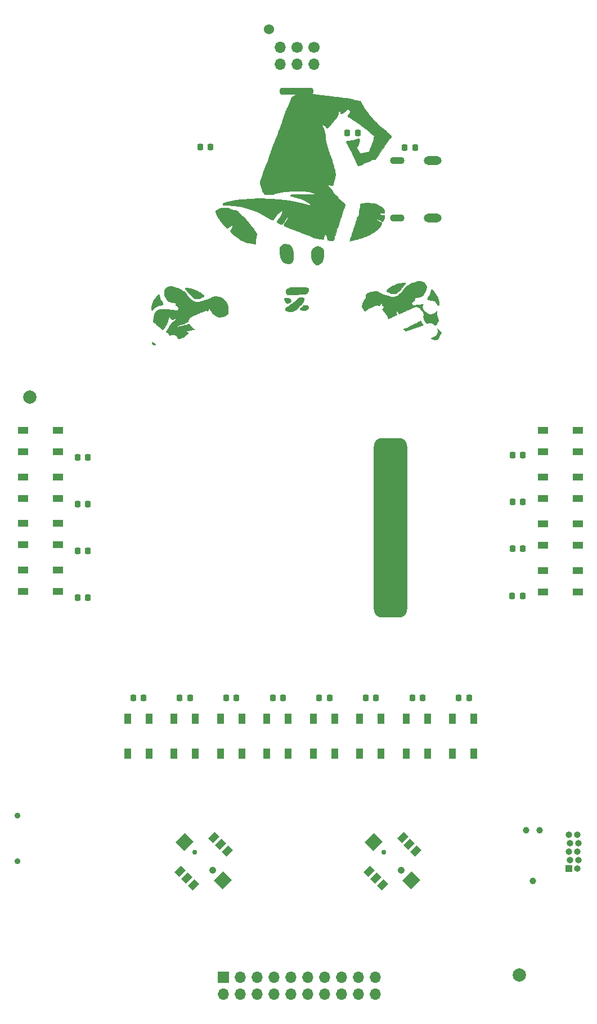
<source format=gts>
G04 #@! TF.GenerationSoftware,KiCad,Pcbnew,(6.0.5)*
G04 #@! TF.CreationDate,2022-09-11T23:28:05-06:00*
G04 #@! TF.ProjectId,purplewizard,70757270-6c65-4776-997a-6172642e6b69,1.1*
G04 #@! TF.SameCoordinates,Original*
G04 #@! TF.FileFunction,Soldermask,Top*
G04 #@! TF.FilePolarity,Negative*
%FSLAX46Y46*%
G04 Gerber Fmt 4.6, Leading zero omitted, Abs format (unit mm)*
G04 Created by KiCad (PCBNEW (6.0.5)) date 2022-09-11 23:28:05*
%MOMM*%
%LPD*%
G01*
G04 APERTURE LIST*
G04 Aperture macros list*
%AMRoundRect*
0 Rectangle with rounded corners*
0 $1 Rounding radius*
0 $2 $3 $4 $5 $6 $7 $8 $9 X,Y pos of 4 corners*
0 Add a 4 corners polygon primitive as box body*
4,1,4,$2,$3,$4,$5,$6,$7,$8,$9,$2,$3,0*
0 Add four circle primitives for the rounded corners*
1,1,$1+$1,$2,$3*
1,1,$1+$1,$4,$5*
1,1,$1+$1,$6,$7*
1,1,$1+$1,$8,$9*
0 Add four rect primitives between the rounded corners*
20,1,$1+$1,$2,$3,$4,$5,0*
20,1,$1+$1,$4,$5,$6,$7,0*
20,1,$1+$1,$6,$7,$8,$9,0*
20,1,$1+$1,$8,$9,$2,$3,0*%
%AMRotRect*
0 Rectangle, with rotation*
0 The origin of the aperture is its center*
0 $1 length*
0 $2 width*
0 $3 Rotation angle, in degrees counterclockwise*
0 Add horizontal line*
21,1,$1,$2,0,0,$3*%
G04 Aperture macros list end*
%ADD10C,0.010000*%
%ADD11O,2.200000X1.100000*%
%ADD12O,2.700000X1.300000*%
%ADD13RoundRect,0.250000X-2.250000X-0.250000X2.250000X-0.250000X2.250000X0.250000X-2.250000X0.250000X0*%
%ADD14C,1.700000*%
%ADD15O,1.700000X1.700000*%
%ADD16C,1.524000*%
%ADD17C,2.000000*%
%ADD18RoundRect,1.250000X-1.250000X-12.250000X1.250000X-12.250000X1.250000X12.250000X-1.250000X12.250000X0*%
%ADD19C,0.900000*%
%ADD20RoundRect,0.218750X-0.218750X-0.256250X0.218750X-0.256250X0.218750X0.256250X-0.218750X0.256250X0*%
%ADD21RoundRect,0.218750X0.218750X0.256250X-0.218750X0.256250X-0.218750X-0.256250X0.218750X-0.256250X0*%
%ADD22R,1.550000X1.000000*%
%ADD23RotRect,2.000000X1.800000X45.000000*%
%ADD24RotRect,1.350000X1.000000X45.000000*%
%ADD25C,1.050000*%
%ADD26C,0.750000*%
%ADD27R,1.000000X1.550000*%
%ADD28C,0.985520*%
%ADD29C,0.988060*%
%ADD30R,1.000000X1.000000*%
%ADD31O,1.000000X1.000000*%
%ADD32R,1.700000X1.700000*%
G04 APERTURE END LIST*
G36*
X148606376Y-33120897D02*
G01*
X148748210Y-33132990D01*
X148878970Y-33148908D01*
X149011962Y-33170805D01*
X149160490Y-33200840D01*
X149314516Y-33235693D01*
X149436777Y-33261483D01*
X149575124Y-33286402D01*
X149704743Y-33306079D01*
X149737850Y-33310262D01*
X149828896Y-33321882D01*
X149904100Y-33333032D01*
X149953563Y-33342158D01*
X149967226Y-33346272D01*
X149994382Y-33352076D01*
X150054470Y-33359454D01*
X150138164Y-33367395D01*
X150221226Y-33373853D01*
X150332362Y-33383530D01*
X150463655Y-33397870D01*
X150605602Y-33415533D01*
X150748702Y-33435183D01*
X150883449Y-33455479D01*
X151000342Y-33475085D01*
X151089878Y-33492660D01*
X151124266Y-33501045D01*
X151182802Y-33511285D01*
X151265966Y-33518669D01*
X151356075Y-33521643D01*
X151358805Y-33521648D01*
X151450631Y-33525824D01*
X151565787Y-33536947D01*
X151686213Y-33553074D01*
X151750389Y-33563778D01*
X151861018Y-33581651D01*
X151972042Y-33595813D01*
X152067537Y-33604401D01*
X152112424Y-33606111D01*
X152203892Y-33611112D01*
X152311077Y-33623808D01*
X152397702Y-33638906D01*
X152510196Y-33659701D01*
X152657849Y-33682550D01*
X152833588Y-33706558D01*
X153030341Y-33730827D01*
X153241036Y-33754463D01*
X153458601Y-33776570D01*
X153558433Y-33785924D01*
X153827339Y-33811857D01*
X154080827Y-33839132D01*
X154313385Y-33867052D01*
X154519504Y-33894922D01*
X154693671Y-33922046D01*
X154815540Y-33944624D01*
X154927187Y-33964050D01*
X155045200Y-33978872D01*
X155149572Y-33986749D01*
X155180905Y-33987433D01*
X155288592Y-33992280D01*
X155407159Y-34004849D01*
X155490784Y-34018618D01*
X155582809Y-34036302D01*
X155697001Y-34056638D01*
X155813639Y-34076157D01*
X155855016Y-34082717D01*
X155949579Y-34100343D01*
X156072012Y-34127443D01*
X156209735Y-34161007D01*
X156350169Y-34198022D01*
X156426516Y-34219486D01*
X156661108Y-34284416D01*
X156859760Y-34333255D01*
X157025429Y-34366614D01*
X157161074Y-34385103D01*
X157250309Y-34389600D01*
X157319909Y-34394490D01*
X157375097Y-34406960D01*
X157393105Y-34416058D01*
X157414742Y-34443261D01*
X157452194Y-34500274D01*
X157500911Y-34579790D01*
X157556346Y-34674506D01*
X157580888Y-34717683D01*
X157739192Y-34995784D01*
X157885384Y-35246714D01*
X158018495Y-35468946D01*
X158137557Y-35660951D01*
X158241601Y-35821199D01*
X158329658Y-35948162D01*
X158400762Y-36040311D01*
X158453942Y-36096118D01*
X158454229Y-36096360D01*
X158492526Y-36136732D01*
X158546455Y-36204355D01*
X158609404Y-36290460D01*
X158674765Y-36386279D01*
X158687605Y-36405930D01*
X158766091Y-36520508D01*
X158849438Y-36631234D01*
X158928427Y-36726301D01*
X158981834Y-36782714D01*
X159068044Y-36865917D01*
X159132415Y-36929206D01*
X159183671Y-36981960D01*
X159230535Y-37033557D01*
X159281729Y-37093378D01*
X159345976Y-37170802D01*
X159370968Y-37201131D01*
X159452942Y-37295505D01*
X159544495Y-37392754D01*
X159632496Y-37479276D01*
X159683968Y-37525348D01*
X159746033Y-37580350D01*
X159830133Y-37658720D01*
X159928890Y-37753375D01*
X160034924Y-37857237D01*
X160140859Y-37963223D01*
X160151850Y-37974363D01*
X160405135Y-38218852D01*
X160662913Y-38441028D01*
X160818600Y-38563734D01*
X160953570Y-38669344D01*
X161104162Y-38791105D01*
X161256914Y-38917885D01*
X161398362Y-39038553D01*
X161483174Y-39113187D01*
X161586871Y-39205452D01*
X161686501Y-39293042D01*
X161775279Y-39370071D01*
X161846419Y-39430651D01*
X161893135Y-39468896D01*
X161894041Y-39469600D01*
X161984879Y-39548416D01*
X162042868Y-39621227D01*
X162074661Y-39697245D01*
X162081256Y-39728881D01*
X162085406Y-39765561D01*
X162080773Y-39796379D01*
X162062323Y-39829414D01*
X162025025Y-39872746D01*
X161963846Y-39934454D01*
X161936546Y-39961218D01*
X161890103Y-40007365D01*
X161846243Y-40053042D01*
X161802818Y-40101251D01*
X161757680Y-40154995D01*
X161708682Y-40217278D01*
X161653675Y-40291102D01*
X161590511Y-40379470D01*
X161517044Y-40485386D01*
X161431124Y-40611853D01*
X161330605Y-40761873D01*
X161213339Y-40938450D01*
X161077177Y-41144587D01*
X160925688Y-41374600D01*
X160728375Y-41673224D01*
X160544769Y-41948637D01*
X160375862Y-42199416D01*
X160222649Y-42424138D01*
X160086121Y-42621380D01*
X159967270Y-42789720D01*
X159867091Y-42927734D01*
X159786574Y-43034001D01*
X159726714Y-43107097D01*
X159691918Y-43142848D01*
X159652584Y-43170901D01*
X159609321Y-43186738D01*
X159548542Y-43193639D01*
X159476256Y-43194933D01*
X159371757Y-43199071D01*
X159276807Y-43213647D01*
X159181314Y-43241907D01*
X159075184Y-43287093D01*
X158948324Y-43352451D01*
X158895543Y-43381595D01*
X158777741Y-43442603D01*
X158639515Y-43506797D01*
X158500969Y-43565139D01*
X158416183Y-43597086D01*
X158313008Y-43633634D01*
X158232122Y-43663388D01*
X158164135Y-43690673D01*
X158099656Y-43719812D01*
X158029296Y-43755130D01*
X157943665Y-43800950D01*
X157833370Y-43861596D01*
X157791766Y-43884601D01*
X157619323Y-43976684D01*
X157474431Y-44046336D01*
X157350579Y-44096264D01*
X157241253Y-44129175D01*
X157167916Y-44143846D01*
X157048343Y-44162597D01*
X156956358Y-43979444D01*
X156919556Y-43902338D01*
X156871203Y-43795392D01*
X156815442Y-43668081D01*
X156756417Y-43529881D01*
X156698271Y-43390268D01*
X156691564Y-43373904D01*
X156622938Y-43212055D01*
X156541602Y-43029561D01*
X156454925Y-42842404D01*
X156370278Y-42666568D01*
X156311329Y-42549350D01*
X156194422Y-42322749D01*
X156095104Y-42130415D01*
X156011600Y-41968969D01*
X155942135Y-41835033D01*
X155884934Y-41725228D01*
X155838223Y-41636175D01*
X155800228Y-41564495D01*
X155769174Y-41506810D01*
X155743287Y-41459742D01*
X155720791Y-41419910D01*
X155699913Y-41383938D01*
X155693666Y-41373338D01*
X155643846Y-41282857D01*
X155595358Y-41184700D01*
X155562264Y-41108754D01*
X155524465Y-41026767D01*
X155472240Y-40931296D01*
X155416701Y-40842622D01*
X155415139Y-40840334D01*
X155338537Y-40713691D01*
X155290307Y-40600298D01*
X155273061Y-40506325D01*
X155273051Y-40504872D01*
X155289931Y-40469524D01*
X155342155Y-40441428D01*
X155431688Y-40419995D01*
X155560492Y-40404635D01*
X155622183Y-40400139D01*
X155734809Y-40390965D01*
X155872265Y-40376628D01*
X156017643Y-40359044D01*
X156154036Y-40340130D01*
X156161827Y-40338955D01*
X156297987Y-40316862D01*
X156406453Y-40294898D01*
X156501667Y-40269102D01*
X156598071Y-40235513D01*
X156710106Y-40190170D01*
X156720899Y-40185611D01*
X156877060Y-40124341D01*
X157004888Y-40084524D01*
X157094742Y-40067769D01*
X157163808Y-40062746D01*
X157203808Y-40066660D01*
X157227783Y-40084060D01*
X157248772Y-40119497D01*
X157250045Y-40121954D01*
X157277878Y-40212937D01*
X157282451Y-40334366D01*
X157263664Y-40487709D01*
X157221417Y-40674432D01*
X157209441Y-40718433D01*
X157172088Y-40850705D01*
X157142408Y-40950035D01*
X157117149Y-41024376D01*
X157093057Y-41081685D01*
X157066879Y-41129918D01*
X157035364Y-41177029D01*
X157005330Y-41217658D01*
X156944034Y-41302347D01*
X156907306Y-41368356D01*
X156894819Y-41426765D01*
X156906246Y-41488652D01*
X156941259Y-41565097D01*
X156992400Y-41655046D01*
X157053672Y-41760254D01*
X157119695Y-41874934D01*
X157179625Y-41980210D01*
X157200841Y-42017920D01*
X157253080Y-42105382D01*
X157308712Y-42189185D01*
X157357671Y-42254377D01*
X157368433Y-42266841D01*
X157442516Y-42348691D01*
X157585157Y-42295997D01*
X157653815Y-42274531D01*
X157755230Y-42247842D01*
X157880433Y-42217863D01*
X158020454Y-42186528D01*
X158166328Y-42155771D01*
X158309084Y-42127525D01*
X158439756Y-42103724D01*
X158549374Y-42086301D01*
X158571944Y-42083233D01*
X158652317Y-42066929D01*
X158709786Y-42037197D01*
X158752386Y-41985965D01*
X158788151Y-41905164D01*
X158807330Y-41846788D01*
X158836678Y-41762187D01*
X158877898Y-41657023D01*
X158924046Y-41548652D01*
X158945439Y-41501600D01*
X159081478Y-41184572D01*
X159208053Y-40840341D01*
X159320305Y-40483783D01*
X159413376Y-40129777D01*
X159454272Y-39943321D01*
X159474200Y-39842240D01*
X159490416Y-39754904D01*
X159501295Y-39690428D01*
X159505214Y-39657928D01*
X159505204Y-39657440D01*
X159486849Y-39634033D01*
X159439968Y-39601518D01*
X159380193Y-39569667D01*
X159330217Y-39542840D01*
X159278439Y-39507375D01*
X159219561Y-39458581D01*
X159148280Y-39391771D01*
X159059298Y-39302254D01*
X158955288Y-39193753D01*
X158861645Y-39096021D01*
X158779255Y-39012974D01*
X158701574Y-38939024D01*
X158622060Y-38868586D01*
X158534171Y-38796074D01*
X158431363Y-38715901D01*
X158307096Y-38622482D01*
X158154825Y-38510230D01*
X158154257Y-38509813D01*
X157850100Y-38287321D01*
X157577808Y-38089338D01*
X157335621Y-37914650D01*
X157121784Y-37762042D01*
X156934538Y-37630301D01*
X156772126Y-37518211D01*
X156632791Y-37424557D01*
X156514776Y-37348125D01*
X156416322Y-37287701D01*
X156335674Y-37242070D01*
X156278523Y-37213411D01*
X156185182Y-37164219D01*
X156090847Y-37104698D01*
X156015337Y-37047394D01*
X156012878Y-37045227D01*
X155937843Y-36986892D01*
X155844245Y-36925525D01*
X155753717Y-36875131D01*
X155656108Y-36824975D01*
X155591060Y-36784917D01*
X155552152Y-36748542D01*
X155532966Y-36709436D01*
X155527080Y-36661183D01*
X155526933Y-36648529D01*
X155531355Y-36595946D01*
X155550013Y-36554177D01*
X155590993Y-36508916D01*
X155621405Y-36481362D01*
X155708141Y-36383634D01*
X155782501Y-36259893D01*
X155836142Y-36126269D01*
X155858531Y-36023072D01*
X155871843Y-35910670D01*
X155758319Y-35795718D01*
X155694779Y-35734638D01*
X155647543Y-35699514D01*
X155605805Y-35683787D01*
X155568854Y-35680766D01*
X155482596Y-35693696D01*
X155389440Y-35734149D01*
X155285483Y-35804623D01*
X155166822Y-35907614D01*
X155078869Y-35994296D01*
X154970198Y-36101418D01*
X154879908Y-36179799D01*
X154800626Y-36234297D01*
X154724981Y-36269769D01*
X154645598Y-36291073D01*
X154622442Y-36295046D01*
X154532868Y-36308938D01*
X154448935Y-36167659D01*
X154396709Y-36089123D01*
X154336206Y-36012381D01*
X154274836Y-35945368D01*
X154220009Y-35896021D01*
X154179133Y-35872274D01*
X154172205Y-35871266D01*
X154160074Y-35890284D01*
X154152443Y-35938825D01*
X154151100Y-35975238D01*
X154141655Y-36105256D01*
X154115441Y-36257281D01*
X154075642Y-36415984D01*
X154032120Y-36548420D01*
X153969355Y-36689477D01*
X153882468Y-36837928D01*
X153768662Y-36997688D01*
X153625139Y-37172673D01*
X153449101Y-37366796D01*
X153442047Y-37374271D01*
X153339559Y-37485030D01*
X153235340Y-37601704D01*
X153137560Y-37714865D01*
X153054390Y-37815085D01*
X153001997Y-37882100D01*
X152876362Y-38046497D01*
X152769023Y-38177896D01*
X152676533Y-38279621D01*
X152595442Y-38354995D01*
X152522302Y-38407341D01*
X152453665Y-38439984D01*
X152410562Y-38452058D01*
X152376950Y-38456705D01*
X152347591Y-38451158D01*
X152314518Y-38430228D01*
X152269766Y-38388729D01*
X152205369Y-38321472D01*
X152198031Y-38313651D01*
X152121482Y-38236877D01*
X152040095Y-38163074D01*
X151967466Y-38104329D01*
X151944031Y-38087833D01*
X151869013Y-38042682D01*
X151793669Y-38004411D01*
X151727854Y-37977256D01*
X151681423Y-37965454D01*
X151666008Y-37968303D01*
X151664563Y-37995363D01*
X151676453Y-38051875D01*
X151698572Y-38128281D01*
X151727812Y-38215023D01*
X151761065Y-38302544D01*
X151795225Y-38381286D01*
X151809976Y-38411138D01*
X151887088Y-38576886D01*
X151957318Y-38766283D01*
X152023238Y-38986693D01*
X152057739Y-39120350D01*
X152081621Y-39222505D01*
X152099307Y-39313785D01*
X152112067Y-39405118D01*
X152121170Y-39507429D01*
X152127886Y-39631647D01*
X152132773Y-39765933D01*
X152139018Y-39925622D01*
X152146499Y-40046462D01*
X152155547Y-40131927D01*
X152166494Y-40185491D01*
X152174499Y-40204396D01*
X152191382Y-40252351D01*
X152201957Y-40322618D01*
X152203766Y-40364674D01*
X152210071Y-40421917D01*
X152227762Y-40512613D01*
X152254999Y-40630002D01*
X152289945Y-40767321D01*
X152330762Y-40917809D01*
X152375612Y-41074704D01*
X152422656Y-41231244D01*
X152470056Y-41380669D01*
X152515975Y-41516217D01*
X152519567Y-41526364D01*
X152548952Y-41616190D01*
X152571458Y-41698539D01*
X152583596Y-41760059D01*
X152584766Y-41775776D01*
X152594423Y-41832375D01*
X152619122Y-41904981D01*
X152638609Y-41947928D01*
X152674660Y-42034184D01*
X152704718Y-42131822D01*
X152714201Y-42174766D01*
X152729150Y-42232442D01*
X152757694Y-42320583D01*
X152796822Y-42430713D01*
X152843519Y-42554359D01*
X152894773Y-42683046D01*
X152895924Y-42685857D01*
X152979865Y-42895728D01*
X153056222Y-43098124D01*
X153127284Y-43300294D01*
X153195339Y-43509486D01*
X153262676Y-43732951D01*
X153331585Y-43977937D01*
X153404353Y-44251692D01*
X153464315Y-44486100D01*
X153513103Y-44679868D01*
X153552434Y-44837999D01*
X153583328Y-44965869D01*
X153606806Y-45068858D01*
X153623888Y-45152342D01*
X153635595Y-45221700D01*
X153642948Y-45282310D01*
X153646967Y-45339550D01*
X153648673Y-45398798D01*
X153649076Y-45459766D01*
X153647164Y-45571208D01*
X153639927Y-45674835D01*
X153625760Y-45778791D01*
X153603060Y-45891215D01*
X153570225Y-46020251D01*
X153525650Y-46174041D01*
X153478186Y-46327600D01*
X153443000Y-46446451D01*
X153410267Y-46569581D01*
X153383839Y-46681755D01*
X153368508Y-46761516D01*
X153344547Y-46878669D01*
X153312989Y-46980010D01*
X153277150Y-47056851D01*
X153240345Y-47100506D01*
X153238739Y-47101539D01*
X153203024Y-47115905D01*
X153147211Y-47131538D01*
X153139272Y-47133379D01*
X153075008Y-47139653D01*
X153022219Y-47120066D01*
X153005583Y-47108974D01*
X152926099Y-47063660D01*
X152838631Y-47031112D01*
X152758563Y-47016106D01*
X152714835Y-47018674D01*
X152659592Y-47036985D01*
X152592457Y-47065640D01*
X152576202Y-47073536D01*
X152493555Y-47114965D01*
X152591949Y-47199070D01*
X152666071Y-47269158D01*
X152753616Y-47362741D01*
X152849702Y-47473478D01*
X152949445Y-47595029D01*
X153047961Y-47721053D01*
X153140367Y-47845211D01*
X153221780Y-47961163D01*
X153287316Y-48062568D01*
X153332092Y-48143087D01*
X153347267Y-48179683D01*
X153372749Y-48248744D01*
X153404047Y-48304975D01*
X153448667Y-48357118D01*
X153514117Y-48413916D01*
X153607905Y-48484112D01*
X153609934Y-48485578D01*
X153706979Y-48561596D01*
X153798522Y-48647368D01*
X153894325Y-48752650D01*
X153974701Y-48850104D01*
X154217290Y-49128781D01*
X154485688Y-49389362D01*
X154718615Y-49585708D01*
X154812929Y-49665425D01*
X154909337Y-49754658D01*
X154994232Y-49840461D01*
X155037629Y-49889262D01*
X155159544Y-50035898D01*
X155100691Y-50155541D01*
X155062535Y-50238691D01*
X155027576Y-50324103D01*
X155010992Y-50370433D01*
X154948857Y-50553744D01*
X154894536Y-50695825D01*
X154853647Y-50785832D01*
X154821922Y-50861181D01*
X154798375Y-50939818D01*
X154795564Y-50953501D01*
X154776060Y-51025124D01*
X154745178Y-51105576D01*
X154732387Y-51132895D01*
X154708094Y-51194222D01*
X154680643Y-51283634D01*
X154653963Y-51387478D01*
X154637945Y-51460979D01*
X154602016Y-51631719D01*
X154570111Y-51765085D01*
X154542590Y-51859781D01*
X154519811Y-51914510D01*
X154509142Y-51927290D01*
X154483007Y-51958174D01*
X154450210Y-52016441D01*
X154416762Y-52089079D01*
X154388670Y-52163079D01*
X154372253Y-52223685D01*
X154355186Y-52293233D01*
X154333233Y-52354112D01*
X154330150Y-52360544D01*
X154314027Y-52405957D01*
X154295011Y-52479473D01*
X154276547Y-52567339D01*
X154271816Y-52593378D01*
X154253766Y-52672749D01*
X154222395Y-52784329D01*
X154179944Y-52920956D01*
X154128653Y-53075471D01*
X154070760Y-53240711D01*
X154060092Y-53270266D01*
X154011250Y-53407728D01*
X153952567Y-53577378D01*
X153886490Y-53771777D01*
X153815465Y-53983487D01*
X153741939Y-54205068D01*
X153668360Y-54429081D01*
X153597175Y-54648089D01*
X153530831Y-54854651D01*
X153471775Y-55041328D01*
X153422454Y-55200682D01*
X153394955Y-55292251D01*
X153357350Y-55419819D01*
X152944600Y-55376918D01*
X152531850Y-55334016D01*
X152483506Y-55154100D01*
X152444044Y-55008944D01*
X152412057Y-54897054D01*
X152384638Y-54810654D01*
X152358879Y-54741968D01*
X152331873Y-54683222D01*
X152300711Y-54626640D01*
X152263732Y-54566419D01*
X152216290Y-54492472D01*
X152175928Y-54431714D01*
X152148926Y-54393513D01*
X152142983Y-54386350D01*
X152124626Y-54394089D01*
X152093986Y-54435467D01*
X152055004Y-54505022D01*
X152049604Y-54515700D01*
X152011850Y-54599499D01*
X151981348Y-54688617D01*
X151955752Y-54792459D01*
X151932717Y-54920431D01*
X151911525Y-55069433D01*
X151896291Y-55185850D01*
X151801320Y-55199173D01*
X151759958Y-55201014D01*
X151699179Y-55196872D01*
X151614995Y-55186133D01*
X151503417Y-55168184D01*
X151360458Y-55142410D01*
X151182130Y-55108197D01*
X151081933Y-55088425D01*
X150923147Y-55056821D01*
X150776378Y-55027506D01*
X150647170Y-55001597D01*
X150541066Y-54980207D01*
X150463611Y-54964454D01*
X150420348Y-54955452D01*
X150414599Y-54954171D01*
X150379903Y-54939524D01*
X150318289Y-54907492D01*
X150238829Y-54862979D01*
X150160599Y-54816924D01*
X149977004Y-54717914D01*
X149786076Y-54640090D01*
X149706100Y-54613651D01*
X149590357Y-54575479D01*
X149438464Y-54522252D01*
X149253386Y-54455099D01*
X149038089Y-54375150D01*
X148795540Y-54283535D01*
X148528705Y-54181383D01*
X148240551Y-54069824D01*
X147934043Y-53949987D01*
X147612148Y-53823002D01*
X147277831Y-53689999D01*
X147219016Y-53666488D01*
X147023892Y-53588504D01*
X146836465Y-53513737D01*
X146661276Y-53443988D01*
X146502865Y-53381058D01*
X146365772Y-53326749D01*
X146254537Y-53282861D01*
X146173701Y-53251197D01*
X146128933Y-53233979D01*
X146033454Y-53194943D01*
X145971004Y-53159065D01*
X145933489Y-53119457D01*
X145912814Y-53069236D01*
X145907655Y-53045754D01*
X145903397Y-53004753D01*
X145911294Y-52967436D01*
X145936185Y-52922831D01*
X145982908Y-52859965D01*
X145998050Y-52840763D01*
X146080825Y-52731085D01*
X146164778Y-52610358D01*
X146247331Y-52483339D01*
X146325903Y-52354786D01*
X146397915Y-52229455D01*
X146460786Y-52112105D01*
X146511936Y-52007492D01*
X146548787Y-51920374D01*
X146568758Y-51855509D01*
X146569269Y-51817653D01*
X146557138Y-51809766D01*
X146533418Y-51823340D01*
X146487103Y-51859755D01*
X146426149Y-51912549D01*
X146390801Y-51944804D01*
X146315871Y-52022507D01*
X146226477Y-52128030D01*
X146129180Y-52252452D01*
X146030544Y-52386852D01*
X145937133Y-52522308D01*
X145855509Y-52649900D01*
X145796453Y-52752697D01*
X145748612Y-52837954D01*
X145708519Y-52892849D01*
X145666869Y-52925766D01*
X145614356Y-52945092D01*
X145573356Y-52953725D01*
X145506320Y-52960073D01*
X145449736Y-52946694D01*
X145399118Y-52920656D01*
X145334596Y-52887028D01*
X145249551Y-52847624D01*
X145168564Y-52813494D01*
X145037445Y-52748172D01*
X144941903Y-52671424D01*
X144884508Y-52585602D01*
X144871153Y-52541300D01*
X144866132Y-52501183D01*
X144871928Y-52467195D01*
X144893635Y-52429206D01*
X144936344Y-52377086D01*
X144975912Y-52332894D01*
X145059496Y-52232489D01*
X145154870Y-52104640D01*
X145255052Y-51959846D01*
X145353061Y-51808607D01*
X145441916Y-51661424D01*
X145514635Y-51528795D01*
X145527254Y-51503671D01*
X145558965Y-51431623D01*
X145593946Y-51339708D01*
X145629764Y-51236005D01*
X145663984Y-51128591D01*
X145694176Y-51025543D01*
X145717905Y-50934938D01*
X145732739Y-50864854D01*
X145736245Y-50823368D01*
X145734138Y-50816826D01*
X145715545Y-50822960D01*
X145682962Y-50848576D01*
X145647375Y-50876066D01*
X145585087Y-50919232D01*
X145505524Y-50971689D01*
X145435071Y-51016490D01*
X145326150Y-51088349D01*
X145243691Y-51153021D01*
X145175636Y-51220880D01*
X145123198Y-51284772D01*
X145065083Y-51356435D01*
X144987469Y-51446498D01*
X144900638Y-51543274D01*
X144817574Y-51632249D01*
X144730075Y-51728457D01*
X144641264Y-51834072D01*
X144561994Y-51935753D01*
X144506960Y-52014139D01*
X144437200Y-52116445D01*
X144377803Y-52187327D01*
X144320841Y-52233537D01*
X144258381Y-52261829D01*
X144199344Y-52276059D01*
X144131596Y-52281916D01*
X144077813Y-52265964D01*
X144045840Y-52246600D01*
X143987789Y-52211976D01*
X143911600Y-52172165D01*
X143863190Y-52149210D01*
X143812730Y-52123525D01*
X143732849Y-52079304D01*
X143630095Y-52020337D01*
X143511014Y-51950411D01*
X143382155Y-51873319D01*
X143292600Y-51818927D01*
X143163164Y-51740794D01*
X143041118Y-51668947D01*
X142932499Y-51606796D01*
X142843340Y-51557751D01*
X142779677Y-51525224D01*
X142752850Y-51513895D01*
X142702085Y-51493093D01*
X142625035Y-51455854D01*
X142531844Y-51407307D01*
X142432655Y-51352577D01*
X142424766Y-51348085D01*
X141975588Y-51112521D01*
X141491962Y-50898451D01*
X140976369Y-50706674D01*
X140431289Y-50537986D01*
X139859204Y-50393186D01*
X139262594Y-50273071D01*
X138895967Y-50213491D01*
X138612011Y-50174460D01*
X138315990Y-50139503D01*
X138017053Y-50109398D01*
X137724349Y-50084921D01*
X137447026Y-50066850D01*
X137194232Y-50055961D01*
X137005665Y-50052933D01*
X136906786Y-50051387D01*
X136824129Y-50047179D01*
X136766452Y-50040957D01*
X136742601Y-50033522D01*
X136732586Y-50002016D01*
X136721560Y-49945690D01*
X136717720Y-49920107D01*
X136704835Y-49826103D01*
X136860759Y-49761352D01*
X136976939Y-49716470D01*
X137105111Y-49673935D01*
X137251461Y-49632078D01*
X137422175Y-49589229D01*
X137623440Y-49543717D01*
X137821016Y-49502130D01*
X137965843Y-49471968D01*
X138111674Y-49440798D01*
X138247778Y-49410968D01*
X138363429Y-49384830D01*
X138445433Y-49365347D01*
X138558064Y-49340639D01*
X138679948Y-49319043D01*
X138789306Y-49304296D01*
X138815850Y-49301811D01*
X138926983Y-49290101D01*
X139051268Y-49272844D01*
X139154516Y-49255116D01*
X139280329Y-49236617D01*
X139413574Y-49230560D01*
X139551443Y-49234817D01*
X139747681Y-49237845D01*
X139920335Y-49222537D01*
X139954642Y-49216991D01*
X140058110Y-49201727D01*
X140196576Y-49185470D01*
X140362733Y-49168824D01*
X140549275Y-49152394D01*
X140748896Y-49136782D01*
X140954289Y-49122593D01*
X141158149Y-49110430D01*
X141353169Y-49100897D01*
X141366433Y-49100338D01*
X141509836Y-49093386D01*
X141656258Y-49084576D01*
X141793410Y-49074766D01*
X141909003Y-49064809D01*
X141969683Y-49058313D01*
X142135866Y-49045501D01*
X142328066Y-49042728D01*
X142531304Y-49049476D01*
X142730600Y-49065223D01*
X142910977Y-49089449D01*
X142922183Y-49091392D01*
X143084871Y-49111608D01*
X143277687Y-49119684D01*
X143409016Y-49118893D01*
X143539975Y-49118403D01*
X143696227Y-49121228D01*
X143860903Y-49126875D01*
X144017133Y-49134855D01*
X144065183Y-49138001D01*
X144296064Y-49154208D01*
X144488768Y-49167873D01*
X144647353Y-49179330D01*
X144775880Y-49188914D01*
X144878405Y-49196959D01*
X144958989Y-49203801D01*
X145021688Y-49209772D01*
X145070563Y-49215209D01*
X145109672Y-49220446D01*
X145143074Y-49225817D01*
X145153862Y-49227735D01*
X145235941Y-49238463D01*
X145337374Y-49245994D01*
X145429029Y-49248603D01*
X145537674Y-49253160D01*
X145658318Y-49264997D01*
X145747933Y-49278621D01*
X145825460Y-49291303D01*
X145933318Y-49306253D01*
X146059674Y-49321961D01*
X146192692Y-49336919D01*
X146255933Y-49343437D01*
X146399183Y-49359567D01*
X146552231Y-49379910D01*
X146699454Y-49402200D01*
X146825226Y-49424171D01*
X146859183Y-49430928D01*
X146959618Y-49451091D01*
X147090678Y-49476410D01*
X147241279Y-49504797D01*
X147400335Y-49534167D01*
X147556763Y-49562434D01*
X147578850Y-49566367D01*
X147735466Y-49594456D01*
X147865557Y-49618709D01*
X147978130Y-49641276D01*
X148082195Y-49664309D01*
X148186759Y-49689957D01*
X148300833Y-49720370D01*
X148433424Y-49757697D01*
X148593541Y-49804090D01*
X148676040Y-49828223D01*
X149013482Y-49919586D01*
X149322729Y-49987839D01*
X149601329Y-50032484D01*
X149754713Y-50047878D01*
X149846776Y-50054326D01*
X149920838Y-50058802D01*
X149968277Y-50060832D01*
X149981266Y-50060362D01*
X149967550Y-50044379D01*
X149930829Y-50005214D01*
X149877747Y-49949902D01*
X149848975Y-49920265D01*
X149753189Y-49832101D01*
X149633971Y-49741174D01*
X149487540Y-49645069D01*
X149310118Y-49541372D01*
X149097925Y-49427671D01*
X148997016Y-49376095D01*
X148735658Y-49249472D01*
X148506324Y-49149795D01*
X148308545Y-49076872D01*
X148141850Y-49030517D01*
X148129183Y-49027813D01*
X148041469Y-49006219D01*
X147932592Y-48974591D01*
X147820796Y-48938368D01*
X147775302Y-48922347D01*
X147544943Y-48845604D01*
X147331583Y-48788252D01*
X147142600Y-48752161D01*
X147070901Y-48743667D01*
X146922786Y-48730016D01*
X146903761Y-48639628D01*
X146894809Y-48581809D01*
X146894759Y-48543130D01*
X146897440Y-48536536D01*
X146915145Y-48524476D01*
X146944333Y-48514082D01*
X146987911Y-48505235D01*
X147048788Y-48497815D01*
X147129872Y-48491704D01*
X147234072Y-48486782D01*
X147364296Y-48482930D01*
X147523452Y-48480029D01*
X147714448Y-48477959D01*
X147940193Y-48476601D01*
X148203594Y-48475836D01*
X148383183Y-48475610D01*
X148741221Y-48475040D01*
X149059100Y-48473863D01*
X149338991Y-48471980D01*
X149583065Y-48469291D01*
X149793494Y-48465697D01*
X149972449Y-48461100D01*
X150122100Y-48455401D01*
X150244620Y-48448501D01*
X150342179Y-48440302D01*
X150416949Y-48430703D01*
X150471100Y-48419606D01*
X150506805Y-48406913D01*
X150526233Y-48392525D01*
X150531600Y-48377765D01*
X150512373Y-48352897D01*
X150459171Y-48319135D01*
X150378710Y-48279258D01*
X150277706Y-48236047D01*
X150162876Y-48192281D01*
X150040935Y-48150740D01*
X149918601Y-48114204D01*
X149854266Y-48097418D01*
X149740242Y-48070384D01*
X149632928Y-48047495D01*
X149527394Y-48028358D01*
X149418706Y-48012580D01*
X149301933Y-47999768D01*
X149172143Y-47989530D01*
X149024403Y-47981471D01*
X148853781Y-47975199D01*
X148655346Y-47970322D01*
X148424165Y-47966446D01*
X148171516Y-47963353D01*
X147777977Y-47960785D01*
X147422236Y-47962226D01*
X147099923Y-47967948D01*
X146806667Y-47978223D01*
X146538098Y-47993324D01*
X146289847Y-48013523D01*
X146057543Y-48039092D01*
X145836816Y-48070304D01*
X145623296Y-48107431D01*
X145515100Y-48128868D01*
X145371732Y-48157783D01*
X145210041Y-48189382D01*
X145050124Y-48219788D01*
X144915506Y-48244513D01*
X144772886Y-48271252D01*
X144663497Y-48295381D01*
X144578598Y-48319830D01*
X144509450Y-48347532D01*
X144447316Y-48381417D01*
X144387192Y-48421744D01*
X144298016Y-48485395D01*
X143654872Y-48487775D01*
X143011729Y-48490155D01*
X142907851Y-48303169D01*
X142858101Y-48218978D01*
X142809394Y-48145708D01*
X142768870Y-48093702D01*
X142751953Y-48077376D01*
X142719392Y-48045232D01*
X142703913Y-48002524D01*
X142699934Y-47933690D01*
X142699933Y-47932345D01*
X142696258Y-47885016D01*
X142684054Y-47825578D01*
X142661552Y-47748405D01*
X142626984Y-47647872D01*
X142578581Y-47518353D01*
X142532467Y-47399652D01*
X142468008Y-47234524D01*
X142417819Y-47103023D01*
X142380163Y-46999586D01*
X142353303Y-46918650D01*
X142335500Y-46854652D01*
X142325019Y-46802030D01*
X142320121Y-46755219D01*
X142319051Y-46716259D01*
X142327958Y-46632024D01*
X142353430Y-46517104D01*
X142393328Y-46378789D01*
X142445510Y-46224371D01*
X142507836Y-46061141D01*
X142520522Y-46030039D01*
X142564396Y-45916519D01*
X142606519Y-45795276D01*
X142641023Y-45683791D01*
X142656611Y-45624722D01*
X142684171Y-45523020D01*
X142726171Y-45388178D01*
X142780437Y-45225996D01*
X142844798Y-45042273D01*
X142917082Y-44842808D01*
X142995117Y-44633400D01*
X143076731Y-44419848D01*
X143159751Y-44207951D01*
X143242006Y-44003508D01*
X143321324Y-43812319D01*
X143395532Y-43640181D01*
X143422930Y-43578772D01*
X143487846Y-43428256D01*
X143541968Y-43289373D01*
X143582005Y-43171037D01*
X143602775Y-43091939D01*
X143624918Y-43002968D01*
X143658368Y-42891450D01*
X143697972Y-42773842D01*
X143726280Y-42697516D01*
X143761420Y-42604454D01*
X143806276Y-42481730D01*
X143857102Y-42339817D01*
X143910151Y-42189187D01*
X143961676Y-42040316D01*
X143968565Y-42020183D01*
X144017248Y-41881587D01*
X144078291Y-41713962D01*
X144147885Y-41527403D01*
X144222223Y-41332006D01*
X144297498Y-41137867D01*
X144369903Y-40955080D01*
X144375156Y-40942000D01*
X144516264Y-40589071D01*
X144654784Y-40238854D01*
X144789563Y-39894435D01*
X144919450Y-39558902D01*
X145043289Y-39235342D01*
X145159929Y-38926842D01*
X145268216Y-38636489D01*
X145366998Y-38367370D01*
X145455121Y-38122573D01*
X145531432Y-37905184D01*
X145594777Y-37718290D01*
X145644005Y-37564980D01*
X145672235Y-37469350D01*
X145709489Y-37336929D01*
X145747526Y-37204483D01*
X145783046Y-37083315D01*
X145812749Y-36984729D01*
X145826707Y-36940183D01*
X145853910Y-36860909D01*
X145892605Y-36755606D01*
X145940596Y-36629645D01*
X145995688Y-36488397D01*
X146055686Y-36337233D01*
X146118395Y-36181523D01*
X146181619Y-36026639D01*
X146243162Y-35877951D01*
X146300831Y-35740830D01*
X146352429Y-35620646D01*
X146395762Y-35522772D01*
X146428633Y-35452577D01*
X146448847Y-35415432D01*
X146451146Y-35412477D01*
X146470685Y-35380254D01*
X146503126Y-35314358D01*
X146546048Y-35220580D01*
X146597033Y-35104710D01*
X146653660Y-34972540D01*
X146713510Y-34829860D01*
X146774163Y-34682461D01*
X146833200Y-34536133D01*
X146888201Y-34396668D01*
X146936746Y-34269855D01*
X146976415Y-34161486D01*
X146989114Y-34125016D01*
X147029188Y-34009318D01*
X147061044Y-33926215D01*
X147089923Y-33868168D01*
X147121067Y-33827636D01*
X147159719Y-33797078D01*
X147211121Y-33768954D01*
X147249501Y-33750472D01*
X147318601Y-33713891D01*
X147411409Y-33659499D01*
X147517063Y-33593912D01*
X147624699Y-33523749D01*
X147652933Y-33504715D01*
X147770984Y-33428171D01*
X147901960Y-33349216D01*
X148030657Y-33276688D01*
X148141873Y-33219428D01*
X148151293Y-33214955D01*
X148385070Y-33105005D01*
X148606376Y-33120897D01*
G37*
D10*
X148606376Y-33120897D02*
X148748210Y-33132990D01*
X148878970Y-33148908D01*
X149011962Y-33170805D01*
X149160490Y-33200840D01*
X149314516Y-33235693D01*
X149436777Y-33261483D01*
X149575124Y-33286402D01*
X149704743Y-33306079D01*
X149737850Y-33310262D01*
X149828896Y-33321882D01*
X149904100Y-33333032D01*
X149953563Y-33342158D01*
X149967226Y-33346272D01*
X149994382Y-33352076D01*
X150054470Y-33359454D01*
X150138164Y-33367395D01*
X150221226Y-33373853D01*
X150332362Y-33383530D01*
X150463655Y-33397870D01*
X150605602Y-33415533D01*
X150748702Y-33435183D01*
X150883449Y-33455479D01*
X151000342Y-33475085D01*
X151089878Y-33492660D01*
X151124266Y-33501045D01*
X151182802Y-33511285D01*
X151265966Y-33518669D01*
X151356075Y-33521643D01*
X151358805Y-33521648D01*
X151450631Y-33525824D01*
X151565787Y-33536947D01*
X151686213Y-33553074D01*
X151750389Y-33563778D01*
X151861018Y-33581651D01*
X151972042Y-33595813D01*
X152067537Y-33604401D01*
X152112424Y-33606111D01*
X152203892Y-33611112D01*
X152311077Y-33623808D01*
X152397702Y-33638906D01*
X152510196Y-33659701D01*
X152657849Y-33682550D01*
X152833588Y-33706558D01*
X153030341Y-33730827D01*
X153241036Y-33754463D01*
X153458601Y-33776570D01*
X153558433Y-33785924D01*
X153827339Y-33811857D01*
X154080827Y-33839132D01*
X154313385Y-33867052D01*
X154519504Y-33894922D01*
X154693671Y-33922046D01*
X154815540Y-33944624D01*
X154927187Y-33964050D01*
X155045200Y-33978872D01*
X155149572Y-33986749D01*
X155180905Y-33987433D01*
X155288592Y-33992280D01*
X155407159Y-34004849D01*
X155490784Y-34018618D01*
X155582809Y-34036302D01*
X155697001Y-34056638D01*
X155813639Y-34076157D01*
X155855016Y-34082717D01*
X155949579Y-34100343D01*
X156072012Y-34127443D01*
X156209735Y-34161007D01*
X156350169Y-34198022D01*
X156426516Y-34219486D01*
X156661108Y-34284416D01*
X156859760Y-34333255D01*
X157025429Y-34366614D01*
X157161074Y-34385103D01*
X157250309Y-34389600D01*
X157319909Y-34394490D01*
X157375097Y-34406960D01*
X157393105Y-34416058D01*
X157414742Y-34443261D01*
X157452194Y-34500274D01*
X157500911Y-34579790D01*
X157556346Y-34674506D01*
X157580888Y-34717683D01*
X157739192Y-34995784D01*
X157885384Y-35246714D01*
X158018495Y-35468946D01*
X158137557Y-35660951D01*
X158241601Y-35821199D01*
X158329658Y-35948162D01*
X158400762Y-36040311D01*
X158453942Y-36096118D01*
X158454229Y-36096360D01*
X158492526Y-36136732D01*
X158546455Y-36204355D01*
X158609404Y-36290460D01*
X158674765Y-36386279D01*
X158687605Y-36405930D01*
X158766091Y-36520508D01*
X158849438Y-36631234D01*
X158928427Y-36726301D01*
X158981834Y-36782714D01*
X159068044Y-36865917D01*
X159132415Y-36929206D01*
X159183671Y-36981960D01*
X159230535Y-37033557D01*
X159281729Y-37093378D01*
X159345976Y-37170802D01*
X159370968Y-37201131D01*
X159452942Y-37295505D01*
X159544495Y-37392754D01*
X159632496Y-37479276D01*
X159683968Y-37525348D01*
X159746033Y-37580350D01*
X159830133Y-37658720D01*
X159928890Y-37753375D01*
X160034924Y-37857237D01*
X160140859Y-37963223D01*
X160151850Y-37974363D01*
X160405135Y-38218852D01*
X160662913Y-38441028D01*
X160818600Y-38563734D01*
X160953570Y-38669344D01*
X161104162Y-38791105D01*
X161256914Y-38917885D01*
X161398362Y-39038553D01*
X161483174Y-39113187D01*
X161586871Y-39205452D01*
X161686501Y-39293042D01*
X161775279Y-39370071D01*
X161846419Y-39430651D01*
X161893135Y-39468896D01*
X161894041Y-39469600D01*
X161984879Y-39548416D01*
X162042868Y-39621227D01*
X162074661Y-39697245D01*
X162081256Y-39728881D01*
X162085406Y-39765561D01*
X162080773Y-39796379D01*
X162062323Y-39829414D01*
X162025025Y-39872746D01*
X161963846Y-39934454D01*
X161936546Y-39961218D01*
X161890103Y-40007365D01*
X161846243Y-40053042D01*
X161802818Y-40101251D01*
X161757680Y-40154995D01*
X161708682Y-40217278D01*
X161653675Y-40291102D01*
X161590511Y-40379470D01*
X161517044Y-40485386D01*
X161431124Y-40611853D01*
X161330605Y-40761873D01*
X161213339Y-40938450D01*
X161077177Y-41144587D01*
X160925688Y-41374600D01*
X160728375Y-41673224D01*
X160544769Y-41948637D01*
X160375862Y-42199416D01*
X160222649Y-42424138D01*
X160086121Y-42621380D01*
X159967270Y-42789720D01*
X159867091Y-42927734D01*
X159786574Y-43034001D01*
X159726714Y-43107097D01*
X159691918Y-43142848D01*
X159652584Y-43170901D01*
X159609321Y-43186738D01*
X159548542Y-43193639D01*
X159476256Y-43194933D01*
X159371757Y-43199071D01*
X159276807Y-43213647D01*
X159181314Y-43241907D01*
X159075184Y-43287093D01*
X158948324Y-43352451D01*
X158895543Y-43381595D01*
X158777741Y-43442603D01*
X158639515Y-43506797D01*
X158500969Y-43565139D01*
X158416183Y-43597086D01*
X158313008Y-43633634D01*
X158232122Y-43663388D01*
X158164135Y-43690673D01*
X158099656Y-43719812D01*
X158029296Y-43755130D01*
X157943665Y-43800950D01*
X157833370Y-43861596D01*
X157791766Y-43884601D01*
X157619323Y-43976684D01*
X157474431Y-44046336D01*
X157350579Y-44096264D01*
X157241253Y-44129175D01*
X157167916Y-44143846D01*
X157048343Y-44162597D01*
X156956358Y-43979444D01*
X156919556Y-43902338D01*
X156871203Y-43795392D01*
X156815442Y-43668081D01*
X156756417Y-43529881D01*
X156698271Y-43390268D01*
X156691564Y-43373904D01*
X156622938Y-43212055D01*
X156541602Y-43029561D01*
X156454925Y-42842404D01*
X156370278Y-42666568D01*
X156311329Y-42549350D01*
X156194422Y-42322749D01*
X156095104Y-42130415D01*
X156011600Y-41968969D01*
X155942135Y-41835033D01*
X155884934Y-41725228D01*
X155838223Y-41636175D01*
X155800228Y-41564495D01*
X155769174Y-41506810D01*
X155743287Y-41459742D01*
X155720791Y-41419910D01*
X155699913Y-41383938D01*
X155693666Y-41373338D01*
X155643846Y-41282857D01*
X155595358Y-41184700D01*
X155562264Y-41108754D01*
X155524465Y-41026767D01*
X155472240Y-40931296D01*
X155416701Y-40842622D01*
X155415139Y-40840334D01*
X155338537Y-40713691D01*
X155290307Y-40600298D01*
X155273061Y-40506325D01*
X155273051Y-40504872D01*
X155289931Y-40469524D01*
X155342155Y-40441428D01*
X155431688Y-40419995D01*
X155560492Y-40404635D01*
X155622183Y-40400139D01*
X155734809Y-40390965D01*
X155872265Y-40376628D01*
X156017643Y-40359044D01*
X156154036Y-40340130D01*
X156161827Y-40338955D01*
X156297987Y-40316862D01*
X156406453Y-40294898D01*
X156501667Y-40269102D01*
X156598071Y-40235513D01*
X156710106Y-40190170D01*
X156720899Y-40185611D01*
X156877060Y-40124341D01*
X157004888Y-40084524D01*
X157094742Y-40067769D01*
X157163808Y-40062746D01*
X157203808Y-40066660D01*
X157227783Y-40084060D01*
X157248772Y-40119497D01*
X157250045Y-40121954D01*
X157277878Y-40212937D01*
X157282451Y-40334366D01*
X157263664Y-40487709D01*
X157221417Y-40674432D01*
X157209441Y-40718433D01*
X157172088Y-40850705D01*
X157142408Y-40950035D01*
X157117149Y-41024376D01*
X157093057Y-41081685D01*
X157066879Y-41129918D01*
X157035364Y-41177029D01*
X157005330Y-41217658D01*
X156944034Y-41302347D01*
X156907306Y-41368356D01*
X156894819Y-41426765D01*
X156906246Y-41488652D01*
X156941259Y-41565097D01*
X156992400Y-41655046D01*
X157053672Y-41760254D01*
X157119695Y-41874934D01*
X157179625Y-41980210D01*
X157200841Y-42017920D01*
X157253080Y-42105382D01*
X157308712Y-42189185D01*
X157357671Y-42254377D01*
X157368433Y-42266841D01*
X157442516Y-42348691D01*
X157585157Y-42295997D01*
X157653815Y-42274531D01*
X157755230Y-42247842D01*
X157880433Y-42217863D01*
X158020454Y-42186528D01*
X158166328Y-42155771D01*
X158309084Y-42127525D01*
X158439756Y-42103724D01*
X158549374Y-42086301D01*
X158571944Y-42083233D01*
X158652317Y-42066929D01*
X158709786Y-42037197D01*
X158752386Y-41985965D01*
X158788151Y-41905164D01*
X158807330Y-41846788D01*
X158836678Y-41762187D01*
X158877898Y-41657023D01*
X158924046Y-41548652D01*
X158945439Y-41501600D01*
X159081478Y-41184572D01*
X159208053Y-40840341D01*
X159320305Y-40483783D01*
X159413376Y-40129777D01*
X159454272Y-39943321D01*
X159474200Y-39842240D01*
X159490416Y-39754904D01*
X159501295Y-39690428D01*
X159505214Y-39657928D01*
X159505204Y-39657440D01*
X159486849Y-39634033D01*
X159439968Y-39601518D01*
X159380193Y-39569667D01*
X159330217Y-39542840D01*
X159278439Y-39507375D01*
X159219561Y-39458581D01*
X159148280Y-39391771D01*
X159059298Y-39302254D01*
X158955288Y-39193753D01*
X158861645Y-39096021D01*
X158779255Y-39012974D01*
X158701574Y-38939024D01*
X158622060Y-38868586D01*
X158534171Y-38796074D01*
X158431363Y-38715901D01*
X158307096Y-38622482D01*
X158154825Y-38510230D01*
X158154257Y-38509813D01*
X157850100Y-38287321D01*
X157577808Y-38089338D01*
X157335621Y-37914650D01*
X157121784Y-37762042D01*
X156934538Y-37630301D01*
X156772126Y-37518211D01*
X156632791Y-37424557D01*
X156514776Y-37348125D01*
X156416322Y-37287701D01*
X156335674Y-37242070D01*
X156278523Y-37213411D01*
X156185182Y-37164219D01*
X156090847Y-37104698D01*
X156015337Y-37047394D01*
X156012878Y-37045227D01*
X155937843Y-36986892D01*
X155844245Y-36925525D01*
X155753717Y-36875131D01*
X155656108Y-36824975D01*
X155591060Y-36784917D01*
X155552152Y-36748542D01*
X155532966Y-36709436D01*
X155527080Y-36661183D01*
X155526933Y-36648529D01*
X155531355Y-36595946D01*
X155550013Y-36554177D01*
X155590993Y-36508916D01*
X155621405Y-36481362D01*
X155708141Y-36383634D01*
X155782501Y-36259893D01*
X155836142Y-36126269D01*
X155858531Y-36023072D01*
X155871843Y-35910670D01*
X155758319Y-35795718D01*
X155694779Y-35734638D01*
X155647543Y-35699514D01*
X155605805Y-35683787D01*
X155568854Y-35680766D01*
X155482596Y-35693696D01*
X155389440Y-35734149D01*
X155285483Y-35804623D01*
X155166822Y-35907614D01*
X155078869Y-35994296D01*
X154970198Y-36101418D01*
X154879908Y-36179799D01*
X154800626Y-36234297D01*
X154724981Y-36269769D01*
X154645598Y-36291073D01*
X154622442Y-36295046D01*
X154532868Y-36308938D01*
X154448935Y-36167659D01*
X154396709Y-36089123D01*
X154336206Y-36012381D01*
X154274836Y-35945368D01*
X154220009Y-35896021D01*
X154179133Y-35872274D01*
X154172205Y-35871266D01*
X154160074Y-35890284D01*
X154152443Y-35938825D01*
X154151100Y-35975238D01*
X154141655Y-36105256D01*
X154115441Y-36257281D01*
X154075642Y-36415984D01*
X154032120Y-36548420D01*
X153969355Y-36689477D01*
X153882468Y-36837928D01*
X153768662Y-36997688D01*
X153625139Y-37172673D01*
X153449101Y-37366796D01*
X153442047Y-37374271D01*
X153339559Y-37485030D01*
X153235340Y-37601704D01*
X153137560Y-37714865D01*
X153054390Y-37815085D01*
X153001997Y-37882100D01*
X152876362Y-38046497D01*
X152769023Y-38177896D01*
X152676533Y-38279621D01*
X152595442Y-38354995D01*
X152522302Y-38407341D01*
X152453665Y-38439984D01*
X152410562Y-38452058D01*
X152376950Y-38456705D01*
X152347591Y-38451158D01*
X152314518Y-38430228D01*
X152269766Y-38388729D01*
X152205369Y-38321472D01*
X152198031Y-38313651D01*
X152121482Y-38236877D01*
X152040095Y-38163074D01*
X151967466Y-38104329D01*
X151944031Y-38087833D01*
X151869013Y-38042682D01*
X151793669Y-38004411D01*
X151727854Y-37977256D01*
X151681423Y-37965454D01*
X151666008Y-37968303D01*
X151664563Y-37995363D01*
X151676453Y-38051875D01*
X151698572Y-38128281D01*
X151727812Y-38215023D01*
X151761065Y-38302544D01*
X151795225Y-38381286D01*
X151809976Y-38411138D01*
X151887088Y-38576886D01*
X151957318Y-38766283D01*
X152023238Y-38986693D01*
X152057739Y-39120350D01*
X152081621Y-39222505D01*
X152099307Y-39313785D01*
X152112067Y-39405118D01*
X152121170Y-39507429D01*
X152127886Y-39631647D01*
X152132773Y-39765933D01*
X152139018Y-39925622D01*
X152146499Y-40046462D01*
X152155547Y-40131927D01*
X152166494Y-40185491D01*
X152174499Y-40204396D01*
X152191382Y-40252351D01*
X152201957Y-40322618D01*
X152203766Y-40364674D01*
X152210071Y-40421917D01*
X152227762Y-40512613D01*
X152254999Y-40630002D01*
X152289945Y-40767321D01*
X152330762Y-40917809D01*
X152375612Y-41074704D01*
X152422656Y-41231244D01*
X152470056Y-41380669D01*
X152515975Y-41516217D01*
X152519567Y-41526364D01*
X152548952Y-41616190D01*
X152571458Y-41698539D01*
X152583596Y-41760059D01*
X152584766Y-41775776D01*
X152594423Y-41832375D01*
X152619122Y-41904981D01*
X152638609Y-41947928D01*
X152674660Y-42034184D01*
X152704718Y-42131822D01*
X152714201Y-42174766D01*
X152729150Y-42232442D01*
X152757694Y-42320583D01*
X152796822Y-42430713D01*
X152843519Y-42554359D01*
X152894773Y-42683046D01*
X152895924Y-42685857D01*
X152979865Y-42895728D01*
X153056222Y-43098124D01*
X153127284Y-43300294D01*
X153195339Y-43509486D01*
X153262676Y-43732951D01*
X153331585Y-43977937D01*
X153404353Y-44251692D01*
X153464315Y-44486100D01*
X153513103Y-44679868D01*
X153552434Y-44837999D01*
X153583328Y-44965869D01*
X153606806Y-45068858D01*
X153623888Y-45152342D01*
X153635595Y-45221700D01*
X153642948Y-45282310D01*
X153646967Y-45339550D01*
X153648673Y-45398798D01*
X153649076Y-45459766D01*
X153647164Y-45571208D01*
X153639927Y-45674835D01*
X153625760Y-45778791D01*
X153603060Y-45891215D01*
X153570225Y-46020251D01*
X153525650Y-46174041D01*
X153478186Y-46327600D01*
X153443000Y-46446451D01*
X153410267Y-46569581D01*
X153383839Y-46681755D01*
X153368508Y-46761516D01*
X153344547Y-46878669D01*
X153312989Y-46980010D01*
X153277150Y-47056851D01*
X153240345Y-47100506D01*
X153238739Y-47101539D01*
X153203024Y-47115905D01*
X153147211Y-47131538D01*
X153139272Y-47133379D01*
X153075008Y-47139653D01*
X153022219Y-47120066D01*
X153005583Y-47108974D01*
X152926099Y-47063660D01*
X152838631Y-47031112D01*
X152758563Y-47016106D01*
X152714835Y-47018674D01*
X152659592Y-47036985D01*
X152592457Y-47065640D01*
X152576202Y-47073536D01*
X152493555Y-47114965D01*
X152591949Y-47199070D01*
X152666071Y-47269158D01*
X152753616Y-47362741D01*
X152849702Y-47473478D01*
X152949445Y-47595029D01*
X153047961Y-47721053D01*
X153140367Y-47845211D01*
X153221780Y-47961163D01*
X153287316Y-48062568D01*
X153332092Y-48143087D01*
X153347267Y-48179683D01*
X153372749Y-48248744D01*
X153404047Y-48304975D01*
X153448667Y-48357118D01*
X153514117Y-48413916D01*
X153607905Y-48484112D01*
X153609934Y-48485578D01*
X153706979Y-48561596D01*
X153798522Y-48647368D01*
X153894325Y-48752650D01*
X153974701Y-48850104D01*
X154217290Y-49128781D01*
X154485688Y-49389362D01*
X154718615Y-49585708D01*
X154812929Y-49665425D01*
X154909337Y-49754658D01*
X154994232Y-49840461D01*
X155037629Y-49889262D01*
X155159544Y-50035898D01*
X155100691Y-50155541D01*
X155062535Y-50238691D01*
X155027576Y-50324103D01*
X155010992Y-50370433D01*
X154948857Y-50553744D01*
X154894536Y-50695825D01*
X154853647Y-50785832D01*
X154821922Y-50861181D01*
X154798375Y-50939818D01*
X154795564Y-50953501D01*
X154776060Y-51025124D01*
X154745178Y-51105576D01*
X154732387Y-51132895D01*
X154708094Y-51194222D01*
X154680643Y-51283634D01*
X154653963Y-51387478D01*
X154637945Y-51460979D01*
X154602016Y-51631719D01*
X154570111Y-51765085D01*
X154542590Y-51859781D01*
X154519811Y-51914510D01*
X154509142Y-51927290D01*
X154483007Y-51958174D01*
X154450210Y-52016441D01*
X154416762Y-52089079D01*
X154388670Y-52163079D01*
X154372253Y-52223685D01*
X154355186Y-52293233D01*
X154333233Y-52354112D01*
X154330150Y-52360544D01*
X154314027Y-52405957D01*
X154295011Y-52479473D01*
X154276547Y-52567339D01*
X154271816Y-52593378D01*
X154253766Y-52672749D01*
X154222395Y-52784329D01*
X154179944Y-52920956D01*
X154128653Y-53075471D01*
X154070760Y-53240711D01*
X154060092Y-53270266D01*
X154011250Y-53407728D01*
X153952567Y-53577378D01*
X153886490Y-53771777D01*
X153815465Y-53983487D01*
X153741939Y-54205068D01*
X153668360Y-54429081D01*
X153597175Y-54648089D01*
X153530831Y-54854651D01*
X153471775Y-55041328D01*
X153422454Y-55200682D01*
X153394955Y-55292251D01*
X153357350Y-55419819D01*
X152944600Y-55376918D01*
X152531850Y-55334016D01*
X152483506Y-55154100D01*
X152444044Y-55008944D01*
X152412057Y-54897054D01*
X152384638Y-54810654D01*
X152358879Y-54741968D01*
X152331873Y-54683222D01*
X152300711Y-54626640D01*
X152263732Y-54566419D01*
X152216290Y-54492472D01*
X152175928Y-54431714D01*
X152148926Y-54393513D01*
X152142983Y-54386350D01*
X152124626Y-54394089D01*
X152093986Y-54435467D01*
X152055004Y-54505022D01*
X152049604Y-54515700D01*
X152011850Y-54599499D01*
X151981348Y-54688617D01*
X151955752Y-54792459D01*
X151932717Y-54920431D01*
X151911525Y-55069433D01*
X151896291Y-55185850D01*
X151801320Y-55199173D01*
X151759958Y-55201014D01*
X151699179Y-55196872D01*
X151614995Y-55186133D01*
X151503417Y-55168184D01*
X151360458Y-55142410D01*
X151182130Y-55108197D01*
X151081933Y-55088425D01*
X150923147Y-55056821D01*
X150776378Y-55027506D01*
X150647170Y-55001597D01*
X150541066Y-54980207D01*
X150463611Y-54964454D01*
X150420348Y-54955452D01*
X150414599Y-54954171D01*
X150379903Y-54939524D01*
X150318289Y-54907492D01*
X150238829Y-54862979D01*
X150160599Y-54816924D01*
X149977004Y-54717914D01*
X149786076Y-54640090D01*
X149706100Y-54613651D01*
X149590357Y-54575479D01*
X149438464Y-54522252D01*
X149253386Y-54455099D01*
X149038089Y-54375150D01*
X148795540Y-54283535D01*
X148528705Y-54181383D01*
X148240551Y-54069824D01*
X147934043Y-53949987D01*
X147612148Y-53823002D01*
X147277831Y-53689999D01*
X147219016Y-53666488D01*
X147023892Y-53588504D01*
X146836465Y-53513737D01*
X146661276Y-53443988D01*
X146502865Y-53381058D01*
X146365772Y-53326749D01*
X146254537Y-53282861D01*
X146173701Y-53251197D01*
X146128933Y-53233979D01*
X146033454Y-53194943D01*
X145971004Y-53159065D01*
X145933489Y-53119457D01*
X145912814Y-53069236D01*
X145907655Y-53045754D01*
X145903397Y-53004753D01*
X145911294Y-52967436D01*
X145936185Y-52922831D01*
X145982908Y-52859965D01*
X145998050Y-52840763D01*
X146080825Y-52731085D01*
X146164778Y-52610358D01*
X146247331Y-52483339D01*
X146325903Y-52354786D01*
X146397915Y-52229455D01*
X146460786Y-52112105D01*
X146511936Y-52007492D01*
X146548787Y-51920374D01*
X146568758Y-51855509D01*
X146569269Y-51817653D01*
X146557138Y-51809766D01*
X146533418Y-51823340D01*
X146487103Y-51859755D01*
X146426149Y-51912549D01*
X146390801Y-51944804D01*
X146315871Y-52022507D01*
X146226477Y-52128030D01*
X146129180Y-52252452D01*
X146030544Y-52386852D01*
X145937133Y-52522308D01*
X145855509Y-52649900D01*
X145796453Y-52752697D01*
X145748612Y-52837954D01*
X145708519Y-52892849D01*
X145666869Y-52925766D01*
X145614356Y-52945092D01*
X145573356Y-52953725D01*
X145506320Y-52960073D01*
X145449736Y-52946694D01*
X145399118Y-52920656D01*
X145334596Y-52887028D01*
X145249551Y-52847624D01*
X145168564Y-52813494D01*
X145037445Y-52748172D01*
X144941903Y-52671424D01*
X144884508Y-52585602D01*
X144871153Y-52541300D01*
X144866132Y-52501183D01*
X144871928Y-52467195D01*
X144893635Y-52429206D01*
X144936344Y-52377086D01*
X144975912Y-52332894D01*
X145059496Y-52232489D01*
X145154870Y-52104640D01*
X145255052Y-51959846D01*
X145353061Y-51808607D01*
X145441916Y-51661424D01*
X145514635Y-51528795D01*
X145527254Y-51503671D01*
X145558965Y-51431623D01*
X145593946Y-51339708D01*
X145629764Y-51236005D01*
X145663984Y-51128591D01*
X145694176Y-51025543D01*
X145717905Y-50934938D01*
X145732739Y-50864854D01*
X145736245Y-50823368D01*
X145734138Y-50816826D01*
X145715545Y-50822960D01*
X145682962Y-50848576D01*
X145647375Y-50876066D01*
X145585087Y-50919232D01*
X145505524Y-50971689D01*
X145435071Y-51016490D01*
X145326150Y-51088349D01*
X145243691Y-51153021D01*
X145175636Y-51220880D01*
X145123198Y-51284772D01*
X145065083Y-51356435D01*
X144987469Y-51446498D01*
X144900638Y-51543274D01*
X144817574Y-51632249D01*
X144730075Y-51728457D01*
X144641264Y-51834072D01*
X144561994Y-51935753D01*
X144506960Y-52014139D01*
X144437200Y-52116445D01*
X144377803Y-52187327D01*
X144320841Y-52233537D01*
X144258381Y-52261829D01*
X144199344Y-52276059D01*
X144131596Y-52281916D01*
X144077813Y-52265964D01*
X144045840Y-52246600D01*
X143987789Y-52211976D01*
X143911600Y-52172165D01*
X143863190Y-52149210D01*
X143812730Y-52123525D01*
X143732849Y-52079304D01*
X143630095Y-52020337D01*
X143511014Y-51950411D01*
X143382155Y-51873319D01*
X143292600Y-51818927D01*
X143163164Y-51740794D01*
X143041118Y-51668947D01*
X142932499Y-51606796D01*
X142843340Y-51557751D01*
X142779677Y-51525224D01*
X142752850Y-51513895D01*
X142702085Y-51493093D01*
X142625035Y-51455854D01*
X142531844Y-51407307D01*
X142432655Y-51352577D01*
X142424766Y-51348085D01*
X141975588Y-51112521D01*
X141491962Y-50898451D01*
X140976369Y-50706674D01*
X140431289Y-50537986D01*
X139859204Y-50393186D01*
X139262594Y-50273071D01*
X138895967Y-50213491D01*
X138612011Y-50174460D01*
X138315990Y-50139503D01*
X138017053Y-50109398D01*
X137724349Y-50084921D01*
X137447026Y-50066850D01*
X137194232Y-50055961D01*
X137005665Y-50052933D01*
X136906786Y-50051387D01*
X136824129Y-50047179D01*
X136766452Y-50040957D01*
X136742601Y-50033522D01*
X136732586Y-50002016D01*
X136721560Y-49945690D01*
X136717720Y-49920107D01*
X136704835Y-49826103D01*
X136860759Y-49761352D01*
X136976939Y-49716470D01*
X137105111Y-49673935D01*
X137251461Y-49632078D01*
X137422175Y-49589229D01*
X137623440Y-49543717D01*
X137821016Y-49502130D01*
X137965843Y-49471968D01*
X138111674Y-49440798D01*
X138247778Y-49410968D01*
X138363429Y-49384830D01*
X138445433Y-49365347D01*
X138558064Y-49340639D01*
X138679948Y-49319043D01*
X138789306Y-49304296D01*
X138815850Y-49301811D01*
X138926983Y-49290101D01*
X139051268Y-49272844D01*
X139154516Y-49255116D01*
X139280329Y-49236617D01*
X139413574Y-49230560D01*
X139551443Y-49234817D01*
X139747681Y-49237845D01*
X139920335Y-49222537D01*
X139954642Y-49216991D01*
X140058110Y-49201727D01*
X140196576Y-49185470D01*
X140362733Y-49168824D01*
X140549275Y-49152394D01*
X140748896Y-49136782D01*
X140954289Y-49122593D01*
X141158149Y-49110430D01*
X141353169Y-49100897D01*
X141366433Y-49100338D01*
X141509836Y-49093386D01*
X141656258Y-49084576D01*
X141793410Y-49074766D01*
X141909003Y-49064809D01*
X141969683Y-49058313D01*
X142135866Y-49045501D01*
X142328066Y-49042728D01*
X142531304Y-49049476D01*
X142730600Y-49065223D01*
X142910977Y-49089449D01*
X142922183Y-49091392D01*
X143084871Y-49111608D01*
X143277687Y-49119684D01*
X143409016Y-49118893D01*
X143539975Y-49118403D01*
X143696227Y-49121228D01*
X143860903Y-49126875D01*
X144017133Y-49134855D01*
X144065183Y-49138001D01*
X144296064Y-49154208D01*
X144488768Y-49167873D01*
X144647353Y-49179330D01*
X144775880Y-49188914D01*
X144878405Y-49196959D01*
X144958989Y-49203801D01*
X145021688Y-49209772D01*
X145070563Y-49215209D01*
X145109672Y-49220446D01*
X145143074Y-49225817D01*
X145153862Y-49227735D01*
X145235941Y-49238463D01*
X145337374Y-49245994D01*
X145429029Y-49248603D01*
X145537674Y-49253160D01*
X145658318Y-49264997D01*
X145747933Y-49278621D01*
X145825460Y-49291303D01*
X145933318Y-49306253D01*
X146059674Y-49321961D01*
X146192692Y-49336919D01*
X146255933Y-49343437D01*
X146399183Y-49359567D01*
X146552231Y-49379910D01*
X146699454Y-49402200D01*
X146825226Y-49424171D01*
X146859183Y-49430928D01*
X146959618Y-49451091D01*
X147090678Y-49476410D01*
X147241279Y-49504797D01*
X147400335Y-49534167D01*
X147556763Y-49562434D01*
X147578850Y-49566367D01*
X147735466Y-49594456D01*
X147865557Y-49618709D01*
X147978130Y-49641276D01*
X148082195Y-49664309D01*
X148186759Y-49689957D01*
X148300833Y-49720370D01*
X148433424Y-49757697D01*
X148593541Y-49804090D01*
X148676040Y-49828223D01*
X149013482Y-49919586D01*
X149322729Y-49987839D01*
X149601329Y-50032484D01*
X149754713Y-50047878D01*
X149846776Y-50054326D01*
X149920838Y-50058802D01*
X149968277Y-50060832D01*
X149981266Y-50060362D01*
X149967550Y-50044379D01*
X149930829Y-50005214D01*
X149877747Y-49949902D01*
X149848975Y-49920265D01*
X149753189Y-49832101D01*
X149633971Y-49741174D01*
X149487540Y-49645069D01*
X149310118Y-49541372D01*
X149097925Y-49427671D01*
X148997016Y-49376095D01*
X148735658Y-49249472D01*
X148506324Y-49149795D01*
X148308545Y-49076872D01*
X148141850Y-49030517D01*
X148129183Y-49027813D01*
X148041469Y-49006219D01*
X147932592Y-48974591D01*
X147820796Y-48938368D01*
X147775302Y-48922347D01*
X147544943Y-48845604D01*
X147331583Y-48788252D01*
X147142600Y-48752161D01*
X147070901Y-48743667D01*
X146922786Y-48730016D01*
X146903761Y-48639628D01*
X146894809Y-48581809D01*
X146894759Y-48543130D01*
X146897440Y-48536536D01*
X146915145Y-48524476D01*
X146944333Y-48514082D01*
X146987911Y-48505235D01*
X147048788Y-48497815D01*
X147129872Y-48491704D01*
X147234072Y-48486782D01*
X147364296Y-48482930D01*
X147523452Y-48480029D01*
X147714448Y-48477959D01*
X147940193Y-48476601D01*
X148203594Y-48475836D01*
X148383183Y-48475610D01*
X148741221Y-48475040D01*
X149059100Y-48473863D01*
X149338991Y-48471980D01*
X149583065Y-48469291D01*
X149793494Y-48465697D01*
X149972449Y-48461100D01*
X150122100Y-48455401D01*
X150244620Y-48448501D01*
X150342179Y-48440302D01*
X150416949Y-48430703D01*
X150471100Y-48419606D01*
X150506805Y-48406913D01*
X150526233Y-48392525D01*
X150531600Y-48377765D01*
X150512373Y-48352897D01*
X150459171Y-48319135D01*
X150378710Y-48279258D01*
X150277706Y-48236047D01*
X150162876Y-48192281D01*
X150040935Y-48150740D01*
X149918601Y-48114204D01*
X149854266Y-48097418D01*
X149740242Y-48070384D01*
X149632928Y-48047495D01*
X149527394Y-48028358D01*
X149418706Y-48012580D01*
X149301933Y-47999768D01*
X149172143Y-47989530D01*
X149024403Y-47981471D01*
X148853781Y-47975199D01*
X148655346Y-47970322D01*
X148424165Y-47966446D01*
X148171516Y-47963353D01*
X147777977Y-47960785D01*
X147422236Y-47962226D01*
X147099923Y-47967948D01*
X146806667Y-47978223D01*
X146538098Y-47993324D01*
X146289847Y-48013523D01*
X146057543Y-48039092D01*
X145836816Y-48070304D01*
X145623296Y-48107431D01*
X145515100Y-48128868D01*
X145371732Y-48157783D01*
X145210041Y-48189382D01*
X145050124Y-48219788D01*
X144915506Y-48244513D01*
X144772886Y-48271252D01*
X144663497Y-48295381D01*
X144578598Y-48319830D01*
X144509450Y-48347532D01*
X144447316Y-48381417D01*
X144387192Y-48421744D01*
X144298016Y-48485395D01*
X143654872Y-48487775D01*
X143011729Y-48490155D01*
X142907851Y-48303169D01*
X142858101Y-48218978D01*
X142809394Y-48145708D01*
X142768870Y-48093702D01*
X142751953Y-48077376D01*
X142719392Y-48045232D01*
X142703913Y-48002524D01*
X142699934Y-47933690D01*
X142699933Y-47932345D01*
X142696258Y-47885016D01*
X142684054Y-47825578D01*
X142661552Y-47748405D01*
X142626984Y-47647872D01*
X142578581Y-47518353D01*
X142532467Y-47399652D01*
X142468008Y-47234524D01*
X142417819Y-47103023D01*
X142380163Y-46999586D01*
X142353303Y-46918650D01*
X142335500Y-46854652D01*
X142325019Y-46802030D01*
X142320121Y-46755219D01*
X142319051Y-46716259D01*
X142327958Y-46632024D01*
X142353430Y-46517104D01*
X142393328Y-46378789D01*
X142445510Y-46224371D01*
X142507836Y-46061141D01*
X142520522Y-46030039D01*
X142564396Y-45916519D01*
X142606519Y-45795276D01*
X142641023Y-45683791D01*
X142656611Y-45624722D01*
X142684171Y-45523020D01*
X142726171Y-45388178D01*
X142780437Y-45225996D01*
X142844798Y-45042273D01*
X142917082Y-44842808D01*
X142995117Y-44633400D01*
X143076731Y-44419848D01*
X143159751Y-44207951D01*
X143242006Y-44003508D01*
X143321324Y-43812319D01*
X143395532Y-43640181D01*
X143422930Y-43578772D01*
X143487846Y-43428256D01*
X143541968Y-43289373D01*
X143582005Y-43171037D01*
X143602775Y-43091939D01*
X143624918Y-43002968D01*
X143658368Y-42891450D01*
X143697972Y-42773842D01*
X143726280Y-42697516D01*
X143761420Y-42604454D01*
X143806276Y-42481730D01*
X143857102Y-42339817D01*
X143910151Y-42189187D01*
X143961676Y-42040316D01*
X143968565Y-42020183D01*
X144017248Y-41881587D01*
X144078291Y-41713962D01*
X144147885Y-41527403D01*
X144222223Y-41332006D01*
X144297498Y-41137867D01*
X144369903Y-40955080D01*
X144375156Y-40942000D01*
X144516264Y-40589071D01*
X144654784Y-40238854D01*
X144789563Y-39894435D01*
X144919450Y-39558902D01*
X145043289Y-39235342D01*
X145159929Y-38926842D01*
X145268216Y-38636489D01*
X145366998Y-38367370D01*
X145455121Y-38122573D01*
X145531432Y-37905184D01*
X145594777Y-37718290D01*
X145644005Y-37564980D01*
X145672235Y-37469350D01*
X145709489Y-37336929D01*
X145747526Y-37204483D01*
X145783046Y-37083315D01*
X145812749Y-36984729D01*
X145826707Y-36940183D01*
X145853910Y-36860909D01*
X145892605Y-36755606D01*
X145940596Y-36629645D01*
X145995688Y-36488397D01*
X146055686Y-36337233D01*
X146118395Y-36181523D01*
X146181619Y-36026639D01*
X146243162Y-35877951D01*
X146300831Y-35740830D01*
X146352429Y-35620646D01*
X146395762Y-35522772D01*
X146428633Y-35452577D01*
X146448847Y-35415432D01*
X146451146Y-35412477D01*
X146470685Y-35380254D01*
X146503126Y-35314358D01*
X146546048Y-35220580D01*
X146597033Y-35104710D01*
X146653660Y-34972540D01*
X146713510Y-34829860D01*
X146774163Y-34682461D01*
X146833200Y-34536133D01*
X146888201Y-34396668D01*
X146936746Y-34269855D01*
X146976415Y-34161486D01*
X146989114Y-34125016D01*
X147029188Y-34009318D01*
X147061044Y-33926215D01*
X147089923Y-33868168D01*
X147121067Y-33827636D01*
X147159719Y-33797078D01*
X147211121Y-33768954D01*
X147249501Y-33750472D01*
X147318601Y-33713891D01*
X147411409Y-33659499D01*
X147517063Y-33593912D01*
X147624699Y-33523749D01*
X147652933Y-33504715D01*
X147770984Y-33428171D01*
X147901960Y-33349216D01*
X148030657Y-33276688D01*
X148141873Y-33219428D01*
X148151293Y-33214955D01*
X148385070Y-33105005D01*
X148606376Y-33120897D01*
G36*
X158649016Y-49744387D02*
G01*
X159051848Y-49780725D01*
X159427683Y-49845215D01*
X159775188Y-49937462D01*
X160093033Y-50057069D01*
X160379885Y-50203638D01*
X160543433Y-50309179D01*
X160717825Y-50445718D01*
X160852540Y-50582757D01*
X160950110Y-50724003D01*
X161013069Y-50873164D01*
X161043950Y-51033948D01*
X161044734Y-51042787D01*
X161048553Y-51124486D01*
X161045014Y-51181013D01*
X161036319Y-51202775D01*
X161010898Y-51210223D01*
X160961038Y-51214027D01*
X160881116Y-51214337D01*
X160765504Y-51211302D01*
X160743312Y-51210516D01*
X160677354Y-51212713D01*
X160612590Y-51227147D01*
X160534967Y-51257807D01*
X160473437Y-51287100D01*
X160399815Y-51325609D01*
X160343524Y-51359093D01*
X160313372Y-51382145D01*
X160310600Y-51387101D01*
X160330005Y-51417168D01*
X160382720Y-51452170D01*
X160460489Y-51489005D01*
X160555059Y-51524568D01*
X160658175Y-51555758D01*
X160761582Y-51579471D01*
X160857027Y-51592604D01*
X160857311Y-51592626D01*
X160957271Y-51603699D01*
X161021491Y-51622688D01*
X161056524Y-51655719D01*
X161068925Y-51708918D01*
X161065382Y-51787090D01*
X161052476Y-51874457D01*
X161030594Y-51979929D01*
X161002579Y-52093331D01*
X160971273Y-52204485D01*
X160939519Y-52303216D01*
X160910160Y-52379347D01*
X160888786Y-52419268D01*
X160839697Y-52464471D01*
X160775203Y-52500057D01*
X160766148Y-52503347D01*
X160712177Y-52518096D01*
X160673512Y-52513863D01*
X160629313Y-52486789D01*
X160613793Y-52475111D01*
X160526182Y-52418091D01*
X160413616Y-52359245D01*
X160285174Y-52301901D01*
X160149936Y-52249386D01*
X160016982Y-52205027D01*
X159895391Y-52172152D01*
X159794245Y-52154089D01*
X159733681Y-52152585D01*
X159713496Y-52156740D01*
X159708066Y-52166048D01*
X159721079Y-52183769D01*
X159756224Y-52213167D01*
X159817190Y-52257501D01*
X159907666Y-52320035D01*
X159974505Y-52365513D01*
X160096700Y-52445494D01*
X160218727Y-52520149D01*
X160330501Y-52583603D01*
X160421934Y-52629979D01*
X160448183Y-52641467D01*
X160617516Y-52710924D01*
X160623963Y-52810575D01*
X160622288Y-52886955D01*
X160601244Y-52945862D01*
X160579169Y-52979122D01*
X160546357Y-53027261D01*
X160500016Y-53100380D01*
X160447541Y-53186658D01*
X160416948Y-53238516D01*
X160338498Y-53367924D01*
X160266852Y-53471349D01*
X160192643Y-53559178D01*
X160106504Y-53641799D01*
X159999069Y-53729597D01*
X159920417Y-53789138D01*
X159768748Y-53899013D01*
X159606710Y-54011237D01*
X159438757Y-54123153D01*
X159269343Y-54232100D01*
X159102921Y-54335422D01*
X158943948Y-54430460D01*
X158796876Y-54514555D01*
X158666160Y-54585049D01*
X158556255Y-54639285D01*
X158471615Y-54674603D01*
X158416694Y-54688345D01*
X158413540Y-54688433D01*
X158338177Y-54706386D01*
X158282460Y-54741350D01*
X158226888Y-54776492D01*
X158172337Y-54793868D01*
X158165203Y-54794266D01*
X158115013Y-54801986D01*
X158045117Y-54821781D01*
X157998925Y-54838415D01*
X157877846Y-54884325D01*
X157733998Y-54935851D01*
X157574218Y-54990822D01*
X157405343Y-55047063D01*
X157234210Y-55102401D01*
X157067656Y-55154663D01*
X156912518Y-55201675D01*
X156775633Y-55241264D01*
X156663838Y-55271257D01*
X156583971Y-55289481D01*
X156574683Y-55291148D01*
X156465398Y-55312066D01*
X156333798Y-55340896D01*
X156198140Y-55373479D01*
X156099586Y-55399286D01*
X155999731Y-55426416D01*
X155915007Y-55448905D01*
X155853556Y-55464631D01*
X155823521Y-55471471D01*
X155822222Y-55471600D01*
X155823944Y-55452680D01*
X155837523Y-55400299D01*
X155861033Y-55321020D01*
X155892551Y-55221410D01*
X155919978Y-55138225D01*
X155972612Y-54980508D01*
X156030731Y-54805270D01*
X156092964Y-54616738D01*
X156157937Y-54419138D01*
X156224278Y-54216695D01*
X156290615Y-54013636D01*
X156355573Y-53814187D01*
X156417781Y-53622574D01*
X156475865Y-53443023D01*
X156528453Y-53279761D01*
X156574172Y-53137014D01*
X156611649Y-53019007D01*
X156639511Y-52929967D01*
X156656386Y-52874120D01*
X156660834Y-52857516D01*
X156687981Y-52748855D01*
X156729197Y-52616273D01*
X156780017Y-52473909D01*
X156791121Y-52445041D01*
X156821988Y-52355057D01*
X156853625Y-52245466D01*
X156879702Y-52138394D01*
X156881996Y-52127541D01*
X156926703Y-51962633D01*
X156985763Y-51824716D01*
X157056428Y-51719368D01*
X157106688Y-51671453D01*
X157161137Y-51620801D01*
X157204183Y-51565471D01*
X157209705Y-51555723D01*
X157231797Y-51482797D01*
X157240357Y-51386222D01*
X157235030Y-51282580D01*
X157217459Y-51194909D01*
X157206799Y-51146046D01*
X157206726Y-51094705D01*
X157218363Y-51027764D01*
X157238625Y-50947595D01*
X157260131Y-50860356D01*
X157276076Y-50781308D01*
X157283553Y-50725227D01*
X157283777Y-50718241D01*
X157291368Y-50662941D01*
X157310773Y-50589420D01*
X157326110Y-50544831D01*
X157350830Y-50462283D01*
X157366075Y-50377648D01*
X157368433Y-50341117D01*
X157376198Y-50258753D01*
X157395360Y-50173506D01*
X157400183Y-50158766D01*
X157420491Y-50077878D01*
X157431360Y-49989142D01*
X157431933Y-49968573D01*
X157431933Y-49868369D01*
X157659475Y-49823452D01*
X157946775Y-49776837D01*
X158236460Y-49748745D01*
X158513192Y-49740402D01*
X158649016Y-49744387D01*
G37*
X158649016Y-49744387D02*
X159051848Y-49780725D01*
X159427683Y-49845215D01*
X159775188Y-49937462D01*
X160093033Y-50057069D01*
X160379885Y-50203638D01*
X160543433Y-50309179D01*
X160717825Y-50445718D01*
X160852540Y-50582757D01*
X160950110Y-50724003D01*
X161013069Y-50873164D01*
X161043950Y-51033948D01*
X161044734Y-51042787D01*
X161048553Y-51124486D01*
X161045014Y-51181013D01*
X161036319Y-51202775D01*
X161010898Y-51210223D01*
X160961038Y-51214027D01*
X160881116Y-51214337D01*
X160765504Y-51211302D01*
X160743312Y-51210516D01*
X160677354Y-51212713D01*
X160612590Y-51227147D01*
X160534967Y-51257807D01*
X160473437Y-51287100D01*
X160399815Y-51325609D01*
X160343524Y-51359093D01*
X160313372Y-51382145D01*
X160310600Y-51387101D01*
X160330005Y-51417168D01*
X160382720Y-51452170D01*
X160460489Y-51489005D01*
X160555059Y-51524568D01*
X160658175Y-51555758D01*
X160761582Y-51579471D01*
X160857027Y-51592604D01*
X160857311Y-51592626D01*
X160957271Y-51603699D01*
X161021491Y-51622688D01*
X161056524Y-51655719D01*
X161068925Y-51708918D01*
X161065382Y-51787090D01*
X161052476Y-51874457D01*
X161030594Y-51979929D01*
X161002579Y-52093331D01*
X160971273Y-52204485D01*
X160939519Y-52303216D01*
X160910160Y-52379347D01*
X160888786Y-52419268D01*
X160839697Y-52464471D01*
X160775203Y-52500057D01*
X160766148Y-52503347D01*
X160712177Y-52518096D01*
X160673512Y-52513863D01*
X160629313Y-52486789D01*
X160613793Y-52475111D01*
X160526182Y-52418091D01*
X160413616Y-52359245D01*
X160285174Y-52301901D01*
X160149936Y-52249386D01*
X160016982Y-52205027D01*
X159895391Y-52172152D01*
X159794245Y-52154089D01*
X159733681Y-52152585D01*
X159713496Y-52156740D01*
X159708066Y-52166048D01*
X159721079Y-52183769D01*
X159756224Y-52213167D01*
X159817190Y-52257501D01*
X159907666Y-52320035D01*
X159974505Y-52365513D01*
X160096700Y-52445494D01*
X160218727Y-52520149D01*
X160330501Y-52583603D01*
X160421934Y-52629979D01*
X160448183Y-52641467D01*
X160617516Y-52710924D01*
X160623963Y-52810575D01*
X160622288Y-52886955D01*
X160601244Y-52945862D01*
X160579169Y-52979122D01*
X160546357Y-53027261D01*
X160500016Y-53100380D01*
X160447541Y-53186658D01*
X160416948Y-53238516D01*
X160338498Y-53367924D01*
X160266852Y-53471349D01*
X160192643Y-53559178D01*
X160106504Y-53641799D01*
X159999069Y-53729597D01*
X159920417Y-53789138D01*
X159768748Y-53899013D01*
X159606710Y-54011237D01*
X159438757Y-54123153D01*
X159269343Y-54232100D01*
X159102921Y-54335422D01*
X158943948Y-54430460D01*
X158796876Y-54514555D01*
X158666160Y-54585049D01*
X158556255Y-54639285D01*
X158471615Y-54674603D01*
X158416694Y-54688345D01*
X158413540Y-54688433D01*
X158338177Y-54706386D01*
X158282460Y-54741350D01*
X158226888Y-54776492D01*
X158172337Y-54793868D01*
X158165203Y-54794266D01*
X158115013Y-54801986D01*
X158045117Y-54821781D01*
X157998925Y-54838415D01*
X157877846Y-54884325D01*
X157733998Y-54935851D01*
X157574218Y-54990822D01*
X157405343Y-55047063D01*
X157234210Y-55102401D01*
X157067656Y-55154663D01*
X156912518Y-55201675D01*
X156775633Y-55241264D01*
X156663838Y-55271257D01*
X156583971Y-55289481D01*
X156574683Y-55291148D01*
X156465398Y-55312066D01*
X156333798Y-55340896D01*
X156198140Y-55373479D01*
X156099586Y-55399286D01*
X155999731Y-55426416D01*
X155915007Y-55448905D01*
X155853556Y-55464631D01*
X155823521Y-55471471D01*
X155822222Y-55471600D01*
X155823944Y-55452680D01*
X155837523Y-55400299D01*
X155861033Y-55321020D01*
X155892551Y-55221410D01*
X155919978Y-55138225D01*
X155972612Y-54980508D01*
X156030731Y-54805270D01*
X156092964Y-54616738D01*
X156157937Y-54419138D01*
X156224278Y-54216695D01*
X156290615Y-54013636D01*
X156355573Y-53814187D01*
X156417781Y-53622574D01*
X156475865Y-53443023D01*
X156528453Y-53279761D01*
X156574172Y-53137014D01*
X156611649Y-53019007D01*
X156639511Y-52929967D01*
X156656386Y-52874120D01*
X156660834Y-52857516D01*
X156687981Y-52748855D01*
X156729197Y-52616273D01*
X156780017Y-52473909D01*
X156791121Y-52445041D01*
X156821988Y-52355057D01*
X156853625Y-52245466D01*
X156879702Y-52138394D01*
X156881996Y-52127541D01*
X156926703Y-51962633D01*
X156985763Y-51824716D01*
X157056428Y-51719368D01*
X157106688Y-51671453D01*
X157161137Y-51620801D01*
X157204183Y-51565471D01*
X157209705Y-51555723D01*
X157231797Y-51482797D01*
X157240357Y-51386222D01*
X157235030Y-51282580D01*
X157217459Y-51194909D01*
X157206799Y-51146046D01*
X157206726Y-51094705D01*
X157218363Y-51027764D01*
X157238625Y-50947595D01*
X157260131Y-50860356D01*
X157276076Y-50781308D01*
X157283553Y-50725227D01*
X157283777Y-50718241D01*
X157291368Y-50662941D01*
X157310773Y-50589420D01*
X157326110Y-50544831D01*
X157350830Y-50462283D01*
X157366075Y-50377648D01*
X157368433Y-50341117D01*
X157376198Y-50258753D01*
X157395360Y-50173506D01*
X157400183Y-50158766D01*
X157420491Y-50077878D01*
X157431360Y-49989142D01*
X157431933Y-49968573D01*
X157431933Y-49868369D01*
X157659475Y-49823452D01*
X157946775Y-49776837D01*
X158236460Y-49748745D01*
X158513192Y-49740402D01*
X158649016Y-49744387D01*
G36*
X136878311Y-50469407D02*
G01*
X137001763Y-50476453D01*
X137006100Y-50476722D01*
X137258620Y-50498058D01*
X137477878Y-50529474D01*
X137672140Y-50572853D01*
X137849674Y-50630075D01*
X138018749Y-50703022D01*
X138034311Y-50710659D01*
X138116179Y-50749065D01*
X138189081Y-50776720D01*
X138266226Y-50797223D01*
X138360822Y-50814175D01*
X138468227Y-50828916D01*
X138614243Y-50848940D01*
X138726050Y-50869222D01*
X138811633Y-50893477D01*
X138878976Y-50925424D01*
X138936062Y-50968778D01*
X138990875Y-51027257D01*
X139046563Y-51098145D01*
X139117903Y-51184002D01*
X139208951Y-51281103D01*
X139305758Y-51375011D01*
X139363015Y-51425688D01*
X139626213Y-51654378D01*
X139865843Y-51877000D01*
X140089672Y-52101805D01*
X140305465Y-52337045D01*
X140520988Y-52590969D01*
X140744009Y-52871830D01*
X140830200Y-52984516D01*
X140903826Y-53078102D01*
X140991907Y-53184843D01*
X141079798Y-53287148D01*
X141114880Y-53326494D01*
X141204005Y-53434113D01*
X141301264Y-53567228D01*
X141397327Y-53712771D01*
X141436788Y-53777340D01*
X141502981Y-53885013D01*
X141570652Y-53989021D01*
X141633062Y-54079392D01*
X141683473Y-54146153D01*
X141696080Y-54161027D01*
X141789766Y-54266513D01*
X141789766Y-54456974D01*
X141783010Y-54605081D01*
X141761571Y-54726137D01*
X141748252Y-54770667D01*
X141726434Y-54857240D01*
X141706554Y-54977630D01*
X141689434Y-55123335D01*
X141675896Y-55285852D01*
X141666762Y-55456681D01*
X141662852Y-55627318D01*
X141662766Y-55655254D01*
X141660976Y-55764921D01*
X141655278Y-55836633D01*
X141645180Y-55874633D01*
X141636308Y-55883182D01*
X141519051Y-55900082D01*
X141399626Y-55877425D01*
X141380826Y-55870550D01*
X141327750Y-55855436D01*
X141241183Y-55837025D01*
X141129687Y-55816864D01*
X141001828Y-55796496D01*
X140866168Y-55777469D01*
X140862243Y-55776958D01*
X140659952Y-55748298D01*
X140487693Y-55717463D01*
X140334146Y-55681001D01*
X140187990Y-55635459D01*
X140037906Y-55577383D01*
X139872574Y-55503320D01*
X139715433Y-55427121D01*
X139587025Y-55360186D01*
X139445434Y-55280847D01*
X139296812Y-55193075D01*
X139147314Y-55100843D01*
X139003093Y-55008123D01*
X138870302Y-54918886D01*
X138755095Y-54837105D01*
X138663624Y-54766752D01*
X138602043Y-54711799D01*
X138594094Y-54703275D01*
X138548826Y-54658906D01*
X138478318Y-54597408D01*
X138391666Y-54526412D01*
X138297964Y-54453550D01*
X138283390Y-54442577D01*
X138135647Y-54324798D01*
X138023388Y-54218499D01*
X137942816Y-54119367D01*
X137890136Y-54023090D01*
X137873855Y-53977341D01*
X137861033Y-53927910D01*
X137861483Y-53891359D01*
X137879320Y-53853172D01*
X137918659Y-53798835D01*
X137927862Y-53786841D01*
X137978574Y-53712531D01*
X138033055Y-53619833D01*
X138076910Y-53534159D01*
X138111078Y-53454605D01*
X138145823Y-53363533D01*
X138178289Y-53269900D01*
X138205617Y-53182664D01*
X138224950Y-53110782D01*
X138233432Y-53063212D01*
X138231564Y-53049342D01*
X138206574Y-53051679D01*
X138154264Y-53073164D01*
X138082452Y-53109330D01*
X137998953Y-53155711D01*
X137911585Y-53207842D01*
X137828163Y-53261255D01*
X137756503Y-53311487D01*
X137715183Y-53344383D01*
X137612683Y-53427956D01*
X137528529Y-53483283D01*
X137454481Y-53515065D01*
X137395304Y-53526876D01*
X137370638Y-53526864D01*
X137344428Y-53519001D01*
X137312046Y-53499547D01*
X137268861Y-53464762D01*
X137210247Y-53410908D01*
X137131574Y-53334246D01*
X137028215Y-53231035D01*
X137024585Y-53227390D01*
X136877218Y-53075332D01*
X136751999Y-52936111D01*
X136637716Y-52796501D01*
X136523157Y-52643277D01*
X136490007Y-52596845D01*
X136354928Y-52403066D01*
X136223844Y-52209307D01*
X136100516Y-52021462D01*
X135988708Y-51845428D01*
X135892182Y-51687097D01*
X135814700Y-51552366D01*
X135772585Y-51472818D01*
X135730119Y-51385284D01*
X135703240Y-51317700D01*
X135687881Y-51253938D01*
X135679972Y-51177873D01*
X135676019Y-51090073D01*
X135668854Y-50885528D01*
X135940602Y-50724808D01*
X136051860Y-50660006D01*
X136138721Y-50612977D01*
X136212631Y-50578967D01*
X136285037Y-50553221D01*
X136367385Y-50530986D01*
X136455766Y-50510855D01*
X136555525Y-50489785D01*
X136635296Y-50475873D01*
X136707441Y-50468350D01*
X136784325Y-50466450D01*
X136878311Y-50469407D01*
G37*
X136878311Y-50469407D02*
X137001763Y-50476453D01*
X137006100Y-50476722D01*
X137258620Y-50498058D01*
X137477878Y-50529474D01*
X137672140Y-50572853D01*
X137849674Y-50630075D01*
X138018749Y-50703022D01*
X138034311Y-50710659D01*
X138116179Y-50749065D01*
X138189081Y-50776720D01*
X138266226Y-50797223D01*
X138360822Y-50814175D01*
X138468227Y-50828916D01*
X138614243Y-50848940D01*
X138726050Y-50869222D01*
X138811633Y-50893477D01*
X138878976Y-50925424D01*
X138936062Y-50968778D01*
X138990875Y-51027257D01*
X139046563Y-51098145D01*
X139117903Y-51184002D01*
X139208951Y-51281103D01*
X139305758Y-51375011D01*
X139363015Y-51425688D01*
X139626213Y-51654378D01*
X139865843Y-51877000D01*
X140089672Y-52101805D01*
X140305465Y-52337045D01*
X140520988Y-52590969D01*
X140744009Y-52871830D01*
X140830200Y-52984516D01*
X140903826Y-53078102D01*
X140991907Y-53184843D01*
X141079798Y-53287148D01*
X141114880Y-53326494D01*
X141204005Y-53434113D01*
X141301264Y-53567228D01*
X141397327Y-53712771D01*
X141436788Y-53777340D01*
X141502981Y-53885013D01*
X141570652Y-53989021D01*
X141633062Y-54079392D01*
X141683473Y-54146153D01*
X141696080Y-54161027D01*
X141789766Y-54266513D01*
X141789766Y-54456974D01*
X141783010Y-54605081D01*
X141761571Y-54726137D01*
X141748252Y-54770667D01*
X141726434Y-54857240D01*
X141706554Y-54977630D01*
X141689434Y-55123335D01*
X141675896Y-55285852D01*
X141666762Y-55456681D01*
X141662852Y-55627318D01*
X141662766Y-55655254D01*
X141660976Y-55764921D01*
X141655278Y-55836633D01*
X141645180Y-55874633D01*
X141636308Y-55883182D01*
X141519051Y-55900082D01*
X141399626Y-55877425D01*
X141380826Y-55870550D01*
X141327750Y-55855436D01*
X141241183Y-55837025D01*
X141129687Y-55816864D01*
X141001828Y-55796496D01*
X140866168Y-55777469D01*
X140862243Y-55776958D01*
X140659952Y-55748298D01*
X140487693Y-55717463D01*
X140334146Y-55681001D01*
X140187990Y-55635459D01*
X140037906Y-55577383D01*
X139872574Y-55503320D01*
X139715433Y-55427121D01*
X139587025Y-55360186D01*
X139445434Y-55280847D01*
X139296812Y-55193075D01*
X139147314Y-55100843D01*
X139003093Y-55008123D01*
X138870302Y-54918886D01*
X138755095Y-54837105D01*
X138663624Y-54766752D01*
X138602043Y-54711799D01*
X138594094Y-54703275D01*
X138548826Y-54658906D01*
X138478318Y-54597408D01*
X138391666Y-54526412D01*
X138297964Y-54453550D01*
X138283390Y-54442577D01*
X138135647Y-54324798D01*
X138023388Y-54218499D01*
X137942816Y-54119367D01*
X137890136Y-54023090D01*
X137873855Y-53977341D01*
X137861033Y-53927910D01*
X137861483Y-53891359D01*
X137879320Y-53853172D01*
X137918659Y-53798835D01*
X137927862Y-53786841D01*
X137978574Y-53712531D01*
X138033055Y-53619833D01*
X138076910Y-53534159D01*
X138111078Y-53454605D01*
X138145823Y-53363533D01*
X138178289Y-53269900D01*
X138205617Y-53182664D01*
X138224950Y-53110782D01*
X138233432Y-53063212D01*
X138231564Y-53049342D01*
X138206574Y-53051679D01*
X138154264Y-53073164D01*
X138082452Y-53109330D01*
X137998953Y-53155711D01*
X137911585Y-53207842D01*
X137828163Y-53261255D01*
X137756503Y-53311487D01*
X137715183Y-53344383D01*
X137612683Y-53427956D01*
X137528529Y-53483283D01*
X137454481Y-53515065D01*
X137395304Y-53526876D01*
X137370638Y-53526864D01*
X137344428Y-53519001D01*
X137312046Y-53499547D01*
X137268861Y-53464762D01*
X137210247Y-53410908D01*
X137131574Y-53334246D01*
X137028215Y-53231035D01*
X137024585Y-53227390D01*
X136877218Y-53075332D01*
X136751999Y-52936111D01*
X136637716Y-52796501D01*
X136523157Y-52643277D01*
X136490007Y-52596845D01*
X136354928Y-52403066D01*
X136223844Y-52209307D01*
X136100516Y-52021462D01*
X135988708Y-51845428D01*
X135892182Y-51687097D01*
X135814700Y-51552366D01*
X135772585Y-51472818D01*
X135730119Y-51385284D01*
X135703240Y-51317700D01*
X135687881Y-51253938D01*
X135679972Y-51177873D01*
X135676019Y-51090073D01*
X135668854Y-50885528D01*
X135940602Y-50724808D01*
X136051860Y-50660006D01*
X136138721Y-50612977D01*
X136212631Y-50578967D01*
X136285037Y-50553221D01*
X136367385Y-50530986D01*
X136455766Y-50510855D01*
X136555525Y-50489785D01*
X136635296Y-50475873D01*
X136707441Y-50468350D01*
X136784325Y-50466450D01*
X136878311Y-50469407D01*
G36*
X146224162Y-55941885D02*
G01*
X146369876Y-55957279D01*
X146435850Y-55969247D01*
X146623593Y-56024645D01*
X146786322Y-56107629D01*
X146926198Y-56220534D01*
X147045383Y-56365692D01*
X147146040Y-56545438D01*
X147230332Y-56762104D01*
X147259493Y-56858016D01*
X147321079Y-57130214D01*
X147352409Y-57410391D01*
X147353892Y-57706055D01*
X147325939Y-58024715D01*
X147324052Y-58039290D01*
X147292429Y-58239718D01*
X147253820Y-58402413D01*
X147205767Y-58531735D01*
X147145808Y-58632042D01*
X147071484Y-58707693D01*
X146980337Y-58763045D01*
X146897986Y-58794317D01*
X146737957Y-58830852D01*
X146567982Y-58847536D01*
X146405070Y-58843410D01*
X146304980Y-58827770D01*
X146122586Y-58771214D01*
X145952505Y-58689601D01*
X145805930Y-58588910D01*
X145735705Y-58523710D01*
X145673720Y-58441134D01*
X145608586Y-58323650D01*
X145542913Y-58178290D01*
X145479316Y-58012088D01*
X145420405Y-57832075D01*
X145368793Y-57645283D01*
X145327093Y-57458743D01*
X145314443Y-57389702D01*
X145294937Y-57240272D01*
X145284103Y-57078299D01*
X145281820Y-56914681D01*
X145287965Y-56760312D01*
X145302416Y-56626090D01*
X145324122Y-56525877D01*
X145392067Y-56365767D01*
X145489095Y-56221779D01*
X145608634Y-56101014D01*
X145744112Y-56010568D01*
X145837475Y-55971442D01*
X145944232Y-55949017D01*
X146077704Y-55939147D01*
X146224162Y-55941885D01*
G37*
X146224162Y-55941885D02*
X146369876Y-55957279D01*
X146435850Y-55969247D01*
X146623593Y-56024645D01*
X146786322Y-56107629D01*
X146926198Y-56220534D01*
X147045383Y-56365692D01*
X147146040Y-56545438D01*
X147230332Y-56762104D01*
X147259493Y-56858016D01*
X147321079Y-57130214D01*
X147352409Y-57410391D01*
X147353892Y-57706055D01*
X147325939Y-58024715D01*
X147324052Y-58039290D01*
X147292429Y-58239718D01*
X147253820Y-58402413D01*
X147205767Y-58531735D01*
X147145808Y-58632042D01*
X147071484Y-58707693D01*
X146980337Y-58763045D01*
X146897986Y-58794317D01*
X146737957Y-58830852D01*
X146567982Y-58847536D01*
X146405070Y-58843410D01*
X146304980Y-58827770D01*
X146122586Y-58771214D01*
X145952505Y-58689601D01*
X145805930Y-58588910D01*
X145735705Y-58523710D01*
X145673720Y-58441134D01*
X145608586Y-58323650D01*
X145542913Y-58178290D01*
X145479316Y-58012088D01*
X145420405Y-57832075D01*
X145368793Y-57645283D01*
X145327093Y-57458743D01*
X145314443Y-57389702D01*
X145294937Y-57240272D01*
X145284103Y-57078299D01*
X145281820Y-56914681D01*
X145287965Y-56760312D01*
X145302416Y-56626090D01*
X145324122Y-56525877D01*
X145392067Y-56365767D01*
X145489095Y-56221779D01*
X145608634Y-56101014D01*
X145744112Y-56010568D01*
X145837475Y-55971442D01*
X145944232Y-55949017D01*
X146077704Y-55939147D01*
X146224162Y-55941885D01*
G36*
X151126817Y-56287355D02*
G01*
X151204721Y-56291097D01*
X151263095Y-56299583D01*
X151313336Y-56314652D01*
X151366837Y-56338144D01*
X151381293Y-56345173D01*
X151482790Y-56409311D01*
X151591422Y-56501807D01*
X151697358Y-56612231D01*
X151790770Y-56730157D01*
X151861829Y-56845155D01*
X151871958Y-56865741D01*
X151901947Y-56932903D01*
X151921006Y-56988669D01*
X151931451Y-57046220D01*
X151935597Y-57118733D01*
X151935758Y-57219387D01*
X151935674Y-57228433D01*
X151930077Y-57346219D01*
X151916283Y-57491006D01*
X151895867Y-57653134D01*
X151870402Y-57822941D01*
X151841465Y-57990765D01*
X151810628Y-58146944D01*
X151779468Y-58281818D01*
X151749559Y-58385725D01*
X151744860Y-58399205D01*
X151692690Y-58528832D01*
X151637185Y-58630243D01*
X151569355Y-58717175D01*
X151480529Y-58803084D01*
X151332546Y-58913498D01*
X151180146Y-58990207D01*
X151028616Y-59031506D01*
X150883242Y-59035690D01*
X150805271Y-59020846D01*
X150653841Y-58957585D01*
X150510365Y-58857710D01*
X150379766Y-58726834D01*
X150266971Y-58570568D01*
X150176904Y-58394524D01*
X150125323Y-58246105D01*
X150090996Y-58097772D01*
X150063093Y-57927728D01*
X150042313Y-57746208D01*
X150029354Y-57563445D01*
X150024915Y-57389675D01*
X150029693Y-57235133D01*
X150044388Y-57110053D01*
X150046919Y-57097183D01*
X150104106Y-56919435D01*
X150197185Y-56748544D01*
X150319735Y-56592675D01*
X150465334Y-56459995D01*
X150627563Y-56358669D01*
X150627646Y-56358628D01*
X150693224Y-56327392D01*
X150746442Y-56306783D01*
X150799233Y-56294598D01*
X150863528Y-56288631D01*
X150951262Y-56286678D01*
X151017988Y-56286516D01*
X151126817Y-56287355D01*
G37*
X151126817Y-56287355D02*
X151204721Y-56291097D01*
X151263095Y-56299583D01*
X151313336Y-56314652D01*
X151366837Y-56338144D01*
X151381293Y-56345173D01*
X151482790Y-56409311D01*
X151591422Y-56501807D01*
X151697358Y-56612231D01*
X151790770Y-56730157D01*
X151861829Y-56845155D01*
X151871958Y-56865741D01*
X151901947Y-56932903D01*
X151921006Y-56988669D01*
X151931451Y-57046220D01*
X151935597Y-57118733D01*
X151935758Y-57219387D01*
X151935674Y-57228433D01*
X151930077Y-57346219D01*
X151916283Y-57491006D01*
X151895867Y-57653134D01*
X151870402Y-57822941D01*
X151841465Y-57990765D01*
X151810628Y-58146944D01*
X151779468Y-58281818D01*
X151749559Y-58385725D01*
X151744860Y-58399205D01*
X151692690Y-58528832D01*
X151637185Y-58630243D01*
X151569355Y-58717175D01*
X151480529Y-58803084D01*
X151332546Y-58913498D01*
X151180146Y-58990207D01*
X151028616Y-59031506D01*
X150883242Y-59035690D01*
X150805271Y-59020846D01*
X150653841Y-58957585D01*
X150510365Y-58857710D01*
X150379766Y-58726834D01*
X150266971Y-58570568D01*
X150176904Y-58394524D01*
X150125323Y-58246105D01*
X150090996Y-58097772D01*
X150063093Y-57927728D01*
X150042313Y-57746208D01*
X150029354Y-57563445D01*
X150024915Y-57389675D01*
X150029693Y-57235133D01*
X150044388Y-57110053D01*
X150046919Y-57097183D01*
X150104106Y-56919435D01*
X150197185Y-56748544D01*
X150319735Y-56592675D01*
X150465334Y-56459995D01*
X150627563Y-56358669D01*
X150627646Y-56358628D01*
X150693224Y-56327392D01*
X150746442Y-56306783D01*
X150799233Y-56294598D01*
X150863528Y-56288631D01*
X150951262Y-56286678D01*
X151017988Y-56286516D01*
X151126817Y-56287355D01*
G36*
X164129482Y-61741428D02*
G01*
X164152899Y-61749158D01*
X164164225Y-61763478D01*
X164170261Y-61782655D01*
X164180379Y-61833975D01*
X164176255Y-61876906D01*
X164153278Y-61920835D01*
X164106837Y-61975151D01*
X164045669Y-62036305D01*
X163983651Y-62101312D01*
X163904998Y-62190785D01*
X163817972Y-62294953D01*
X163730835Y-62404044D01*
X163691127Y-62455641D01*
X163541776Y-62641882D01*
X163399655Y-62798076D01*
X163295100Y-62897207D01*
X163199047Y-62981338D01*
X163092742Y-63075129D01*
X162993215Y-63163532D01*
X162952675Y-63199791D01*
X162790167Y-63345600D01*
X162010303Y-63345600D01*
X161917160Y-63280961D01*
X161845637Y-63231403D01*
X161773656Y-63181641D01*
X161748414Y-63164229D01*
X161687096Y-63132328D01*
X161603609Y-63101720D01*
X161529344Y-63082117D01*
X161456320Y-63065747D01*
X161401270Y-63051366D01*
X161375807Y-63042015D01*
X161375625Y-63041848D01*
X161364091Y-63013558D01*
X161355958Y-62965081D01*
X161352426Y-62912494D01*
X161354694Y-62871875D01*
X161361971Y-62858766D01*
X161385121Y-62845726D01*
X161432742Y-62810371D01*
X161497520Y-62758352D01*
X161560550Y-62705308D01*
X161658307Y-62625456D01*
X161769472Y-62540890D01*
X161876001Y-62465132D01*
X161919266Y-62436460D01*
X162034827Y-62365859D01*
X162170409Y-62288669D01*
X162317011Y-62209499D01*
X162465630Y-62132961D01*
X162607264Y-62063664D01*
X162732911Y-62006220D01*
X162833568Y-61965238D01*
X162852393Y-61958573D01*
X162995667Y-61915168D01*
X163166406Y-61871879D01*
X163351899Y-61831238D01*
X163539434Y-61795780D01*
X163716301Y-61768037D01*
X163869787Y-61750543D01*
X163911258Y-61747560D01*
X164016203Y-61741651D01*
X164086430Y-61739266D01*
X164129482Y-61741428D01*
G37*
X164129482Y-61741428D02*
X164152899Y-61749158D01*
X164164225Y-61763478D01*
X164170261Y-61782655D01*
X164180379Y-61833975D01*
X164176255Y-61876906D01*
X164153278Y-61920835D01*
X164106837Y-61975151D01*
X164045669Y-62036305D01*
X163983651Y-62101312D01*
X163904998Y-62190785D01*
X163817972Y-62294953D01*
X163730835Y-62404044D01*
X163691127Y-62455641D01*
X163541776Y-62641882D01*
X163399655Y-62798076D01*
X163295100Y-62897207D01*
X163199047Y-62981338D01*
X163092742Y-63075129D01*
X162993215Y-63163532D01*
X162952675Y-63199791D01*
X162790167Y-63345600D01*
X162010303Y-63345600D01*
X161917160Y-63280961D01*
X161845637Y-63231403D01*
X161773656Y-63181641D01*
X161748414Y-63164229D01*
X161687096Y-63132328D01*
X161603609Y-63101720D01*
X161529344Y-63082117D01*
X161456320Y-63065747D01*
X161401270Y-63051366D01*
X161375807Y-63042015D01*
X161375625Y-63041848D01*
X161364091Y-63013558D01*
X161355958Y-62965081D01*
X161352426Y-62912494D01*
X161354694Y-62871875D01*
X161361971Y-62858766D01*
X161385121Y-62845726D01*
X161432742Y-62810371D01*
X161497520Y-62758352D01*
X161560550Y-62705308D01*
X161658307Y-62625456D01*
X161769472Y-62540890D01*
X161876001Y-62465132D01*
X161919266Y-62436460D01*
X162034827Y-62365859D01*
X162170409Y-62288669D01*
X162317011Y-62209499D01*
X162465630Y-62132961D01*
X162607264Y-62063664D01*
X162732911Y-62006220D01*
X162833568Y-61965238D01*
X162852393Y-61958573D01*
X162995667Y-61915168D01*
X163166406Y-61871879D01*
X163351899Y-61831238D01*
X163539434Y-61795780D01*
X163716301Y-61768037D01*
X163869787Y-61750543D01*
X163911258Y-61747560D01*
X164016203Y-61741651D01*
X164086430Y-61739266D01*
X164129482Y-61741428D01*
G36*
X148937820Y-62389275D02*
G01*
X149053625Y-62395949D01*
X149149139Y-62407390D01*
X149231692Y-62424487D01*
X149308613Y-62448128D01*
X149387234Y-62479200D01*
X149390128Y-62480442D01*
X149499177Y-62547948D01*
X149581008Y-62641281D01*
X149630256Y-62752654D01*
X149642600Y-62846854D01*
X149632371Y-62969797D01*
X149601179Y-63057814D01*
X149555127Y-63108647D01*
X149520197Y-63146581D01*
X149484359Y-63205443D01*
X149473698Y-63228175D01*
X149427325Y-63304195D01*
X149360082Y-63353197D01*
X149356071Y-63355134D01*
X149261883Y-63386745D01*
X149140042Y-63408582D01*
X149004446Y-63418948D01*
X148868997Y-63416152D01*
X148860777Y-63415495D01*
X148761058Y-63413695D01*
X148636685Y-63421352D01*
X148504017Y-63437440D01*
X148499600Y-63438116D01*
X148272409Y-63470079D01*
X148042434Y-63495893D01*
X147801037Y-63516220D01*
X147539578Y-63531724D01*
X147249420Y-63543068D01*
X147069572Y-63547888D01*
X146454461Y-63562088D01*
X146415898Y-63501469D01*
X146382136Y-63451754D01*
X146334129Y-63384991D01*
X146293382Y-63330358D01*
X146209428Y-63219866D01*
X146236803Y-62995878D01*
X146249495Y-62896134D01*
X146260983Y-62828322D01*
X146275047Y-62782335D01*
X146295464Y-62748066D01*
X146326014Y-62715408D01*
X146350014Y-62693086D01*
X146411757Y-62644089D01*
X146477603Y-62612092D01*
X146565432Y-62588757D01*
X146580236Y-62585759D01*
X146660875Y-62567336D01*
X146709255Y-62548476D01*
X146735239Y-62524495D01*
X146743199Y-62508377D01*
X146767755Y-62473550D01*
X146815651Y-62454045D01*
X146852813Y-62447820D01*
X147262301Y-62408549D01*
X147704150Y-62391637D01*
X147790516Y-62390973D01*
X147940278Y-62390417D01*
X148116604Y-62389606D01*
X148303729Y-62388620D01*
X148485886Y-62387542D01*
X148616016Y-62386678D01*
X148794393Y-62386480D01*
X148937820Y-62389275D01*
G37*
X148937820Y-62389275D02*
X149053625Y-62395949D01*
X149149139Y-62407390D01*
X149231692Y-62424487D01*
X149308613Y-62448128D01*
X149387234Y-62479200D01*
X149390128Y-62480442D01*
X149499177Y-62547948D01*
X149581008Y-62641281D01*
X149630256Y-62752654D01*
X149642600Y-62846854D01*
X149632371Y-62969797D01*
X149601179Y-63057814D01*
X149555127Y-63108647D01*
X149520197Y-63146581D01*
X149484359Y-63205443D01*
X149473698Y-63228175D01*
X149427325Y-63304195D01*
X149360082Y-63353197D01*
X149356071Y-63355134D01*
X149261883Y-63386745D01*
X149140042Y-63408582D01*
X149004446Y-63418948D01*
X148868997Y-63416152D01*
X148860777Y-63415495D01*
X148761058Y-63413695D01*
X148636685Y-63421352D01*
X148504017Y-63437440D01*
X148499600Y-63438116D01*
X148272409Y-63470079D01*
X148042434Y-63495893D01*
X147801037Y-63516220D01*
X147539578Y-63531724D01*
X147249420Y-63543068D01*
X147069572Y-63547888D01*
X146454461Y-63562088D01*
X146415898Y-63501469D01*
X146382136Y-63451754D01*
X146334129Y-63384991D01*
X146293382Y-63330358D01*
X146209428Y-63219866D01*
X146236803Y-62995878D01*
X146249495Y-62896134D01*
X146260983Y-62828322D01*
X146275047Y-62782335D01*
X146295464Y-62748066D01*
X146326014Y-62715408D01*
X146350014Y-62693086D01*
X146411757Y-62644089D01*
X146477603Y-62612092D01*
X146565432Y-62588757D01*
X146580236Y-62585759D01*
X146660875Y-62567336D01*
X146709255Y-62548476D01*
X146735239Y-62524495D01*
X146743199Y-62508377D01*
X146767755Y-62473550D01*
X146815651Y-62454045D01*
X146852813Y-62447820D01*
X147262301Y-62408549D01*
X147704150Y-62391637D01*
X147790516Y-62390973D01*
X147940278Y-62390417D01*
X148116604Y-62389606D01*
X148303729Y-62388620D01*
X148485886Y-62387542D01*
X148616016Y-62386678D01*
X148794393Y-62386480D01*
X148937820Y-62389275D01*
G36*
X131217763Y-62500554D02*
G01*
X131312256Y-62507580D01*
X131442472Y-62519756D01*
X131449850Y-62520469D01*
X131832337Y-62578581D01*
X132207081Y-62678005D01*
X132572414Y-62818155D01*
X132926668Y-62998449D01*
X133080487Y-63091544D01*
X133186274Y-63158312D01*
X133300465Y-63229544D01*
X133406290Y-63294815D01*
X133460683Y-63327921D01*
X133601338Y-63417146D01*
X133707730Y-63495608D01*
X133784871Y-63568350D01*
X133837769Y-63640415D01*
X133871434Y-63716847D01*
X133880926Y-63750975D01*
X133885662Y-63775384D01*
X133882029Y-63793468D01*
X133863742Y-63808047D01*
X133824516Y-63821940D01*
X133758065Y-63837964D01*
X133658103Y-63858940D01*
X133625082Y-63865709D01*
X133587946Y-63881588D01*
X133526543Y-63916414D01*
X133450880Y-63964283D01*
X133402832Y-63996788D01*
X133227850Y-64118183D01*
X132942100Y-64121060D01*
X132830528Y-64121518D01*
X132729125Y-64120720D01*
X132648058Y-64118828D01*
X132597496Y-64116006D01*
X132592850Y-64115470D01*
X132502866Y-64102354D01*
X132436931Y-64087219D01*
X132383370Y-64064026D01*
X132330509Y-64026737D01*
X132266671Y-63969315D01*
X132216134Y-63920638D01*
X132147168Y-63851722D01*
X132058078Y-63759782D01*
X131956967Y-63653340D01*
X131851938Y-63540921D01*
X131760006Y-63440850D01*
X131656629Y-63327807D01*
X131548351Y-63210347D01*
X131443785Y-63097748D01*
X131351544Y-62999291D01*
X131288494Y-62932850D01*
X131197797Y-62836583D01*
X131133754Y-62763359D01*
X131092519Y-62706861D01*
X131070242Y-62660775D01*
X131063077Y-62618789D01*
X131067176Y-62574586D01*
X131067871Y-62570787D01*
X131075150Y-62540017D01*
X131087686Y-62518411D01*
X131111571Y-62505167D01*
X131152899Y-62499483D01*
X131217763Y-62500554D01*
G37*
X131217763Y-62500554D02*
X131312256Y-62507580D01*
X131442472Y-62519756D01*
X131449850Y-62520469D01*
X131832337Y-62578581D01*
X132207081Y-62678005D01*
X132572414Y-62818155D01*
X132926668Y-62998449D01*
X133080487Y-63091544D01*
X133186274Y-63158312D01*
X133300465Y-63229544D01*
X133406290Y-63294815D01*
X133460683Y-63327921D01*
X133601338Y-63417146D01*
X133707730Y-63495608D01*
X133784871Y-63568350D01*
X133837769Y-63640415D01*
X133871434Y-63716847D01*
X133880926Y-63750975D01*
X133885662Y-63775384D01*
X133882029Y-63793468D01*
X133863742Y-63808047D01*
X133824516Y-63821940D01*
X133758065Y-63837964D01*
X133658103Y-63858940D01*
X133625082Y-63865709D01*
X133587946Y-63881588D01*
X133526543Y-63916414D01*
X133450880Y-63964283D01*
X133402832Y-63996788D01*
X133227850Y-64118183D01*
X132942100Y-64121060D01*
X132830528Y-64121518D01*
X132729125Y-64120720D01*
X132648058Y-64118828D01*
X132597496Y-64116006D01*
X132592850Y-64115470D01*
X132502866Y-64102354D01*
X132436931Y-64087219D01*
X132383370Y-64064026D01*
X132330509Y-64026737D01*
X132266671Y-63969315D01*
X132216134Y-63920638D01*
X132147168Y-63851722D01*
X132058078Y-63759782D01*
X131956967Y-63653340D01*
X131851938Y-63540921D01*
X131760006Y-63440850D01*
X131656629Y-63327807D01*
X131548351Y-63210347D01*
X131443785Y-63097748D01*
X131351544Y-62999291D01*
X131288494Y-62932850D01*
X131197797Y-62836583D01*
X131133754Y-62763359D01*
X131092519Y-62706861D01*
X131070242Y-62660775D01*
X131063077Y-62618789D01*
X131067176Y-62574586D01*
X131067871Y-62570787D01*
X131075150Y-62540017D01*
X131087686Y-62518411D01*
X131111571Y-62505167D01*
X131152899Y-62499483D01*
X131217763Y-62500554D01*
G36*
X146411278Y-64037364D02*
G01*
X146554361Y-64068166D01*
X146692543Y-64115855D01*
X146748463Y-64141533D01*
X146861465Y-64207045D01*
X146940055Y-64275060D01*
X146988194Y-64344673D01*
X147012511Y-64404676D01*
X147013470Y-64456378D01*
X146987646Y-64508281D01*
X146931611Y-64568884D01*
X146878972Y-64615600D01*
X146743192Y-64720899D01*
X146622065Y-64791695D01*
X146510375Y-64830865D01*
X146478183Y-64836842D01*
X146436955Y-64841411D01*
X146404863Y-64837004D01*
X146372867Y-64818058D01*
X146331929Y-64779010D01*
X146273009Y-64714296D01*
X146265610Y-64706009D01*
X146179165Y-64606988D01*
X146117011Y-64529173D01*
X146073577Y-64463764D01*
X146043292Y-64401959D01*
X146020586Y-64334958D01*
X146012923Y-64306832D01*
X145990389Y-64212557D01*
X145982627Y-64149360D01*
X145991209Y-64108096D01*
X146017704Y-64079621D01*
X146055568Y-64058603D01*
X146151585Y-64031350D01*
X146273587Y-64024681D01*
X146411278Y-64037364D01*
G37*
X146411278Y-64037364D02*
X146554361Y-64068166D01*
X146692543Y-64115855D01*
X146748463Y-64141533D01*
X146861465Y-64207045D01*
X146940055Y-64275060D01*
X146988194Y-64344673D01*
X147012511Y-64404676D01*
X147013470Y-64456378D01*
X146987646Y-64508281D01*
X146931611Y-64568884D01*
X146878972Y-64615600D01*
X146743192Y-64720899D01*
X146622065Y-64791695D01*
X146510375Y-64830865D01*
X146478183Y-64836842D01*
X146436955Y-64841411D01*
X146404863Y-64837004D01*
X146372867Y-64818058D01*
X146331929Y-64779010D01*
X146273009Y-64714296D01*
X146265610Y-64706009D01*
X146179165Y-64606988D01*
X146117011Y-64529173D01*
X146073577Y-64463764D01*
X146043292Y-64401959D01*
X146020586Y-64334958D01*
X146012923Y-64306832D01*
X145990389Y-64212557D01*
X145982627Y-64149360D01*
X145991209Y-64108096D01*
X146017704Y-64079621D01*
X146055568Y-64058603D01*
X146151585Y-64031350D01*
X146273587Y-64024681D01*
X146411278Y-64037364D01*
G36*
X168175100Y-62758623D02*
G01*
X168214625Y-62778714D01*
X168266201Y-62817736D01*
X168336082Y-62880218D01*
X168396737Y-62937925D01*
X168604636Y-63167127D01*
X168786693Y-63426874D01*
X168940995Y-63712791D01*
X169065629Y-64020502D01*
X169158682Y-64345630D01*
X169218241Y-64683801D01*
X169234757Y-64854895D01*
X169240721Y-64948589D01*
X169241897Y-65008974D01*
X169237105Y-65044918D01*
X169225165Y-65065292D01*
X169204952Y-65078937D01*
X169159918Y-65098917D01*
X169120689Y-65103061D01*
X169081885Y-65087514D01*
X169038127Y-65048422D01*
X168984037Y-64981931D01*
X168914237Y-64884186D01*
X168895707Y-64857332D01*
X168797991Y-64721058D01*
X168711914Y-64616670D01*
X168630057Y-64538254D01*
X168545001Y-64479895D01*
X168449326Y-64435677D01*
X168335615Y-64399686D01*
X168314763Y-64394169D01*
X168248073Y-64380932D01*
X168150186Y-64366577D01*
X168032177Y-64352287D01*
X167905118Y-64339247D01*
X167780084Y-64328642D01*
X167668148Y-64321656D01*
X167620279Y-64319884D01*
X167596252Y-64301344D01*
X167566485Y-64255507D01*
X167537431Y-64195618D01*
X167515544Y-64134919D01*
X167507266Y-64087979D01*
X167520370Y-64045941D01*
X167554255Y-63987606D01*
X167589030Y-63941204D01*
X167665175Y-63843501D01*
X167746378Y-63728927D01*
X167824668Y-63609652D01*
X167892069Y-63497847D01*
X167940610Y-63405682D01*
X167942383Y-63401842D01*
X167980345Y-63290139D01*
X168007824Y-63142466D01*
X168015995Y-63073214D01*
X168029943Y-62949506D01*
X168043845Y-62862006D01*
X168060073Y-62804660D01*
X168080998Y-62771410D01*
X168108989Y-62756201D01*
X168141374Y-62752933D01*
X168175100Y-62758623D01*
G37*
X168175100Y-62758623D02*
X168214625Y-62778714D01*
X168266201Y-62817736D01*
X168336082Y-62880218D01*
X168396737Y-62937925D01*
X168604636Y-63167127D01*
X168786693Y-63426874D01*
X168940995Y-63712791D01*
X169065629Y-64020502D01*
X169158682Y-64345630D01*
X169218241Y-64683801D01*
X169234757Y-64854895D01*
X169240721Y-64948589D01*
X169241897Y-65008974D01*
X169237105Y-65044918D01*
X169225165Y-65065292D01*
X169204952Y-65078937D01*
X169159918Y-65098917D01*
X169120689Y-65103061D01*
X169081885Y-65087514D01*
X169038127Y-65048422D01*
X168984037Y-64981931D01*
X168914237Y-64884186D01*
X168895707Y-64857332D01*
X168797991Y-64721058D01*
X168711914Y-64616670D01*
X168630057Y-64538254D01*
X168545001Y-64479895D01*
X168449326Y-64435677D01*
X168335615Y-64399686D01*
X168314763Y-64394169D01*
X168248073Y-64380932D01*
X168150186Y-64366577D01*
X168032177Y-64352287D01*
X167905118Y-64339247D01*
X167780084Y-64328642D01*
X167668148Y-64321656D01*
X167620279Y-64319884D01*
X167596252Y-64301344D01*
X167566485Y-64255507D01*
X167537431Y-64195618D01*
X167515544Y-64134919D01*
X167507266Y-64087979D01*
X167520370Y-64045941D01*
X167554255Y-63987606D01*
X167589030Y-63941204D01*
X167665175Y-63843501D01*
X167746378Y-63728927D01*
X167824668Y-63609652D01*
X167892069Y-63497847D01*
X167940610Y-63405682D01*
X167942383Y-63401842D01*
X167980345Y-63290139D01*
X168007824Y-63142466D01*
X168015995Y-63073214D01*
X168029943Y-62949506D01*
X168043845Y-62862006D01*
X168060073Y-62804660D01*
X168080998Y-62771410D01*
X168108989Y-62756201D01*
X168141374Y-62752933D01*
X168175100Y-62758623D01*
G36*
X127132370Y-63517653D02*
G01*
X127156823Y-63531038D01*
X127172939Y-63562926D01*
X127184630Y-63621157D01*
X127195812Y-63713568D01*
X127196079Y-63716016D01*
X127214520Y-63824020D01*
X127248710Y-63962127D01*
X127296423Y-64122113D01*
X127346013Y-64269347D01*
X127375940Y-64329656D01*
X127424940Y-64404381D01*
X127482551Y-64477608D01*
X127484086Y-64479367D01*
X127574510Y-64587332D01*
X127638125Y-64675613D01*
X127679936Y-64752459D01*
X127704945Y-64826118D01*
X127710717Y-64853008D01*
X127719680Y-64916254D01*
X127713242Y-64957943D01*
X127686529Y-64997522D01*
X127669792Y-65016334D01*
X127614334Y-65063473D01*
X127554053Y-65080567D01*
X127534158Y-65081266D01*
X127460408Y-65091419D01*
X127391621Y-65115505D01*
X127343067Y-65132181D01*
X127264545Y-65150031D01*
X127168256Y-65166551D01*
X127096494Y-65176023D01*
X126895130Y-65211483D01*
X126725904Y-65269690D01*
X126583380Y-65353890D01*
X126462122Y-65467328D01*
X126356692Y-65613250D01*
X126352472Y-65620234D01*
X126274898Y-65731210D01*
X126195485Y-65811003D01*
X126118578Y-65855833D01*
X126071812Y-65864433D01*
X126028178Y-65849731D01*
X126012163Y-65827391D01*
X125998487Y-65742726D01*
X125997006Y-65626038D01*
X126006773Y-65485546D01*
X126026841Y-65329470D01*
X126056262Y-65166028D01*
X126094089Y-65003440D01*
X126116345Y-64923389D01*
X126164134Y-64774395D01*
X126217424Y-64636535D01*
X126280373Y-64501940D01*
X126357142Y-64362738D01*
X126451888Y-64211060D01*
X126568772Y-64039035D01*
X126627778Y-63955581D01*
X126747285Y-63797502D01*
X126855886Y-63673051D01*
X126952128Y-63583595D01*
X127034561Y-63530499D01*
X127095664Y-63514933D01*
X127132370Y-63517653D01*
G37*
X127132370Y-63517653D02*
X127156823Y-63531038D01*
X127172939Y-63562926D01*
X127184630Y-63621157D01*
X127195812Y-63713568D01*
X127196079Y-63716016D01*
X127214520Y-63824020D01*
X127248710Y-63962127D01*
X127296423Y-64122113D01*
X127346013Y-64269347D01*
X127375940Y-64329656D01*
X127424940Y-64404381D01*
X127482551Y-64477608D01*
X127484086Y-64479367D01*
X127574510Y-64587332D01*
X127638125Y-64675613D01*
X127679936Y-64752459D01*
X127704945Y-64826118D01*
X127710717Y-64853008D01*
X127719680Y-64916254D01*
X127713242Y-64957943D01*
X127686529Y-64997522D01*
X127669792Y-65016334D01*
X127614334Y-65063473D01*
X127554053Y-65080567D01*
X127534158Y-65081266D01*
X127460408Y-65091419D01*
X127391621Y-65115505D01*
X127343067Y-65132181D01*
X127264545Y-65150031D01*
X127168256Y-65166551D01*
X127096494Y-65176023D01*
X126895130Y-65211483D01*
X126725904Y-65269690D01*
X126583380Y-65353890D01*
X126462122Y-65467328D01*
X126356692Y-65613250D01*
X126352472Y-65620234D01*
X126274898Y-65731210D01*
X126195485Y-65811003D01*
X126118578Y-65855833D01*
X126071812Y-65864433D01*
X126028178Y-65849731D01*
X126012163Y-65827391D01*
X125998487Y-65742726D01*
X125997006Y-65626038D01*
X126006773Y-65485546D01*
X126026841Y-65329470D01*
X126056262Y-65166028D01*
X126094089Y-65003440D01*
X126116345Y-64923389D01*
X126164134Y-64774395D01*
X126217424Y-64636535D01*
X126280373Y-64501940D01*
X126357142Y-64362738D01*
X126451888Y-64211060D01*
X126568772Y-64039035D01*
X126627778Y-63955581D01*
X126747285Y-63797502D01*
X126855886Y-63673051D01*
X126952128Y-63583595D01*
X127034561Y-63530499D01*
X127095664Y-63514933D01*
X127132370Y-63517653D01*
G36*
X149105902Y-65102551D02*
G01*
X149233093Y-65108305D01*
X149332053Y-65128135D01*
X149415717Y-65166247D01*
X149497021Y-65226851D01*
X149502321Y-65231482D01*
X149556286Y-65281057D01*
X149585569Y-65319529D01*
X149597710Y-65363255D01*
X149600247Y-65428589D01*
X149600266Y-65443950D01*
X149593749Y-65544487D01*
X149569777Y-65620933D01*
X149521718Y-65683933D01*
X149442940Y-65744133D01*
X149394907Y-65773613D01*
X149288382Y-65832262D01*
X149193889Y-65872998D01*
X149102169Y-65896821D01*
X149003964Y-65904728D01*
X148890016Y-65897719D01*
X148751066Y-65876793D01*
X148638184Y-65855245D01*
X148536613Y-65834231D01*
X148468611Y-65817475D01*
X148426109Y-65801586D01*
X148401041Y-65783172D01*
X148385338Y-65758841D01*
X148379847Y-65746635D01*
X148357578Y-65684360D01*
X148355398Y-65636237D01*
X148377630Y-65593252D01*
X148428598Y-65546389D01*
X148500593Y-65494822D01*
X148586690Y-65431603D01*
X148685270Y-65352558D01*
X148778907Y-65271823D01*
X148805271Y-65247669D01*
X148960788Y-65102433D01*
X149105902Y-65102551D01*
G37*
X149105902Y-65102551D02*
X149233093Y-65108305D01*
X149332053Y-65128135D01*
X149415717Y-65166247D01*
X149497021Y-65226851D01*
X149502321Y-65231482D01*
X149556286Y-65281057D01*
X149585569Y-65319529D01*
X149597710Y-65363255D01*
X149600247Y-65428589D01*
X149600266Y-65443950D01*
X149593749Y-65544487D01*
X149569777Y-65620933D01*
X149521718Y-65683933D01*
X149442940Y-65744133D01*
X149394907Y-65773613D01*
X149288382Y-65832262D01*
X149193889Y-65872998D01*
X149102169Y-65896821D01*
X149003964Y-65904728D01*
X148890016Y-65897719D01*
X148751066Y-65876793D01*
X148638184Y-65855245D01*
X148536613Y-65834231D01*
X148468611Y-65817475D01*
X148426109Y-65801586D01*
X148401041Y-65783172D01*
X148385338Y-65758841D01*
X148379847Y-65746635D01*
X148357578Y-65684360D01*
X148355398Y-65636237D01*
X148377630Y-65593252D01*
X148428598Y-65546389D01*
X148500593Y-65494822D01*
X148586690Y-65431603D01*
X148685270Y-65352558D01*
X148778907Y-65271823D01*
X148805271Y-65247669D01*
X148960788Y-65102433D01*
X149105902Y-65102551D01*
G36*
X148590772Y-63920471D02*
G01*
X148777836Y-63927683D01*
X148860968Y-64016822D01*
X148909188Y-64072560D01*
X148934012Y-64118493D01*
X148943063Y-64173621D01*
X148944100Y-64223977D01*
X148941485Y-64279191D01*
X148931606Y-64333541D01*
X148911411Y-64396282D01*
X148877845Y-64476673D01*
X148827856Y-64583971D01*
X148819932Y-64600505D01*
X148759130Y-64721820D01*
X148703182Y-64817626D01*
X148643919Y-64897634D01*
X148573173Y-64971557D01*
X148482778Y-65049106D01*
X148369025Y-65136656D01*
X148280775Y-65215880D01*
X148193462Y-65317036D01*
X148154043Y-65372044D01*
X148059151Y-65496646D01*
X147943298Y-65613591D01*
X147798656Y-65730279D01*
X147705850Y-65795771D01*
X147585647Y-65871597D01*
X147459293Y-65941375D01*
X147338016Y-65999524D01*
X147233045Y-66040466D01*
X147187266Y-66053417D01*
X147068588Y-66069541D01*
X146923477Y-66072215D01*
X146765551Y-66061702D01*
X146631659Y-66042642D01*
X146470624Y-66007107D01*
X146329845Y-65963322D01*
X146217968Y-65914234D01*
X146171712Y-65885917D01*
X146136266Y-65857249D01*
X146117212Y-65826599D01*
X146109666Y-65780297D01*
X146108707Y-65709533D01*
X146109648Y-65578683D01*
X146396303Y-65390939D01*
X146524411Y-65304864D01*
X146670207Y-65203215D01*
X146828542Y-65089895D01*
X146994268Y-64968807D01*
X147162234Y-64843854D01*
X147327292Y-64718940D01*
X147484292Y-64597967D01*
X147628086Y-64484840D01*
X147753522Y-64383460D01*
X147855454Y-64297731D01*
X147928730Y-64231556D01*
X147938683Y-64221820D01*
X148045437Y-64122003D01*
X148140542Y-64048681D01*
X148235708Y-63993043D01*
X148255862Y-63983223D01*
X148331234Y-63949141D01*
X148390341Y-63928955D01*
X148449083Y-63919688D01*
X148523356Y-63918361D01*
X148590772Y-63920471D01*
G37*
X148590772Y-63920471D02*
X148777836Y-63927683D01*
X148860968Y-64016822D01*
X148909188Y-64072560D01*
X148934012Y-64118493D01*
X148943063Y-64173621D01*
X148944100Y-64223977D01*
X148941485Y-64279191D01*
X148931606Y-64333541D01*
X148911411Y-64396282D01*
X148877845Y-64476673D01*
X148827856Y-64583971D01*
X148819932Y-64600505D01*
X148759130Y-64721820D01*
X148703182Y-64817626D01*
X148643919Y-64897634D01*
X148573173Y-64971557D01*
X148482778Y-65049106D01*
X148369025Y-65136656D01*
X148280775Y-65215880D01*
X148193462Y-65317036D01*
X148154043Y-65372044D01*
X148059151Y-65496646D01*
X147943298Y-65613591D01*
X147798656Y-65730279D01*
X147705850Y-65795771D01*
X147585647Y-65871597D01*
X147459293Y-65941375D01*
X147338016Y-65999524D01*
X147233045Y-66040466D01*
X147187266Y-66053417D01*
X147068588Y-66069541D01*
X146923477Y-66072215D01*
X146765551Y-66061702D01*
X146631659Y-66042642D01*
X146470624Y-66007107D01*
X146329845Y-65963322D01*
X146217968Y-65914234D01*
X146171712Y-65885917D01*
X146136266Y-65857249D01*
X146117212Y-65826599D01*
X146109666Y-65780297D01*
X146108707Y-65709533D01*
X146109648Y-65578683D01*
X146396303Y-65390939D01*
X146524411Y-65304864D01*
X146670207Y-65203215D01*
X146828542Y-65089895D01*
X146994268Y-64968807D01*
X147162234Y-64843854D01*
X147327292Y-64718940D01*
X147484292Y-64597967D01*
X147628086Y-64484840D01*
X147753522Y-64383460D01*
X147855454Y-64297731D01*
X147928730Y-64231556D01*
X147938683Y-64221820D01*
X148045437Y-64122003D01*
X148140542Y-64048681D01*
X148235708Y-63993043D01*
X148255862Y-63983223D01*
X148331234Y-63949141D01*
X148390341Y-63928955D01*
X148449083Y-63919688D01*
X148523356Y-63918361D01*
X148590772Y-63920471D01*
G36*
X166411701Y-61499369D02*
G01*
X166541705Y-61521988D01*
X166664584Y-61553351D01*
X166716603Y-61570850D01*
X166884203Y-61650522D01*
X167033661Y-61755640D01*
X167160496Y-61880644D01*
X167260226Y-62019974D01*
X167328369Y-62168071D01*
X167360444Y-62319373D01*
X167362321Y-62371933D01*
X167351514Y-62479139D01*
X167323340Y-62613670D01*
X167280765Y-62765719D01*
X167226753Y-62925481D01*
X167164269Y-63083148D01*
X167113886Y-63193599D01*
X167054932Y-63309668D01*
X167002252Y-63399314D01*
X166946905Y-63475618D01*
X166879946Y-63551659D01*
X166842806Y-63590131D01*
X166725704Y-63698518D01*
X166619963Y-63774901D01*
X166573950Y-63799397D01*
X166521078Y-63818124D01*
X166435509Y-63842314D01*
X166326103Y-63870021D01*
X166201719Y-63899302D01*
X166071217Y-63928212D01*
X165943457Y-63954806D01*
X165827299Y-63977140D01*
X165731604Y-63993270D01*
X165665230Y-64001251D01*
X165651873Y-64001766D01*
X165595719Y-64009430D01*
X165549300Y-64022952D01*
X165493577Y-64044137D01*
X165535521Y-64103041D01*
X165568401Y-64165450D01*
X165591565Y-64237424D01*
X165592583Y-64242539D01*
X165598724Y-64286959D01*
X165592826Y-64320209D01*
X165568727Y-64353872D01*
X165520264Y-64399532D01*
X165499216Y-64418034D01*
X165434656Y-64479605D01*
X165358000Y-64560222D01*
X165282912Y-64645338D01*
X165261601Y-64670962D01*
X165132474Y-64828987D01*
X165188762Y-64944037D01*
X165236772Y-65033049D01*
X165282902Y-65088986D01*
X165338181Y-65117896D01*
X165413639Y-65125829D01*
X165509450Y-65119885D01*
X165590114Y-65112357D01*
X165700819Y-65102237D01*
X165829432Y-65090624D01*
X165963823Y-65078617D01*
X166025600Y-65073144D01*
X166165790Y-65059017D01*
X166312795Y-65041238D01*
X166452050Y-65021754D01*
X166568994Y-65002511D01*
X166603516Y-64995879D01*
X166696591Y-64978107D01*
X166773501Y-64965535D01*
X166825374Y-64959478D01*
X166843117Y-64960395D01*
X166840389Y-64983647D01*
X166821301Y-65030823D01*
X166805010Y-65063340D01*
X166780812Y-65115534D01*
X166765998Y-65169512D01*
X166758448Y-65237939D01*
X166756046Y-65333477D01*
X166755997Y-65356433D01*
X166757482Y-65457054D01*
X166763678Y-65529677D01*
X166777248Y-65588589D01*
X166800857Y-65648075D01*
X166816515Y-65680982D01*
X166891359Y-65802792D01*
X166993562Y-65926574D01*
X167110867Y-66039373D01*
X167231016Y-66128238D01*
X167251019Y-66140134D01*
X167334341Y-66192488D01*
X167417840Y-66252533D01*
X167470000Y-66295522D01*
X167614327Y-66399930D01*
X167772475Y-66464988D01*
X167942183Y-66490508D01*
X168121187Y-66476299D01*
X168307223Y-66422171D01*
X168412795Y-66374774D01*
X168477100Y-66337758D01*
X168554581Y-66286357D01*
X168637797Y-66226390D01*
X168719308Y-66163676D01*
X168791672Y-66104034D01*
X168847450Y-66053282D01*
X168879201Y-66017241D01*
X168883743Y-66006466D01*
X168891320Y-65997741D01*
X168902320Y-66012600D01*
X168909572Y-66044137D01*
X168917512Y-66109665D01*
X168925362Y-66200868D01*
X168932345Y-66309427D01*
X168935002Y-66361850D01*
X168943738Y-66522222D01*
X168954144Y-66647660D01*
X168967653Y-66745559D01*
X168985693Y-66823319D01*
X169009694Y-66888335D01*
X169041086Y-66948007D01*
X169051607Y-66965100D01*
X169099136Y-67064542D01*
X169124423Y-67183218D01*
X169126065Y-67197933D01*
X169136441Y-67282142D01*
X169148736Y-67359536D01*
X169157909Y-67403351D01*
X169164915Y-67460512D01*
X169147106Y-67494717D01*
X169145791Y-67495836D01*
X169121588Y-67526317D01*
X169085201Y-67584043D01*
X169041935Y-67659134D01*
X168997094Y-67741707D01*
X168955982Y-67821880D01*
X168923905Y-67889772D01*
X168906165Y-67935500D01*
X168904266Y-67945785D01*
X168886338Y-67976269D01*
X168840368Y-68014032D01*
X168778073Y-68051822D01*
X168711174Y-68082390D01*
X168659397Y-68097287D01*
X168623238Y-68098653D01*
X168586662Y-68085568D01*
X168540236Y-68052729D01*
X168474530Y-67994830D01*
X168470350Y-67990979D01*
X168387366Y-67922480D01*
X168292242Y-67855815D01*
X168206211Y-67805762D01*
X168128299Y-67769856D01*
X168063380Y-67749341D01*
X167993028Y-67740167D01*
X167899295Y-67738279D01*
X167824029Y-67739787D01*
X167762537Y-67745810D01*
X167704354Y-67759502D01*
X167639013Y-67784015D01*
X167556049Y-67822502D01*
X167459469Y-67870781D01*
X167435298Y-67861621D01*
X167391108Y-67826831D01*
X167333750Y-67773493D01*
X167270075Y-67708690D01*
X167206934Y-67639504D01*
X167151178Y-67573018D01*
X167109658Y-67516314D01*
X167098218Y-67497314D01*
X167070408Y-67436229D01*
X167036371Y-67346543D01*
X167000541Y-67240624D01*
X166969228Y-67137455D01*
X166938955Y-67029575D01*
X166919621Y-66953285D01*
X166910107Y-66899593D01*
X166909292Y-66859508D01*
X166916058Y-66824041D01*
X166926298Y-66792604D01*
X166950573Y-66681032D01*
X166956181Y-66549669D01*
X166943573Y-66416494D01*
X166913970Y-66301525D01*
X166860583Y-66186896D01*
X166783312Y-66058478D01*
X166688278Y-65923522D01*
X166581601Y-65789278D01*
X166469401Y-65662997D01*
X166357799Y-65551929D01*
X166252915Y-65463324D01*
X166160871Y-65404433D01*
X166153800Y-65401014D01*
X166095717Y-65375949D01*
X166042022Y-65359799D01*
X165980653Y-65350667D01*
X165899553Y-65346654D01*
X165803350Y-65345850D01*
X165696170Y-65346857D01*
X165618989Y-65351237D01*
X165559492Y-65361022D01*
X165505365Y-65378246D01*
X165444295Y-65404945D01*
X165443579Y-65405281D01*
X165370450Y-65442525D01*
X165307882Y-65479637D01*
X165274237Y-65504549D01*
X165228227Y-65533032D01*
X165161009Y-65558928D01*
X165129138Y-65567400D01*
X164995244Y-65609654D01*
X164874035Y-65677028D01*
X164819100Y-65717493D01*
X164751690Y-65757572D01*
X164669544Y-65789722D01*
X164638625Y-65797652D01*
X164562525Y-65818550D01*
X164470672Y-65851255D01*
X164375411Y-65890496D01*
X164289086Y-65931005D01*
X164224043Y-65967512D01*
X164201532Y-65984229D01*
X164158914Y-66008956D01*
X164095767Y-66031532D01*
X164074489Y-66036908D01*
X164015775Y-66056331D01*
X163934051Y-66091461D01*
X163842668Y-66136326D01*
X163794903Y-66161998D01*
X163711895Y-66206242D01*
X163639721Y-66241219D01*
X163588128Y-66262391D01*
X163570344Y-66266600D01*
X163533412Y-66275862D01*
X163473057Y-66300029D01*
X163409207Y-66330459D01*
X163284516Y-66394318D01*
X163194693Y-66296810D01*
X163135447Y-66226619D01*
X163069721Y-66139941D01*
X163017121Y-66063618D01*
X162964921Y-65988550D01*
X162924744Y-65945640D01*
X162890455Y-65928807D01*
X162880218Y-65927933D01*
X162846227Y-65936027D01*
X162823370Y-65967248D01*
X162806900Y-66017672D01*
X162792799Y-66151024D01*
X162818520Y-66297696D01*
X162861573Y-66410981D01*
X162888205Y-66473716D01*
X162903740Y-66519502D01*
X162905278Y-66536477D01*
X162884654Y-66547161D01*
X162831082Y-66572880D01*
X162750034Y-66611105D01*
X162646982Y-66659312D01*
X162527400Y-66714972D01*
X162396760Y-66775559D01*
X162260534Y-66838547D01*
X162124196Y-66901408D01*
X161993218Y-66961616D01*
X161873072Y-67016645D01*
X161769232Y-67063966D01*
X161687170Y-67101055D01*
X161632359Y-67125383D01*
X161610271Y-67134424D01*
X161610168Y-67134433D01*
X161604529Y-67115843D01*
X161601811Y-67070354D01*
X161601766Y-67063011D01*
X161583114Y-66945074D01*
X161528196Y-66812098D01*
X161456800Y-66694040D01*
X161398713Y-66608348D01*
X161336092Y-66514703D01*
X161298065Y-66457100D01*
X161252991Y-66393322D01*
X161189031Y-66309359D01*
X161115228Y-66216838D01*
X161051047Y-66139600D01*
X160975386Y-66049740D01*
X160900684Y-65959678D01*
X160836256Y-65880717D01*
X160796224Y-65830380D01*
X160712193Y-65722243D01*
X160795937Y-65630628D01*
X160875231Y-65530650D01*
X160941499Y-65422023D01*
X160986489Y-65319123D01*
X160997339Y-65279742D01*
X160997284Y-65223367D01*
X160967250Y-65196760D01*
X160907495Y-65200062D01*
X160871453Y-65211171D01*
X160815121Y-65224739D01*
X160771594Y-65223966D01*
X160769613Y-65223287D01*
X160748035Y-65197307D01*
X160719583Y-65137146D01*
X160687336Y-65049769D01*
X160672286Y-65003040D01*
X160641512Y-64909681D01*
X160610819Y-64826991D01*
X160584647Y-64766474D01*
X160572805Y-64745368D01*
X160537498Y-64695220D01*
X160506646Y-64766535D01*
X160482773Y-64826434D01*
X160453570Y-64906106D01*
X160433358Y-64964633D01*
X160403771Y-65042657D01*
X160371431Y-65112475D01*
X160350303Y-65148460D01*
X160309683Y-65205505D01*
X160188433Y-65149273D01*
X160055932Y-65106514D01*
X159911082Y-65091193D01*
X159764901Y-65102097D01*
X159628407Y-65138013D01*
X159512618Y-65197729D01*
X159474780Y-65227816D01*
X159430760Y-65256073D01*
X159363837Y-65286828D01*
X159317037Y-65303902D01*
X159154348Y-65365694D01*
X158965620Y-65453032D01*
X158756234Y-65563092D01*
X158531572Y-65693051D01*
X158305919Y-65834303D01*
X158132154Y-65947028D01*
X158003543Y-65861145D01*
X157883374Y-65765419D01*
X157787098Y-65657317D01*
X157721847Y-65545540D01*
X157704478Y-65496256D01*
X157693461Y-65424029D01*
X157689224Y-65316457D01*
X157691986Y-65180020D01*
X157693031Y-65157176D01*
X157698994Y-65048208D01*
X157705973Y-64970792D01*
X157716428Y-64914169D01*
X157732818Y-64867581D01*
X157757602Y-64820271D01*
X157777712Y-64786759D01*
X157818270Y-64716596D01*
X157850722Y-64653481D01*
X157865905Y-64617014D01*
X157885340Y-64567512D01*
X157916273Y-64501571D01*
X157932006Y-64470987D01*
X157961098Y-64411797D01*
X157979244Y-64366266D01*
X157982266Y-64352375D01*
X157995885Y-64325414D01*
X158031368Y-64279138D01*
X158074707Y-64230430D01*
X158157903Y-64132336D01*
X158215032Y-64036999D01*
X158250763Y-63932288D01*
X158269766Y-63806069D01*
X158275277Y-63709231D01*
X158282539Y-63490779D01*
X158412861Y-63394721D01*
X158617366Y-63264211D01*
X158836340Y-63160959D01*
X158995395Y-63107479D01*
X159058660Y-63091523D01*
X159121684Y-63079739D01*
X159192518Y-63071494D01*
X159279214Y-63066153D01*
X159389823Y-63063083D01*
X159532395Y-63061652D01*
X159580350Y-63061454D01*
X160003683Y-63060079D01*
X160139840Y-63130399D01*
X160224907Y-63176679D01*
X160309801Y-63226630D01*
X160367505Y-63263678D01*
X160506483Y-63346221D01*
X160673736Y-63424413D01*
X160855245Y-63492125D01*
X160966766Y-63525609D01*
X161047763Y-63548618D01*
X161159675Y-63581912D01*
X161293174Y-63622634D01*
X161438933Y-63667932D01*
X161587624Y-63714950D01*
X161633516Y-63729641D01*
X161821264Y-63788707D01*
X161975868Y-63833787D01*
X162103862Y-63865646D01*
X162211782Y-63885051D01*
X162306163Y-63892768D01*
X162393539Y-63889564D01*
X162480446Y-63876205D01*
X162573418Y-63853458D01*
X162607183Y-63843835D01*
X162718757Y-63807680D01*
X162840092Y-63762842D01*
X162947849Y-63718030D01*
X162963808Y-63710730D01*
X163056096Y-63664287D01*
X163122799Y-63619973D01*
X163178510Y-63566577D01*
X163224337Y-63510617D01*
X163272648Y-63450881D01*
X163312424Y-63407228D01*
X163335841Y-63388164D01*
X163337153Y-63387933D01*
X163358070Y-63374001D01*
X163403570Y-63335596D01*
X163467926Y-63277802D01*
X163545415Y-63205703D01*
X163589132Y-63164119D01*
X163729220Y-63022973D01*
X163847734Y-62886517D01*
X163959299Y-62737489D01*
X163997105Y-62682577D01*
X164111375Y-62521071D01*
X164214226Y-62390718D01*
X164304069Y-62293207D01*
X164379316Y-62230225D01*
X164438379Y-62203461D01*
X164448694Y-62202600D01*
X164502333Y-62196128D01*
X164556241Y-62173277D01*
X164619186Y-62128894D01*
X164699937Y-62057822D01*
X164708344Y-62049972D01*
X164801277Y-61974795D01*
X164914283Y-61906357D01*
X165052913Y-61842078D01*
X165222715Y-61779382D01*
X165425731Y-61716696D01*
X165551518Y-61679638D01*
X165682107Y-61639650D01*
X165802698Y-61601352D01*
X165898489Y-61569363D01*
X165904693Y-61567196D01*
X166001116Y-61535986D01*
X166095889Y-61509731D01*
X166172834Y-61492781D01*
X166192127Y-61489903D01*
X166290023Y-61487879D01*
X166411701Y-61499369D01*
G37*
X166411701Y-61499369D02*
X166541705Y-61521988D01*
X166664584Y-61553351D01*
X166716603Y-61570850D01*
X166884203Y-61650522D01*
X167033661Y-61755640D01*
X167160496Y-61880644D01*
X167260226Y-62019974D01*
X167328369Y-62168071D01*
X167360444Y-62319373D01*
X167362321Y-62371933D01*
X167351514Y-62479139D01*
X167323340Y-62613670D01*
X167280765Y-62765719D01*
X167226753Y-62925481D01*
X167164269Y-63083148D01*
X167113886Y-63193599D01*
X167054932Y-63309668D01*
X167002252Y-63399314D01*
X166946905Y-63475618D01*
X166879946Y-63551659D01*
X166842806Y-63590131D01*
X166725704Y-63698518D01*
X166619963Y-63774901D01*
X166573950Y-63799397D01*
X166521078Y-63818124D01*
X166435509Y-63842314D01*
X166326103Y-63870021D01*
X166201719Y-63899302D01*
X166071217Y-63928212D01*
X165943457Y-63954806D01*
X165827299Y-63977140D01*
X165731604Y-63993270D01*
X165665230Y-64001251D01*
X165651873Y-64001766D01*
X165595719Y-64009430D01*
X165549300Y-64022952D01*
X165493577Y-64044137D01*
X165535521Y-64103041D01*
X165568401Y-64165450D01*
X165591565Y-64237424D01*
X165592583Y-64242539D01*
X165598724Y-64286959D01*
X165592826Y-64320209D01*
X165568727Y-64353872D01*
X165520264Y-64399532D01*
X165499216Y-64418034D01*
X165434656Y-64479605D01*
X165358000Y-64560222D01*
X165282912Y-64645338D01*
X165261601Y-64670962D01*
X165132474Y-64828987D01*
X165188762Y-64944037D01*
X165236772Y-65033049D01*
X165282902Y-65088986D01*
X165338181Y-65117896D01*
X165413639Y-65125829D01*
X165509450Y-65119885D01*
X165590114Y-65112357D01*
X165700819Y-65102237D01*
X165829432Y-65090624D01*
X165963823Y-65078617D01*
X166025600Y-65073144D01*
X166165790Y-65059017D01*
X166312795Y-65041238D01*
X166452050Y-65021754D01*
X166568994Y-65002511D01*
X166603516Y-64995879D01*
X166696591Y-64978107D01*
X166773501Y-64965535D01*
X166825374Y-64959478D01*
X166843117Y-64960395D01*
X166840389Y-64983647D01*
X166821301Y-65030823D01*
X166805010Y-65063340D01*
X166780812Y-65115534D01*
X166765998Y-65169512D01*
X166758448Y-65237939D01*
X166756046Y-65333477D01*
X166755997Y-65356433D01*
X166757482Y-65457054D01*
X166763678Y-65529677D01*
X166777248Y-65588589D01*
X166800857Y-65648075D01*
X166816515Y-65680982D01*
X166891359Y-65802792D01*
X166993562Y-65926574D01*
X167110867Y-66039373D01*
X167231016Y-66128238D01*
X167251019Y-66140134D01*
X167334341Y-66192488D01*
X167417840Y-66252533D01*
X167470000Y-66295522D01*
X167614327Y-66399930D01*
X167772475Y-66464988D01*
X167942183Y-66490508D01*
X168121187Y-66476299D01*
X168307223Y-66422171D01*
X168412795Y-66374774D01*
X168477100Y-66337758D01*
X168554581Y-66286357D01*
X168637797Y-66226390D01*
X168719308Y-66163676D01*
X168791672Y-66104034D01*
X168847450Y-66053282D01*
X168879201Y-66017241D01*
X168883743Y-66006466D01*
X168891320Y-65997741D01*
X168902320Y-66012600D01*
X168909572Y-66044137D01*
X168917512Y-66109665D01*
X168925362Y-66200868D01*
X168932345Y-66309427D01*
X168935002Y-66361850D01*
X168943738Y-66522222D01*
X168954144Y-66647660D01*
X168967653Y-66745559D01*
X168985693Y-66823319D01*
X169009694Y-66888335D01*
X169041086Y-66948007D01*
X169051607Y-66965100D01*
X169099136Y-67064542D01*
X169124423Y-67183218D01*
X169126065Y-67197933D01*
X169136441Y-67282142D01*
X169148736Y-67359536D01*
X169157909Y-67403351D01*
X169164915Y-67460512D01*
X169147106Y-67494717D01*
X169145791Y-67495836D01*
X169121588Y-67526317D01*
X169085201Y-67584043D01*
X169041935Y-67659134D01*
X168997094Y-67741707D01*
X168955982Y-67821880D01*
X168923905Y-67889772D01*
X168906165Y-67935500D01*
X168904266Y-67945785D01*
X168886338Y-67976269D01*
X168840368Y-68014032D01*
X168778073Y-68051822D01*
X168711174Y-68082390D01*
X168659397Y-68097287D01*
X168623238Y-68098653D01*
X168586662Y-68085568D01*
X168540236Y-68052729D01*
X168474530Y-67994830D01*
X168470350Y-67990979D01*
X168387366Y-67922480D01*
X168292242Y-67855815D01*
X168206211Y-67805762D01*
X168128299Y-67769856D01*
X168063380Y-67749341D01*
X167993028Y-67740167D01*
X167899295Y-67738279D01*
X167824029Y-67739787D01*
X167762537Y-67745810D01*
X167704354Y-67759502D01*
X167639013Y-67784015D01*
X167556049Y-67822502D01*
X167459469Y-67870781D01*
X167435298Y-67861621D01*
X167391108Y-67826831D01*
X167333750Y-67773493D01*
X167270075Y-67708690D01*
X167206934Y-67639504D01*
X167151178Y-67573018D01*
X167109658Y-67516314D01*
X167098218Y-67497314D01*
X167070408Y-67436229D01*
X167036371Y-67346543D01*
X167000541Y-67240624D01*
X166969228Y-67137455D01*
X166938955Y-67029575D01*
X166919621Y-66953285D01*
X166910107Y-66899593D01*
X166909292Y-66859508D01*
X166916058Y-66824041D01*
X166926298Y-66792604D01*
X166950573Y-66681032D01*
X166956181Y-66549669D01*
X166943573Y-66416494D01*
X166913970Y-66301525D01*
X166860583Y-66186896D01*
X166783312Y-66058478D01*
X166688278Y-65923522D01*
X166581601Y-65789278D01*
X166469401Y-65662997D01*
X166357799Y-65551929D01*
X166252915Y-65463324D01*
X166160871Y-65404433D01*
X166153800Y-65401014D01*
X166095717Y-65375949D01*
X166042022Y-65359799D01*
X165980653Y-65350667D01*
X165899553Y-65346654D01*
X165803350Y-65345850D01*
X165696170Y-65346857D01*
X165618989Y-65351237D01*
X165559492Y-65361022D01*
X165505365Y-65378246D01*
X165444295Y-65404945D01*
X165443579Y-65405281D01*
X165370450Y-65442525D01*
X165307882Y-65479637D01*
X165274237Y-65504549D01*
X165228227Y-65533032D01*
X165161009Y-65558928D01*
X165129138Y-65567400D01*
X164995244Y-65609654D01*
X164874035Y-65677028D01*
X164819100Y-65717493D01*
X164751690Y-65757572D01*
X164669544Y-65789722D01*
X164638625Y-65797652D01*
X164562525Y-65818550D01*
X164470672Y-65851255D01*
X164375411Y-65890496D01*
X164289086Y-65931005D01*
X164224043Y-65967512D01*
X164201532Y-65984229D01*
X164158914Y-66008956D01*
X164095767Y-66031532D01*
X164074489Y-66036908D01*
X164015775Y-66056331D01*
X163934051Y-66091461D01*
X163842668Y-66136326D01*
X163794903Y-66161998D01*
X163711895Y-66206242D01*
X163639721Y-66241219D01*
X163588128Y-66262391D01*
X163570344Y-66266600D01*
X163533412Y-66275862D01*
X163473057Y-66300029D01*
X163409207Y-66330459D01*
X163284516Y-66394318D01*
X163194693Y-66296810D01*
X163135447Y-66226619D01*
X163069721Y-66139941D01*
X163017121Y-66063618D01*
X162964921Y-65988550D01*
X162924744Y-65945640D01*
X162890455Y-65928807D01*
X162880218Y-65927933D01*
X162846227Y-65936027D01*
X162823370Y-65967248D01*
X162806900Y-66017672D01*
X162792799Y-66151024D01*
X162818520Y-66297696D01*
X162861573Y-66410981D01*
X162888205Y-66473716D01*
X162903740Y-66519502D01*
X162905278Y-66536477D01*
X162884654Y-66547161D01*
X162831082Y-66572880D01*
X162750034Y-66611105D01*
X162646982Y-66659312D01*
X162527400Y-66714972D01*
X162396760Y-66775559D01*
X162260534Y-66838547D01*
X162124196Y-66901408D01*
X161993218Y-66961616D01*
X161873072Y-67016645D01*
X161769232Y-67063966D01*
X161687170Y-67101055D01*
X161632359Y-67125383D01*
X161610271Y-67134424D01*
X161610168Y-67134433D01*
X161604529Y-67115843D01*
X161601811Y-67070354D01*
X161601766Y-67063011D01*
X161583114Y-66945074D01*
X161528196Y-66812098D01*
X161456800Y-66694040D01*
X161398713Y-66608348D01*
X161336092Y-66514703D01*
X161298065Y-66457100D01*
X161252991Y-66393322D01*
X161189031Y-66309359D01*
X161115228Y-66216838D01*
X161051047Y-66139600D01*
X160975386Y-66049740D01*
X160900684Y-65959678D01*
X160836256Y-65880717D01*
X160796224Y-65830380D01*
X160712193Y-65722243D01*
X160795937Y-65630628D01*
X160875231Y-65530650D01*
X160941499Y-65422023D01*
X160986489Y-65319123D01*
X160997339Y-65279742D01*
X160997284Y-65223367D01*
X160967250Y-65196760D01*
X160907495Y-65200062D01*
X160871453Y-65211171D01*
X160815121Y-65224739D01*
X160771594Y-65223966D01*
X160769613Y-65223287D01*
X160748035Y-65197307D01*
X160719583Y-65137146D01*
X160687336Y-65049769D01*
X160672286Y-65003040D01*
X160641512Y-64909681D01*
X160610819Y-64826991D01*
X160584647Y-64766474D01*
X160572805Y-64745368D01*
X160537498Y-64695220D01*
X160506646Y-64766535D01*
X160482773Y-64826434D01*
X160453570Y-64906106D01*
X160433358Y-64964633D01*
X160403771Y-65042657D01*
X160371431Y-65112475D01*
X160350303Y-65148460D01*
X160309683Y-65205505D01*
X160188433Y-65149273D01*
X160055932Y-65106514D01*
X159911082Y-65091193D01*
X159764901Y-65102097D01*
X159628407Y-65138013D01*
X159512618Y-65197729D01*
X159474780Y-65227816D01*
X159430760Y-65256073D01*
X159363837Y-65286828D01*
X159317037Y-65303902D01*
X159154348Y-65365694D01*
X158965620Y-65453032D01*
X158756234Y-65563092D01*
X158531572Y-65693051D01*
X158305919Y-65834303D01*
X158132154Y-65947028D01*
X158003543Y-65861145D01*
X157883374Y-65765419D01*
X157787098Y-65657317D01*
X157721847Y-65545540D01*
X157704478Y-65496256D01*
X157693461Y-65424029D01*
X157689224Y-65316457D01*
X157691986Y-65180020D01*
X157693031Y-65157176D01*
X157698994Y-65048208D01*
X157705973Y-64970792D01*
X157716428Y-64914169D01*
X157732818Y-64867581D01*
X157757602Y-64820271D01*
X157777712Y-64786759D01*
X157818270Y-64716596D01*
X157850722Y-64653481D01*
X157865905Y-64617014D01*
X157885340Y-64567512D01*
X157916273Y-64501571D01*
X157932006Y-64470987D01*
X157961098Y-64411797D01*
X157979244Y-64366266D01*
X157982266Y-64352375D01*
X157995885Y-64325414D01*
X158031368Y-64279138D01*
X158074707Y-64230430D01*
X158157903Y-64132336D01*
X158215032Y-64036999D01*
X158250763Y-63932288D01*
X158269766Y-63806069D01*
X158275277Y-63709231D01*
X158282539Y-63490779D01*
X158412861Y-63394721D01*
X158617366Y-63264211D01*
X158836340Y-63160959D01*
X158995395Y-63107479D01*
X159058660Y-63091523D01*
X159121684Y-63079739D01*
X159192518Y-63071494D01*
X159279214Y-63066153D01*
X159389823Y-63063083D01*
X159532395Y-63061652D01*
X159580350Y-63061454D01*
X160003683Y-63060079D01*
X160139840Y-63130399D01*
X160224907Y-63176679D01*
X160309801Y-63226630D01*
X160367505Y-63263678D01*
X160506483Y-63346221D01*
X160673736Y-63424413D01*
X160855245Y-63492125D01*
X160966766Y-63525609D01*
X161047763Y-63548618D01*
X161159675Y-63581912D01*
X161293174Y-63622634D01*
X161438933Y-63667932D01*
X161587624Y-63714950D01*
X161633516Y-63729641D01*
X161821264Y-63788707D01*
X161975868Y-63833787D01*
X162103862Y-63865646D01*
X162211782Y-63885051D01*
X162306163Y-63892768D01*
X162393539Y-63889564D01*
X162480446Y-63876205D01*
X162573418Y-63853458D01*
X162607183Y-63843835D01*
X162718757Y-63807680D01*
X162840092Y-63762842D01*
X162947849Y-63718030D01*
X162963808Y-63710730D01*
X163056096Y-63664287D01*
X163122799Y-63619973D01*
X163178510Y-63566577D01*
X163224337Y-63510617D01*
X163272648Y-63450881D01*
X163312424Y-63407228D01*
X163335841Y-63388164D01*
X163337153Y-63387933D01*
X163358070Y-63374001D01*
X163403570Y-63335596D01*
X163467926Y-63277802D01*
X163545415Y-63205703D01*
X163589132Y-63164119D01*
X163729220Y-63022973D01*
X163847734Y-62886517D01*
X163959299Y-62737489D01*
X163997105Y-62682577D01*
X164111375Y-62521071D01*
X164214226Y-62390718D01*
X164304069Y-62293207D01*
X164379316Y-62230225D01*
X164438379Y-62203461D01*
X164448694Y-62202600D01*
X164502333Y-62196128D01*
X164556241Y-62173277D01*
X164619186Y-62128894D01*
X164699937Y-62057822D01*
X164708344Y-62049972D01*
X164801277Y-61974795D01*
X164914283Y-61906357D01*
X165052913Y-61842078D01*
X165222715Y-61779382D01*
X165425731Y-61716696D01*
X165551518Y-61679638D01*
X165682107Y-61639650D01*
X165802698Y-61601352D01*
X165898489Y-61569363D01*
X165904693Y-61567196D01*
X166001116Y-61535986D01*
X166095889Y-61509731D01*
X166172834Y-61492781D01*
X166192127Y-61489903D01*
X166290023Y-61487879D01*
X166411701Y-61499369D01*
G36*
X169030621Y-68631504D02*
G01*
X169038570Y-68646937D01*
X169043986Y-68676762D01*
X169029768Y-68670973D01*
X169019812Y-68657025D01*
X169013306Y-68629321D01*
X169015948Y-68624362D01*
X169030621Y-68631504D01*
G37*
X169030621Y-68631504D02*
X169038570Y-68646937D01*
X169043986Y-68676762D01*
X169029768Y-68670973D01*
X169019812Y-68657025D01*
X169013306Y-68629321D01*
X169015948Y-68624362D01*
X169030621Y-68631504D01*
G36*
X166558904Y-67607584D02*
G01*
X166604194Y-67708288D01*
X166662019Y-67801814D01*
X166741778Y-67902837D01*
X166765489Y-67930124D01*
X166824928Y-67999851D01*
X166870877Y-68058118D01*
X166897861Y-68097700D01*
X166902381Y-68110745D01*
X166877605Y-68122999D01*
X166826342Y-68136078D01*
X166803364Y-68140267D01*
X166725349Y-68158410D01*
X166640787Y-68185680D01*
X166618266Y-68194504D01*
X166535422Y-68224296D01*
X166444163Y-68250675D01*
X166418068Y-68256822D01*
X166331840Y-68282181D01*
X166242598Y-68318194D01*
X166216985Y-68330934D01*
X166147871Y-68360533D01*
X166055808Y-68390437D01*
X165959695Y-68414573D01*
X165951516Y-68416250D01*
X165873322Y-68435651D01*
X165766826Y-68467277D01*
X165643017Y-68507602D01*
X165512889Y-68553096D01*
X165432933Y-68582702D01*
X165306471Y-68629613D01*
X165181573Y-68674058D01*
X165068595Y-68712486D01*
X164977891Y-68741344D01*
X164935516Y-68753355D01*
X164856499Y-68776603D01*
X164752213Y-68811333D01*
X164636477Y-68852770D01*
X164527711Y-68894312D01*
X164429495Y-68932575D01*
X164344882Y-68964377D01*
X164281926Y-68986775D01*
X164248678Y-68996828D01*
X164246415Y-68997100D01*
X164222521Y-68983518D01*
X164175804Y-68946973D01*
X164114031Y-68893767D01*
X164072137Y-68855695D01*
X164006612Y-68795132D01*
X163953629Y-68746437D01*
X163920224Y-68716061D01*
X163912412Y-68709243D01*
X163920207Y-68696145D01*
X163962623Y-68675092D01*
X164033266Y-68648627D01*
X164125746Y-68619296D01*
X164170802Y-68606390D01*
X164263541Y-68579130D01*
X164351897Y-68550626D01*
X164419068Y-68526343D01*
X164427516Y-68522884D01*
X164491211Y-68492458D01*
X164577757Y-68446500D01*
X164674329Y-68392257D01*
X164768096Y-68336978D01*
X164846232Y-68287913D01*
X164861842Y-68277453D01*
X164919934Y-68244653D01*
X164967676Y-68225215D01*
X165031499Y-68200572D01*
X165116081Y-68161002D01*
X165206404Y-68114212D01*
X165287453Y-68067907D01*
X165335359Y-68036512D01*
X165405555Y-67994883D01*
X165479798Y-67965835D01*
X165545658Y-67952916D01*
X165590703Y-67959670D01*
X165594778Y-67962502D01*
X165629912Y-67974066D01*
X165656215Y-67958556D01*
X165658017Y-67927936D01*
X165670246Y-67902824D01*
X165722011Y-67871343D01*
X165763704Y-67853008D01*
X165844189Y-67813508D01*
X165934209Y-67759247D01*
X165998846Y-67713531D01*
X166064337Y-67667235D01*
X166122587Y-67633966D01*
X166161160Y-67620810D01*
X166161591Y-67620801D01*
X166216634Y-67609440D01*
X166291030Y-67580821D01*
X166369385Y-67541868D01*
X166436302Y-67499504D01*
X166443387Y-67494086D01*
X166498381Y-67450827D01*
X166558904Y-67607584D01*
G37*
X166558904Y-67607584D02*
X166604194Y-67708288D01*
X166662019Y-67801814D01*
X166741778Y-67902837D01*
X166765489Y-67930124D01*
X166824928Y-67999851D01*
X166870877Y-68058118D01*
X166897861Y-68097700D01*
X166902381Y-68110745D01*
X166877605Y-68122999D01*
X166826342Y-68136078D01*
X166803364Y-68140267D01*
X166725349Y-68158410D01*
X166640787Y-68185680D01*
X166618266Y-68194504D01*
X166535422Y-68224296D01*
X166444163Y-68250675D01*
X166418068Y-68256822D01*
X166331840Y-68282181D01*
X166242598Y-68318194D01*
X166216985Y-68330934D01*
X166147871Y-68360533D01*
X166055808Y-68390437D01*
X165959695Y-68414573D01*
X165951516Y-68416250D01*
X165873322Y-68435651D01*
X165766826Y-68467277D01*
X165643017Y-68507602D01*
X165512889Y-68553096D01*
X165432933Y-68582702D01*
X165306471Y-68629613D01*
X165181573Y-68674058D01*
X165068595Y-68712486D01*
X164977891Y-68741344D01*
X164935516Y-68753355D01*
X164856499Y-68776603D01*
X164752213Y-68811333D01*
X164636477Y-68852770D01*
X164527711Y-68894312D01*
X164429495Y-68932575D01*
X164344882Y-68964377D01*
X164281926Y-68986775D01*
X164248678Y-68996828D01*
X164246415Y-68997100D01*
X164222521Y-68983518D01*
X164175804Y-68946973D01*
X164114031Y-68893767D01*
X164072137Y-68855695D01*
X164006612Y-68795132D01*
X163953629Y-68746437D01*
X163920224Y-68716061D01*
X163912412Y-68709243D01*
X163920207Y-68696145D01*
X163962623Y-68675092D01*
X164033266Y-68648627D01*
X164125746Y-68619296D01*
X164170802Y-68606390D01*
X164263541Y-68579130D01*
X164351897Y-68550626D01*
X164419068Y-68526343D01*
X164427516Y-68522884D01*
X164491211Y-68492458D01*
X164577757Y-68446500D01*
X164674329Y-68392257D01*
X164768096Y-68336978D01*
X164846232Y-68287913D01*
X164861842Y-68277453D01*
X164919934Y-68244653D01*
X164967676Y-68225215D01*
X165031499Y-68200572D01*
X165116081Y-68161002D01*
X165206404Y-68114212D01*
X165287453Y-68067907D01*
X165335359Y-68036512D01*
X165405555Y-67994883D01*
X165479798Y-67965835D01*
X165545658Y-67952916D01*
X165590703Y-67959670D01*
X165594778Y-67962502D01*
X165629912Y-67974066D01*
X165656215Y-67958556D01*
X165658017Y-67927936D01*
X165670246Y-67902824D01*
X165722011Y-67871343D01*
X165763704Y-67853008D01*
X165844189Y-67813508D01*
X165934209Y-67759247D01*
X165998846Y-67713531D01*
X166064337Y-67667235D01*
X166122587Y-67633966D01*
X166161160Y-67620810D01*
X166161591Y-67620801D01*
X166216634Y-67609440D01*
X166291030Y-67580821D01*
X166369385Y-67541868D01*
X166436302Y-67499504D01*
X166443387Y-67494086D01*
X166498381Y-67450827D01*
X166558904Y-67607584D01*
G36*
X128910849Y-62255499D02*
G01*
X129034971Y-62274662D01*
X129175194Y-62310616D01*
X129324462Y-62362265D01*
X129326531Y-62363074D01*
X129432874Y-62400397D01*
X129561873Y-62439245D01*
X129694437Y-62474117D01*
X129775677Y-62492504D01*
X129926691Y-62526657D01*
X130049472Y-62562763D01*
X130157325Y-62606677D01*
X130263559Y-62664252D01*
X130381482Y-62741343D01*
X130447741Y-62788143D01*
X130549746Y-62858512D01*
X130660565Y-62930401D01*
X130764173Y-62993610D01*
X130820481Y-63025434D01*
X130880227Y-63058378D01*
X130928782Y-63088658D01*
X130971989Y-63122098D01*
X131015689Y-63164523D01*
X131065726Y-63221756D01*
X131127940Y-63299621D01*
X131208174Y-63403944D01*
X131233529Y-63437196D01*
X131429165Y-63687013D01*
X131608883Y-63901302D01*
X131775425Y-64082533D01*
X131931531Y-64233176D01*
X132079943Y-64355704D01*
X132223401Y-64452587D01*
X132364648Y-64526295D01*
X132497600Y-64576579D01*
X132579604Y-64599612D01*
X132657067Y-64614266D01*
X132743625Y-64622133D01*
X132852912Y-64624804D01*
X132910350Y-64624750D01*
X133019594Y-64622451D01*
X133117819Y-64615719D01*
X133213272Y-64602819D01*
X133314202Y-64582013D01*
X133428856Y-64551566D01*
X133565482Y-64509740D01*
X133732329Y-64454799D01*
X133757016Y-64446486D01*
X133885413Y-64404680D01*
X134029471Y-64360157D01*
X134168514Y-64319206D01*
X134250382Y-64296412D01*
X134380077Y-64260356D01*
X134483907Y-64227588D01*
X134573869Y-64192898D01*
X134661962Y-64151077D01*
X134760182Y-64096914D01*
X134880527Y-64025199D01*
X134894539Y-64016680D01*
X135014694Y-63944909D01*
X135113065Y-63891511D01*
X135199534Y-63854048D01*
X135283986Y-63830077D01*
X135376302Y-63817159D01*
X135486366Y-63812853D01*
X135624062Y-63814720D01*
X135702833Y-63817090D01*
X135847536Y-63822683D01*
X135959986Y-63829619D01*
X136050266Y-63839126D01*
X136128455Y-63852430D01*
X136204635Y-63870760D01*
X136250608Y-63883805D01*
X136505748Y-63978122D01*
X136732153Y-64102582D01*
X136932173Y-64258593D01*
X137017689Y-64343167D01*
X137155730Y-64507753D01*
X137269343Y-64683769D01*
X137359963Y-64875762D01*
X137429026Y-65088277D01*
X137477968Y-65325861D01*
X137508222Y-65593060D01*
X137521225Y-65894421D01*
X137521753Y-65939920D01*
X137524683Y-66301158D01*
X137463719Y-66393422D01*
X137370665Y-66511810D01*
X137260759Y-66604926D01*
X137148715Y-66670820D01*
X137054732Y-66711001D01*
X136929618Y-66753209D01*
X136784287Y-66794560D01*
X136629656Y-66832174D01*
X136476641Y-66863166D01*
X136341442Y-66884008D01*
X136247635Y-66894693D01*
X136180483Y-66898073D01*
X136124726Y-66892785D01*
X136065106Y-66877468D01*
X135992338Y-66852861D01*
X135775102Y-66757756D01*
X135562688Y-66629268D01*
X135360869Y-66473208D01*
X135175419Y-66295387D01*
X135012111Y-66101615D01*
X134876718Y-65897704D01*
X134775014Y-65689463D01*
X134741020Y-65593454D01*
X134719461Y-65532074D01*
X134700279Y-65491488D01*
X134690783Y-65481636D01*
X134668582Y-65500540D01*
X134638566Y-65549030D01*
X134605627Y-65616312D01*
X134574653Y-65691590D01*
X134550536Y-65764068D01*
X134538856Y-65817039D01*
X134526484Y-65896127D01*
X134510463Y-65940366D01*
X134483061Y-65957040D01*
X134436548Y-65953435D01*
X134402078Y-65945927D01*
X134282988Y-65930831D01*
X134149979Y-65934248D01*
X134015220Y-65953997D01*
X133890882Y-65987895D01*
X133789133Y-66033763D01*
X133747206Y-66063305D01*
X133711071Y-66082124D01*
X133647160Y-66104946D01*
X133569098Y-66126926D01*
X133566631Y-66127534D01*
X133498020Y-66148416D01*
X133397946Y-66184306D01*
X133273294Y-66232282D01*
X133130950Y-66289424D01*
X132977800Y-66352810D01*
X132820728Y-66419519D01*
X132666620Y-66486629D01*
X132522363Y-66551220D01*
X132394842Y-66610370D01*
X132290942Y-66661158D01*
X132222433Y-66697814D01*
X132138934Y-66743779D01*
X132059167Y-66783825D01*
X131997540Y-66810812D01*
X131986601Y-66814700D01*
X131847878Y-66880334D01*
X131724947Y-66977577D01*
X131623610Y-67098671D01*
X131549668Y-67235856D01*
X131508924Y-67381374D01*
X131502766Y-67461752D01*
X131501496Y-67507525D01*
X131492938Y-67540320D01*
X131469976Y-67568876D01*
X131425488Y-67601932D01*
X131352358Y-67648224D01*
X131349308Y-67650120D01*
X131108981Y-67786785D01*
X130876490Y-67891557D01*
X130639354Y-67969681D01*
X130517364Y-67999895D01*
X130403853Y-68027182D01*
X130295613Y-68056600D01*
X130204471Y-68084720D01*
X130142251Y-68108119D01*
X130139558Y-68109362D01*
X130062324Y-68155801D01*
X129971005Y-68226158D01*
X129874576Y-68311757D01*
X129782008Y-68403923D01*
X129702273Y-68493981D01*
X129644345Y-68573254D01*
X129626837Y-68605106D01*
X129595922Y-68681280D01*
X129589775Y-68723311D01*
X129608435Y-68731188D01*
X129651942Y-68704902D01*
X129720333Y-68644443D01*
X129804795Y-68559124D01*
X129893260Y-68468510D01*
X129969086Y-68399009D01*
X130040606Y-68346855D01*
X130116158Y-68308281D01*
X130204075Y-68279522D01*
X130312693Y-68256812D01*
X130450347Y-68236385D01*
X130546132Y-68224178D01*
X130771108Y-68186682D01*
X131004170Y-68130509D01*
X131231358Y-68059802D01*
X131438714Y-67978706D01*
X131547808Y-67926782D01*
X131588942Y-67909878D01*
X131608497Y-67910427D01*
X131608751Y-67911764D01*
X131621983Y-67932836D01*
X131658212Y-67979439D01*
X131712414Y-68045373D01*
X131779562Y-68124437D01*
X131804543Y-68153317D01*
X131909689Y-68268519D01*
X132025958Y-68386191D01*
X132144744Y-68498324D01*
X132257440Y-68596909D01*
X132355438Y-68673935D01*
X132388806Y-68697054D01*
X132422706Y-68721258D01*
X132422475Y-68734297D01*
X132394388Y-68746272D01*
X132359121Y-68755716D01*
X132290378Y-68771192D01*
X132196299Y-68790974D01*
X132085023Y-68813331D01*
X132009827Y-68827946D01*
X131882919Y-68853309D01*
X131759517Y-68879785D01*
X131650552Y-68904903D01*
X131566960Y-68926191D01*
X131538578Y-68934474D01*
X131443640Y-68959070D01*
X131334398Y-68979776D01*
X131259350Y-68989486D01*
X131176199Y-68999314D01*
X131103258Y-69011612D01*
X131058266Y-69023118D01*
X131005350Y-69043007D01*
X131079433Y-69080798D01*
X131147514Y-69107391D01*
X131229547Y-69128834D01*
X131257415Y-69133728D01*
X131352771Y-69150788D01*
X131414751Y-69171847D01*
X131452299Y-69202000D01*
X131474358Y-69246346D01*
X131478329Y-69259621D01*
X131485492Y-69289084D01*
X131485719Y-69314452D01*
X131474879Y-69341731D01*
X131448839Y-69376927D01*
X131403469Y-69426047D01*
X131334636Y-69495096D01*
X131277871Y-69551036D01*
X131162777Y-69661551D01*
X131065934Y-69746758D01*
X130977787Y-69813270D01*
X130888781Y-69867699D01*
X130789361Y-69916658D01*
X130687016Y-69959925D01*
X130600631Y-69991877D01*
X130495825Y-70026320D01*
X130382421Y-70060517D01*
X130270237Y-70091730D01*
X130169094Y-70117220D01*
X130088812Y-70134250D01*
X130040777Y-70140100D01*
X130005727Y-70119303D01*
X129977987Y-70060725D01*
X129909175Y-69910840D01*
X129805500Y-69774918D01*
X129673958Y-69660614D01*
X129543163Y-69585107D01*
X129488079Y-69562878D01*
X129431736Y-69548636D01*
X129362483Y-69540722D01*
X129268671Y-69537474D01*
X129206183Y-69537077D01*
X129098257Y-69538051D01*
X129020557Y-69542489D01*
X128961002Y-69552297D01*
X128907513Y-69569378D01*
X128854689Y-69592492D01*
X128736028Y-69648134D01*
X128700004Y-69587149D01*
X128655939Y-69527386D01*
X128587247Y-69451152D01*
X128503156Y-69367395D01*
X128412891Y-69285063D01*
X128325680Y-69213102D01*
X128278897Y-69178790D01*
X128218777Y-69135108D01*
X128175601Y-69099326D01*
X128158450Y-69078991D01*
X128158433Y-69078684D01*
X128172875Y-69056394D01*
X128210496Y-69015490D01*
X128256179Y-68971372D01*
X128325961Y-68901164D01*
X128395041Y-68818476D01*
X128467108Y-68717872D01*
X128545852Y-68593915D01*
X128634963Y-68441167D01*
X128719102Y-68289249D01*
X128802116Y-68137814D01*
X128869212Y-68018898D01*
X128924092Y-67927511D01*
X128970456Y-67858659D01*
X129012008Y-67807350D01*
X129052448Y-67768593D01*
X129095479Y-67737395D01*
X129144802Y-67708764D01*
X129152676Y-67704540D01*
X129296530Y-67612748D01*
X129426815Y-67500679D01*
X129537142Y-67375823D01*
X129621124Y-67245672D01*
X129672375Y-67117717D01*
X129679348Y-67086824D01*
X129688228Y-67026610D01*
X129689826Y-66985847D01*
X129687462Y-66977184D01*
X129668601Y-66985538D01*
X129629905Y-67017700D01*
X129586717Y-67059699D01*
X129478040Y-67144200D01*
X129345991Y-67196703D01*
X129187400Y-67218360D01*
X129147946Y-67219100D01*
X129064852Y-67214700D01*
X129002328Y-67197428D01*
X128939155Y-67161169D01*
X128933534Y-67157332D01*
X128860791Y-67092381D01*
X128811107Y-67018633D01*
X128809270Y-67014457D01*
X128779765Y-66945099D01*
X128744791Y-66862932D01*
X128729711Y-66827516D01*
X128684640Y-66721683D01*
X128651976Y-66795766D01*
X128628934Y-66856376D01*
X128602370Y-66938290D01*
X128582526Y-67007433D01*
X128555205Y-67099264D01*
X128514941Y-67221141D01*
X128465084Y-67364037D01*
X128408985Y-67518924D01*
X128349993Y-67676777D01*
X128291460Y-67828567D01*
X128236735Y-67965269D01*
X128189168Y-68077856D01*
X128167322Y-68126123D01*
X128061884Y-68326618D01*
X127949897Y-68494071D01*
X127833994Y-68624803D01*
X127772506Y-68677466D01*
X127663420Y-68760649D01*
X127545802Y-68669501D01*
X127473654Y-68616664D01*
X127402692Y-68569678D01*
X127354100Y-68541811D01*
X127309941Y-68512813D01*
X127244884Y-68461086D01*
X127167779Y-68394020D01*
X127089516Y-68320976D01*
X126995530Y-68233618D01*
X126891469Y-68142582D01*
X126791818Y-68060283D01*
X126729685Y-68012496D01*
X126638822Y-67942067D01*
X126545034Y-67863197D01*
X126464611Y-67789753D01*
X126443935Y-67769229D01*
X126381355Y-67707721D01*
X126323674Y-67655325D01*
X126282172Y-67622226D01*
X126278420Y-67619789D01*
X126246017Y-67594117D01*
X126241570Y-67563970D01*
X126254115Y-67525971D01*
X126263738Y-67483582D01*
X126274226Y-67407695D01*
X126284622Y-67307106D01*
X126293970Y-67190612D01*
X126298755Y-67115411D01*
X126313607Y-66923434D01*
X126336583Y-66761834D01*
X126371494Y-66619343D01*
X126422150Y-66484693D01*
X126492362Y-66346614D01*
X126585941Y-66193838D01*
X126635921Y-66118433D01*
X126704071Y-66024049D01*
X126766339Y-65956801D01*
X126835158Y-65905656D01*
X126922959Y-65859582D01*
X126932727Y-65855075D01*
X127034994Y-65810803D01*
X127130520Y-65776219D01*
X127226770Y-65750160D01*
X127331209Y-65731466D01*
X127451304Y-65718974D01*
X127594518Y-65711525D01*
X127768318Y-65707956D01*
X127883266Y-65707215D01*
X128082158Y-65707717D01*
X128249163Y-65711192D01*
X128394680Y-65718577D01*
X128529106Y-65730810D01*
X128662839Y-65748828D01*
X128806278Y-65773567D01*
X128962766Y-65804512D01*
X129026221Y-65815455D01*
X129115996Y-65828082D01*
X129224903Y-65841670D01*
X129345755Y-65855498D01*
X129471366Y-65868844D01*
X129594547Y-65880985D01*
X129708112Y-65891199D01*
X129804874Y-65898764D01*
X129877644Y-65902958D01*
X129919236Y-65903059D01*
X129926121Y-65901311D01*
X129937991Y-65882087D01*
X129966070Y-65836149D01*
X130004578Y-65772959D01*
X130009506Y-65764862D01*
X130051139Y-65693138D01*
X130072281Y-65644561D01*
X130076478Y-65607430D01*
X130067974Y-65572027D01*
X130025416Y-65479039D01*
X129964685Y-65383505D01*
X129893333Y-65294195D01*
X129818916Y-65219884D01*
X129748987Y-65169343D01*
X129707025Y-65152860D01*
X129663198Y-65139803D01*
X129644320Y-65114808D01*
X129640110Y-65063301D01*
X129640100Y-65057965D01*
X129651811Y-64982573D01*
X129680216Y-64910764D01*
X129682354Y-64907153D01*
X129716087Y-64842370D01*
X129720231Y-64803740D01*
X129694373Y-64786739D01*
X129671170Y-64784933D01*
X129614818Y-64776655D01*
X129549675Y-64756504D01*
X129544219Y-64754283D01*
X129487901Y-64736650D01*
X129405587Y-64717863D01*
X129313351Y-64701505D01*
X129296190Y-64698989D01*
X129109989Y-64672235D01*
X128959868Y-64648719D01*
X128839920Y-64626282D01*
X128744236Y-64602762D01*
X128666910Y-64575999D01*
X128602034Y-64543832D01*
X128543700Y-64504099D01*
X128486001Y-64454641D01*
X128423029Y-64393297D01*
X128401850Y-64371870D01*
X128252222Y-64195340D01*
X128119695Y-63990522D01*
X128012066Y-63770424D01*
X127964635Y-63642466D01*
X127916782Y-63451911D01*
X127895764Y-63262080D01*
X127901153Y-63080673D01*
X127932526Y-62915385D01*
X127989455Y-62773914D01*
X128014997Y-62731956D01*
X128051323Y-62687663D01*
X128110493Y-62625539D01*
X128183101Y-62555176D01*
X128233236Y-62509398D01*
X128312789Y-62440209D01*
X128372577Y-62394041D01*
X128423394Y-62364620D01*
X128476035Y-62345671D01*
X128539882Y-62331200D01*
X128622326Y-62311875D01*
X128697018Y-62289124D01*
X128739136Y-62271924D01*
X128809886Y-62254221D01*
X128910849Y-62255499D01*
G37*
X128910849Y-62255499D02*
X129034971Y-62274662D01*
X129175194Y-62310616D01*
X129324462Y-62362265D01*
X129326531Y-62363074D01*
X129432874Y-62400397D01*
X129561873Y-62439245D01*
X129694437Y-62474117D01*
X129775677Y-62492504D01*
X129926691Y-62526657D01*
X130049472Y-62562763D01*
X130157325Y-62606677D01*
X130263559Y-62664252D01*
X130381482Y-62741343D01*
X130447741Y-62788143D01*
X130549746Y-62858512D01*
X130660565Y-62930401D01*
X130764173Y-62993610D01*
X130820481Y-63025434D01*
X130880227Y-63058378D01*
X130928782Y-63088658D01*
X130971989Y-63122098D01*
X131015689Y-63164523D01*
X131065726Y-63221756D01*
X131127940Y-63299621D01*
X131208174Y-63403944D01*
X131233529Y-63437196D01*
X131429165Y-63687013D01*
X131608883Y-63901302D01*
X131775425Y-64082533D01*
X131931531Y-64233176D01*
X132079943Y-64355704D01*
X132223401Y-64452587D01*
X132364648Y-64526295D01*
X132497600Y-64576579D01*
X132579604Y-64599612D01*
X132657067Y-64614266D01*
X132743625Y-64622133D01*
X132852912Y-64624804D01*
X132910350Y-64624750D01*
X133019594Y-64622451D01*
X133117819Y-64615719D01*
X133213272Y-64602819D01*
X133314202Y-64582013D01*
X133428856Y-64551566D01*
X133565482Y-64509740D01*
X133732329Y-64454799D01*
X133757016Y-64446486D01*
X133885413Y-64404680D01*
X134029471Y-64360157D01*
X134168514Y-64319206D01*
X134250382Y-64296412D01*
X134380077Y-64260356D01*
X134483907Y-64227588D01*
X134573869Y-64192898D01*
X134661962Y-64151077D01*
X134760182Y-64096914D01*
X134880527Y-64025199D01*
X134894539Y-64016680D01*
X135014694Y-63944909D01*
X135113065Y-63891511D01*
X135199534Y-63854048D01*
X135283986Y-63830077D01*
X135376302Y-63817159D01*
X135486366Y-63812853D01*
X135624062Y-63814720D01*
X135702833Y-63817090D01*
X135847536Y-63822683D01*
X135959986Y-63829619D01*
X136050266Y-63839126D01*
X136128455Y-63852430D01*
X136204635Y-63870760D01*
X136250608Y-63883805D01*
X136505748Y-63978122D01*
X136732153Y-64102582D01*
X136932173Y-64258593D01*
X137017689Y-64343167D01*
X137155730Y-64507753D01*
X137269343Y-64683769D01*
X137359963Y-64875762D01*
X137429026Y-65088277D01*
X137477968Y-65325861D01*
X137508222Y-65593060D01*
X137521225Y-65894421D01*
X137521753Y-65939920D01*
X137524683Y-66301158D01*
X137463719Y-66393422D01*
X137370665Y-66511810D01*
X137260759Y-66604926D01*
X137148715Y-66670820D01*
X137054732Y-66711001D01*
X136929618Y-66753209D01*
X136784287Y-66794560D01*
X136629656Y-66832174D01*
X136476641Y-66863166D01*
X136341442Y-66884008D01*
X136247635Y-66894693D01*
X136180483Y-66898073D01*
X136124726Y-66892785D01*
X136065106Y-66877468D01*
X135992338Y-66852861D01*
X135775102Y-66757756D01*
X135562688Y-66629268D01*
X135360869Y-66473208D01*
X135175419Y-66295387D01*
X135012111Y-66101615D01*
X134876718Y-65897704D01*
X134775014Y-65689463D01*
X134741020Y-65593454D01*
X134719461Y-65532074D01*
X134700279Y-65491488D01*
X134690783Y-65481636D01*
X134668582Y-65500540D01*
X134638566Y-65549030D01*
X134605627Y-65616312D01*
X134574653Y-65691590D01*
X134550536Y-65764068D01*
X134538856Y-65817039D01*
X134526484Y-65896127D01*
X134510463Y-65940366D01*
X134483061Y-65957040D01*
X134436548Y-65953435D01*
X134402078Y-65945927D01*
X134282988Y-65930831D01*
X134149979Y-65934248D01*
X134015220Y-65953997D01*
X133890882Y-65987895D01*
X133789133Y-66033763D01*
X133747206Y-66063305D01*
X133711071Y-66082124D01*
X133647160Y-66104946D01*
X133569098Y-66126926D01*
X133566631Y-66127534D01*
X133498020Y-66148416D01*
X133397946Y-66184306D01*
X133273294Y-66232282D01*
X133130950Y-66289424D01*
X132977800Y-66352810D01*
X132820728Y-66419519D01*
X132666620Y-66486629D01*
X132522363Y-66551220D01*
X132394842Y-66610370D01*
X132290942Y-66661158D01*
X132222433Y-66697814D01*
X132138934Y-66743779D01*
X132059167Y-66783825D01*
X131997540Y-66810812D01*
X131986601Y-66814700D01*
X131847878Y-66880334D01*
X131724947Y-66977577D01*
X131623610Y-67098671D01*
X131549668Y-67235856D01*
X131508924Y-67381374D01*
X131502766Y-67461752D01*
X131501496Y-67507525D01*
X131492938Y-67540320D01*
X131469976Y-67568876D01*
X131425488Y-67601932D01*
X131352358Y-67648224D01*
X131349308Y-67650120D01*
X131108981Y-67786785D01*
X130876490Y-67891557D01*
X130639354Y-67969681D01*
X130517364Y-67999895D01*
X130403853Y-68027182D01*
X130295613Y-68056600D01*
X130204471Y-68084720D01*
X130142251Y-68108119D01*
X130139558Y-68109362D01*
X130062324Y-68155801D01*
X129971005Y-68226158D01*
X129874576Y-68311757D01*
X129782008Y-68403923D01*
X129702273Y-68493981D01*
X129644345Y-68573254D01*
X129626837Y-68605106D01*
X129595922Y-68681280D01*
X129589775Y-68723311D01*
X129608435Y-68731188D01*
X129651942Y-68704902D01*
X129720333Y-68644443D01*
X129804795Y-68559124D01*
X129893260Y-68468510D01*
X129969086Y-68399009D01*
X130040606Y-68346855D01*
X130116158Y-68308281D01*
X130204075Y-68279522D01*
X130312693Y-68256812D01*
X130450347Y-68236385D01*
X130546132Y-68224178D01*
X130771108Y-68186682D01*
X131004170Y-68130509D01*
X131231358Y-68059802D01*
X131438714Y-67978706D01*
X131547808Y-67926782D01*
X131588942Y-67909878D01*
X131608497Y-67910427D01*
X131608751Y-67911764D01*
X131621983Y-67932836D01*
X131658212Y-67979439D01*
X131712414Y-68045373D01*
X131779562Y-68124437D01*
X131804543Y-68153317D01*
X131909689Y-68268519D01*
X132025958Y-68386191D01*
X132144744Y-68498324D01*
X132257440Y-68596909D01*
X132355438Y-68673935D01*
X132388806Y-68697054D01*
X132422706Y-68721258D01*
X132422475Y-68734297D01*
X132394388Y-68746272D01*
X132359121Y-68755716D01*
X132290378Y-68771192D01*
X132196299Y-68790974D01*
X132085023Y-68813331D01*
X132009827Y-68827946D01*
X131882919Y-68853309D01*
X131759517Y-68879785D01*
X131650552Y-68904903D01*
X131566960Y-68926191D01*
X131538578Y-68934474D01*
X131443640Y-68959070D01*
X131334398Y-68979776D01*
X131259350Y-68989486D01*
X131176199Y-68999314D01*
X131103258Y-69011612D01*
X131058266Y-69023118D01*
X131005350Y-69043007D01*
X131079433Y-69080798D01*
X131147514Y-69107391D01*
X131229547Y-69128834D01*
X131257415Y-69133728D01*
X131352771Y-69150788D01*
X131414751Y-69171847D01*
X131452299Y-69202000D01*
X131474358Y-69246346D01*
X131478329Y-69259621D01*
X131485492Y-69289084D01*
X131485719Y-69314452D01*
X131474879Y-69341731D01*
X131448839Y-69376927D01*
X131403469Y-69426047D01*
X131334636Y-69495096D01*
X131277871Y-69551036D01*
X131162777Y-69661551D01*
X131065934Y-69746758D01*
X130977787Y-69813270D01*
X130888781Y-69867699D01*
X130789361Y-69916658D01*
X130687016Y-69959925D01*
X130600631Y-69991877D01*
X130495825Y-70026320D01*
X130382421Y-70060517D01*
X130270237Y-70091730D01*
X130169094Y-70117220D01*
X130088812Y-70134250D01*
X130040777Y-70140100D01*
X130005727Y-70119303D01*
X129977987Y-70060725D01*
X129909175Y-69910840D01*
X129805500Y-69774918D01*
X129673958Y-69660614D01*
X129543163Y-69585107D01*
X129488079Y-69562878D01*
X129431736Y-69548636D01*
X129362483Y-69540722D01*
X129268671Y-69537474D01*
X129206183Y-69537077D01*
X129098257Y-69538051D01*
X129020557Y-69542489D01*
X128961002Y-69552297D01*
X128907513Y-69569378D01*
X128854689Y-69592492D01*
X128736028Y-69648134D01*
X128700004Y-69587149D01*
X128655939Y-69527386D01*
X128587247Y-69451152D01*
X128503156Y-69367395D01*
X128412891Y-69285063D01*
X128325680Y-69213102D01*
X128278897Y-69178790D01*
X128218777Y-69135108D01*
X128175601Y-69099326D01*
X128158450Y-69078991D01*
X128158433Y-69078684D01*
X128172875Y-69056394D01*
X128210496Y-69015490D01*
X128256179Y-68971372D01*
X128325961Y-68901164D01*
X128395041Y-68818476D01*
X128467108Y-68717872D01*
X128545852Y-68593915D01*
X128634963Y-68441167D01*
X128719102Y-68289249D01*
X128802116Y-68137814D01*
X128869212Y-68018898D01*
X128924092Y-67927511D01*
X128970456Y-67858659D01*
X129012008Y-67807350D01*
X129052448Y-67768593D01*
X129095479Y-67737395D01*
X129144802Y-67708764D01*
X129152676Y-67704540D01*
X129296530Y-67612748D01*
X129426815Y-67500679D01*
X129537142Y-67375823D01*
X129621124Y-67245672D01*
X129672375Y-67117717D01*
X129679348Y-67086824D01*
X129688228Y-67026610D01*
X129689826Y-66985847D01*
X129687462Y-66977184D01*
X129668601Y-66985538D01*
X129629905Y-67017700D01*
X129586717Y-67059699D01*
X129478040Y-67144200D01*
X129345991Y-67196703D01*
X129187400Y-67218360D01*
X129147946Y-67219100D01*
X129064852Y-67214700D01*
X129002328Y-67197428D01*
X128939155Y-67161169D01*
X128933534Y-67157332D01*
X128860791Y-67092381D01*
X128811107Y-67018633D01*
X128809270Y-67014457D01*
X128779765Y-66945099D01*
X128744791Y-66862932D01*
X128729711Y-66827516D01*
X128684640Y-66721683D01*
X128651976Y-66795766D01*
X128628934Y-66856376D01*
X128602370Y-66938290D01*
X128582526Y-67007433D01*
X128555205Y-67099264D01*
X128514941Y-67221141D01*
X128465084Y-67364037D01*
X128408985Y-67518924D01*
X128349993Y-67676777D01*
X128291460Y-67828567D01*
X128236735Y-67965269D01*
X128189168Y-68077856D01*
X128167322Y-68126123D01*
X128061884Y-68326618D01*
X127949897Y-68494071D01*
X127833994Y-68624803D01*
X127772506Y-68677466D01*
X127663420Y-68760649D01*
X127545802Y-68669501D01*
X127473654Y-68616664D01*
X127402692Y-68569678D01*
X127354100Y-68541811D01*
X127309941Y-68512813D01*
X127244884Y-68461086D01*
X127167779Y-68394020D01*
X127089516Y-68320976D01*
X126995530Y-68233618D01*
X126891469Y-68142582D01*
X126791818Y-68060283D01*
X126729685Y-68012496D01*
X126638822Y-67942067D01*
X126545034Y-67863197D01*
X126464611Y-67789753D01*
X126443935Y-67769229D01*
X126381355Y-67707721D01*
X126323674Y-67655325D01*
X126282172Y-67622226D01*
X126278420Y-67619789D01*
X126246017Y-67594117D01*
X126241570Y-67563970D01*
X126254115Y-67525971D01*
X126263738Y-67483582D01*
X126274226Y-67407695D01*
X126284622Y-67307106D01*
X126293970Y-67190612D01*
X126298755Y-67115411D01*
X126313607Y-66923434D01*
X126336583Y-66761834D01*
X126371494Y-66619343D01*
X126422150Y-66484693D01*
X126492362Y-66346614D01*
X126585941Y-66193838D01*
X126635921Y-66118433D01*
X126704071Y-66024049D01*
X126766339Y-65956801D01*
X126835158Y-65905656D01*
X126922959Y-65859582D01*
X126932727Y-65855075D01*
X127034994Y-65810803D01*
X127130520Y-65776219D01*
X127226770Y-65750160D01*
X127331209Y-65731466D01*
X127451304Y-65718974D01*
X127594518Y-65711525D01*
X127768318Y-65707956D01*
X127883266Y-65707215D01*
X128082158Y-65707717D01*
X128249163Y-65711192D01*
X128394680Y-65718577D01*
X128529106Y-65730810D01*
X128662839Y-65748828D01*
X128806278Y-65773567D01*
X128962766Y-65804512D01*
X129026221Y-65815455D01*
X129115996Y-65828082D01*
X129224903Y-65841670D01*
X129345755Y-65855498D01*
X129471366Y-65868844D01*
X129594547Y-65880985D01*
X129708112Y-65891199D01*
X129804874Y-65898764D01*
X129877644Y-65902958D01*
X129919236Y-65903059D01*
X129926121Y-65901311D01*
X129937991Y-65882087D01*
X129966070Y-65836149D01*
X130004578Y-65772959D01*
X130009506Y-65764862D01*
X130051139Y-65693138D01*
X130072281Y-65644561D01*
X130076478Y-65607430D01*
X130067974Y-65572027D01*
X130025416Y-65479039D01*
X129964685Y-65383505D01*
X129893333Y-65294195D01*
X129818916Y-65219884D01*
X129748987Y-65169343D01*
X129707025Y-65152860D01*
X129663198Y-65139803D01*
X129644320Y-65114808D01*
X129640110Y-65063301D01*
X129640100Y-65057965D01*
X129651811Y-64982573D01*
X129680216Y-64910764D01*
X129682354Y-64907153D01*
X129716087Y-64842370D01*
X129720231Y-64803740D01*
X129694373Y-64786739D01*
X129671170Y-64784933D01*
X129614818Y-64776655D01*
X129549675Y-64756504D01*
X129544219Y-64754283D01*
X129487901Y-64736650D01*
X129405587Y-64717863D01*
X129313351Y-64701505D01*
X129296190Y-64698989D01*
X129109989Y-64672235D01*
X128959868Y-64648719D01*
X128839920Y-64626282D01*
X128744236Y-64602762D01*
X128666910Y-64575999D01*
X128602034Y-64543832D01*
X128543700Y-64504099D01*
X128486001Y-64454641D01*
X128423029Y-64393297D01*
X128401850Y-64371870D01*
X128252222Y-64195340D01*
X128119695Y-63990522D01*
X128012066Y-63770424D01*
X127964635Y-63642466D01*
X127916782Y-63451911D01*
X127895764Y-63262080D01*
X127901153Y-63080673D01*
X127932526Y-62915385D01*
X127989455Y-62773914D01*
X128014997Y-62731956D01*
X128051323Y-62687663D01*
X128110493Y-62625539D01*
X128183101Y-62555176D01*
X128233236Y-62509398D01*
X128312789Y-62440209D01*
X128372577Y-62394041D01*
X128423394Y-62364620D01*
X128476035Y-62345671D01*
X128539882Y-62331200D01*
X128622326Y-62311875D01*
X128697018Y-62289124D01*
X128739136Y-62271924D01*
X128809886Y-62254221D01*
X128910849Y-62255499D01*
G36*
X169152906Y-68798903D02*
G01*
X169223625Y-68870533D01*
X169302267Y-68943131D01*
X169355227Y-68987620D01*
X169426515Y-69045430D01*
X169497800Y-69105955D01*
X169532315Y-69136658D01*
X169607693Y-69205701D01*
X169533456Y-69328942D01*
X169433032Y-69500958D01*
X169344520Y-69663115D01*
X169271587Y-69808296D01*
X169217898Y-69929384D01*
X169200773Y-69974748D01*
X169156792Y-70084854D01*
X169109870Y-70162311D01*
X169051883Y-70216481D01*
X168974705Y-70256731D01*
X168946898Y-70267382D01*
X168788556Y-70303063D01*
X168620720Y-70298311D01*
X168555016Y-70286179D01*
X168488710Y-70268647D01*
X168405408Y-70242828D01*
X168313903Y-70211941D01*
X168222991Y-70179205D01*
X168141467Y-70147840D01*
X168078126Y-70121064D01*
X168041761Y-70102097D01*
X168036433Y-70096360D01*
X168055161Y-70082013D01*
X168104530Y-70060912D01*
X168174317Y-70037358D01*
X168182709Y-70034829D01*
X168275756Y-70000986D01*
X168369623Y-69957097D01*
X168432313Y-69920189D01*
X168509477Y-69870193D01*
X168591006Y-69821971D01*
X168629039Y-69801464D01*
X168734465Y-69731868D01*
X168841833Y-69633799D01*
X168940132Y-69519088D01*
X169018352Y-69399566D01*
X169036834Y-69363317D01*
X169089477Y-69214319D01*
X169114607Y-69056386D01*
X169111055Y-68903031D01*
X169086326Y-68791376D01*
X169052296Y-68690183D01*
X169152906Y-68798903D01*
G37*
X169152906Y-68798903D02*
X169223625Y-68870533D01*
X169302267Y-68943131D01*
X169355227Y-68987620D01*
X169426515Y-69045430D01*
X169497800Y-69105955D01*
X169532315Y-69136658D01*
X169607693Y-69205701D01*
X169533456Y-69328942D01*
X169433032Y-69500958D01*
X169344520Y-69663115D01*
X169271587Y-69808296D01*
X169217898Y-69929384D01*
X169200773Y-69974748D01*
X169156792Y-70084854D01*
X169109870Y-70162311D01*
X169051883Y-70216481D01*
X168974705Y-70256731D01*
X168946898Y-70267382D01*
X168788556Y-70303063D01*
X168620720Y-70298311D01*
X168555016Y-70286179D01*
X168488710Y-70268647D01*
X168405408Y-70242828D01*
X168313903Y-70211941D01*
X168222991Y-70179205D01*
X168141467Y-70147840D01*
X168078126Y-70121064D01*
X168041761Y-70102097D01*
X168036433Y-70096360D01*
X168055161Y-70082013D01*
X168104530Y-70060912D01*
X168174317Y-70037358D01*
X168182709Y-70034829D01*
X168275756Y-70000986D01*
X168369623Y-69957097D01*
X168432313Y-69920189D01*
X168509477Y-69870193D01*
X168591006Y-69821971D01*
X168629039Y-69801464D01*
X168734465Y-69731868D01*
X168841833Y-69633799D01*
X168940132Y-69519088D01*
X169018352Y-69399566D01*
X169036834Y-69363317D01*
X169089477Y-69214319D01*
X169114607Y-69056386D01*
X169111055Y-68903031D01*
X169086326Y-68791376D01*
X169052296Y-68690183D01*
X169152906Y-68798903D01*
G36*
X126226944Y-70746268D02*
G01*
X126299710Y-70797492D01*
X126376275Y-70844953D01*
X126410080Y-70863292D01*
X126485023Y-70906576D01*
X126544919Y-70951839D01*
X126583313Y-70992890D01*
X126593748Y-71023540D01*
X126586860Y-71032786D01*
X126553045Y-71040686D01*
X126490340Y-71045366D01*
X126412076Y-71046728D01*
X126331580Y-71044674D01*
X126262181Y-71039105D01*
X126237722Y-71035350D01*
X126194783Y-71008030D01*
X126142492Y-70941981D01*
X126115005Y-70897795D01*
X126039750Y-70769391D01*
X126085164Y-70721050D01*
X126130577Y-70672709D01*
X126226944Y-70746268D01*
G37*
X126226944Y-70746268D02*
X126299710Y-70797492D01*
X126376275Y-70844953D01*
X126410080Y-70863292D01*
X126485023Y-70906576D01*
X126544919Y-70951839D01*
X126583313Y-70992890D01*
X126593748Y-71023540D01*
X126586860Y-71032786D01*
X126553045Y-71040686D01*
X126490340Y-71045366D01*
X126412076Y-71046728D01*
X126331580Y-71044674D01*
X126262181Y-71039105D01*
X126237722Y-71035350D01*
X126194783Y-71008030D01*
X126142492Y-70941981D01*
X126115005Y-70897795D01*
X126039750Y-70769391D01*
X126085164Y-70721050D01*
X126130577Y-70672709D01*
X126226944Y-70746268D01*
D11*
X162995600Y-43393600D03*
X162995600Y-52033600D03*
D12*
X168355600Y-43393600D03*
X168355600Y-52033600D03*
D13*
X147876260Y-32979360D03*
D14*
X150418800Y-26390600D03*
D15*
X150418800Y-28930600D03*
D16*
X143682720Y-23665180D03*
D14*
X147878800Y-26390600D03*
D15*
X147878800Y-28930600D03*
X145338800Y-26390600D03*
X145338800Y-28930600D03*
D17*
X107685600Y-78973600D03*
X181365600Y-165763600D03*
D18*
X161965600Y-98543600D03*
D19*
X105805600Y-141873600D03*
X105805600Y-148673600D03*
D20*
X116459100Y-95004466D03*
X114884100Y-95004466D03*
X116459100Y-102048732D03*
X114884100Y-102048732D03*
D21*
X180314500Y-101752400D03*
X181889500Y-101752400D03*
X137239728Y-124155200D03*
X138814728Y-124155200D03*
D20*
X134913100Y-41343600D03*
X133338100Y-41343600D03*
X116433700Y-109093000D03*
X114858700Y-109093000D03*
X165703100Y-41403600D03*
X164128100Y-41403600D03*
X116459100Y-87960200D03*
X114884100Y-87960200D03*
D21*
X130240214Y-124155200D03*
X131815214Y-124155200D03*
X165237784Y-124155200D03*
X166812784Y-124155200D03*
X151238756Y-124155200D03*
X152813756Y-124155200D03*
X123240700Y-124155200D03*
X124815700Y-124155200D03*
X180314500Y-94691200D03*
X181889500Y-94691200D03*
X158238270Y-124155200D03*
X159813270Y-124155200D03*
X180314500Y-87630000D03*
X181889500Y-87630000D03*
D20*
X157022900Y-39217600D03*
X155447900Y-39217600D03*
D22*
X111940600Y-101127340D03*
X111940600Y-97927340D03*
X106690600Y-97927340D03*
X106690600Y-101127340D03*
D23*
X165144382Y-151555382D03*
X159416818Y-145827818D03*
D24*
X165816134Y-147171320D03*
X163800880Y-145156066D03*
X164808507Y-146163693D03*
X160760320Y-152227134D03*
X158745066Y-150211880D03*
X159752693Y-151219507D03*
D25*
X163624103Y-150035103D03*
D26*
X160937097Y-147348097D03*
D27*
X146575942Y-127296000D03*
X143375942Y-127296000D03*
X143375942Y-132546000D03*
X146575942Y-132546000D03*
D22*
X190174320Y-87173400D03*
X190174320Y-83973400D03*
X184924320Y-83973400D03*
X184924320Y-87173400D03*
X190174320Y-94180646D03*
X190174320Y-90980646D03*
X184924320Y-90980646D03*
X184924320Y-94180646D03*
D23*
X136747182Y-151555382D03*
X131019618Y-145827818D03*
D24*
X137418934Y-147171320D03*
X135403680Y-145156066D03*
X136411307Y-146163693D03*
X132363120Y-152227134D03*
X130347866Y-150211880D03*
X131355493Y-151219507D03*
D25*
X135226903Y-150035103D03*
D26*
X132539897Y-147348097D03*
D27*
X174513040Y-127296000D03*
X171313040Y-127296000D03*
X171313040Y-132546000D03*
X174513040Y-132546000D03*
X167528764Y-127296000D03*
X164328764Y-127296000D03*
X164328764Y-132546000D03*
X167528764Y-132546000D03*
X160544490Y-127296000D03*
X157344490Y-127296000D03*
X157344490Y-132546000D03*
X160544490Y-132546000D03*
D22*
X111940600Y-108113600D03*
X111940600Y-104913600D03*
X106690600Y-104913600D03*
X106690600Y-108113600D03*
D27*
X132607394Y-127296000D03*
X129407394Y-127296000D03*
X129407394Y-132546000D03*
X132607394Y-132546000D03*
D22*
X190174320Y-101187892D03*
X190174320Y-97987892D03*
X184924320Y-97987892D03*
X184924320Y-101187892D03*
X190174320Y-108195140D03*
X190174320Y-104995140D03*
X184924320Y-104995140D03*
X184924320Y-108195140D03*
X111940600Y-94141080D03*
X111940600Y-90941080D03*
X106690600Y-90941080D03*
X106690600Y-94141080D03*
D27*
X153560216Y-127296000D03*
X150360216Y-127296000D03*
X150360216Y-132546000D03*
X153560216Y-132546000D03*
X125623120Y-127296000D03*
X122423120Y-127296000D03*
X122423120Y-132546000D03*
X125623120Y-132546000D03*
D22*
X111940600Y-87154820D03*
X111940600Y-83954820D03*
X106690600Y-83954820D03*
X106690600Y-87154820D03*
D27*
X139591668Y-127296000D03*
X136391668Y-127296000D03*
X136391668Y-132546000D03*
X139591668Y-132546000D03*
D28*
X182369460Y-144084040D03*
X184401460Y-144084040D03*
D29*
X183385460Y-151704040D03*
D30*
X188808360Y-149814280D03*
D31*
X190078360Y-149814280D03*
X189008360Y-148544280D03*
X190278360Y-148544280D03*
X188808360Y-147274280D03*
X190078360Y-147274280D03*
X189008360Y-146004280D03*
X190278360Y-146004280D03*
X188808360Y-144734280D03*
X190078360Y-144734280D03*
D21*
X144239242Y-124155200D03*
X145814242Y-124155200D03*
X180263700Y-108813600D03*
X181838700Y-108813600D03*
X172237300Y-124155200D03*
X173812300Y-124155200D03*
D15*
X159664400Y-168656000D03*
X159664400Y-166116000D03*
X157124400Y-168656000D03*
X157124400Y-166116000D03*
X154584400Y-168656000D03*
X154584400Y-166116000D03*
X152044400Y-168656000D03*
X152044400Y-166116000D03*
X149504400Y-168656000D03*
X149504400Y-166116000D03*
X146964400Y-168656000D03*
X146964400Y-166116000D03*
X144424400Y-168656000D03*
X144424400Y-166116000D03*
X141884400Y-168656000D03*
X141884400Y-166116000D03*
X139344400Y-168656000D03*
X139344400Y-166116000D03*
X136804400Y-168656000D03*
D32*
X136804400Y-166116000D03*
M02*

</source>
